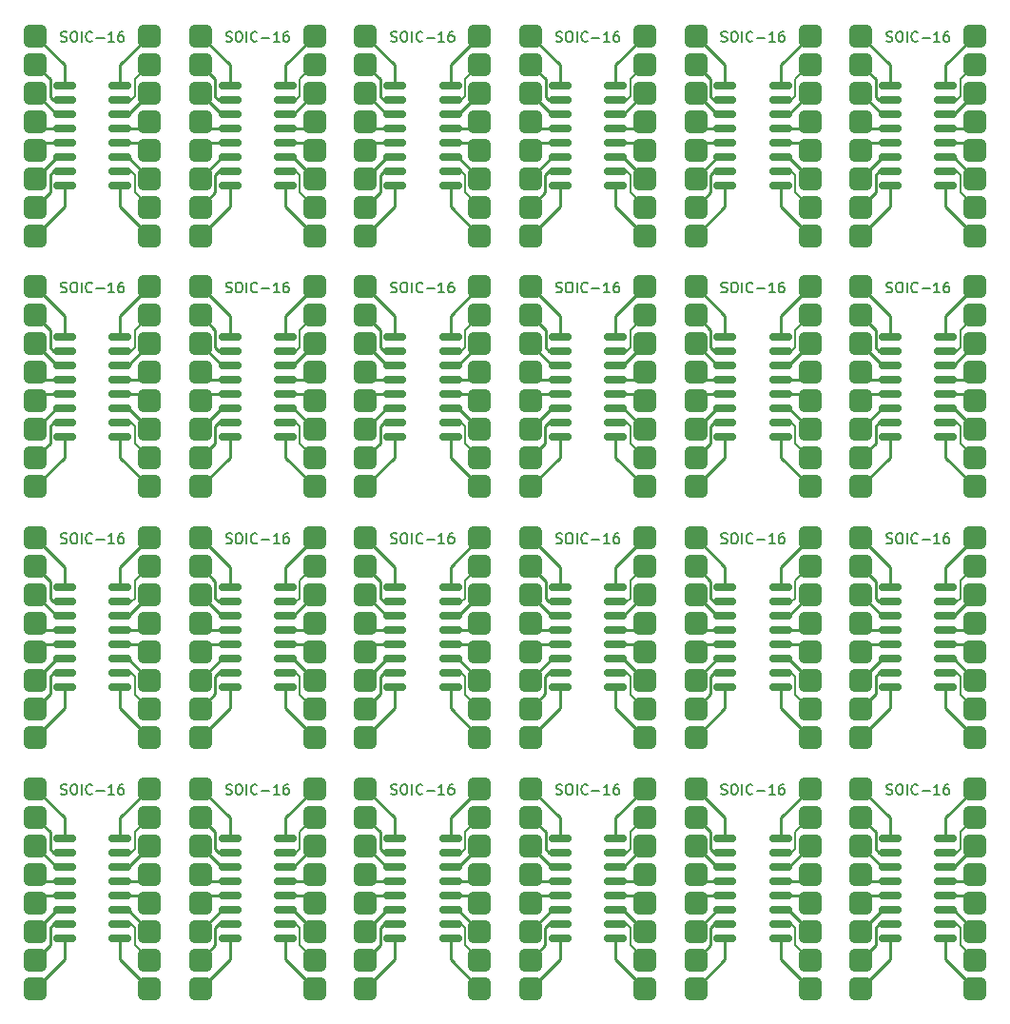
<source format=gbr>
%TF.GenerationSoftware,KiCad,Pcbnew,7.0.10-7.0.10~ubuntu22.04.1*%
%TF.CreationDate,2024-02-06T07:03:25+01:00*%
%TF.ProjectId,ManhattanPanels-SOIC16,4d616e68-6174-4746-916e-50616e656c73,rev?*%
%TF.SameCoordinates,Original*%
%TF.FileFunction,Copper,L1,Top*%
%TF.FilePolarity,Positive*%
%FSLAX46Y46*%
G04 Gerber Fmt 4.6, Leading zero omitted, Abs format (unit mm)*
G04 Created by KiCad (PCBNEW 7.0.10-7.0.10~ubuntu22.04.1) date 2024-02-06 07:03:25*
%MOMM*%
%LPD*%
G01*
G04 APERTURE LIST*
G04 Aperture macros list*
%AMRoundRect*
0 Rectangle with rounded corners*
0 $1 Rounding radius*
0 $2 $3 $4 $5 $6 $7 $8 $9 X,Y pos of 4 corners*
0 Add a 4 corners polygon primitive as box body*
4,1,4,$2,$3,$4,$5,$6,$7,$8,$9,$2,$3,0*
0 Add four circle primitives for the rounded corners*
1,1,$1+$1,$2,$3*
1,1,$1+$1,$4,$5*
1,1,$1+$1,$6,$7*
1,1,$1+$1,$8,$9*
0 Add four rect primitives between the rounded corners*
20,1,$1+$1,$2,$3,$4,$5,0*
20,1,$1+$1,$4,$5,$6,$7,0*
20,1,$1+$1,$6,$7,$8,$9,0*
20,1,$1+$1,$8,$9,$2,$3,0*%
G04 Aperture macros list end*
%ADD10C,0.187500*%
%TA.AperFunction,NonConductor*%
%ADD11C,0.187500*%
%TD*%
%TA.AperFunction,SMDPad,CuDef*%
%ADD12RoundRect,0.400000X-0.600000X-0.600000X0.600000X-0.600000X0.600000X0.600000X-0.600000X0.600000X0*%
%TD*%
%TA.AperFunction,SMDPad,CuDef*%
%ADD13RoundRect,0.150000X-0.825000X-0.150000X0.825000X-0.150000X0.825000X0.150000X-0.825000X0.150000X0*%
%TD*%
%TA.AperFunction,Conductor*%
%ADD14C,0.250000*%
%TD*%
%TA.AperFunction,Conductor*%
%ADD15C,0.200000*%
%TD*%
%TA.AperFunction,Conductor*%
%ADD16C,0.225000*%
%TD*%
G04 APERTURE END LIST*
D10*
D11*
X153042857Y-94702250D02*
X153171429Y-94745107D01*
X153171429Y-94745107D02*
X153385714Y-94745107D01*
X153385714Y-94745107D02*
X153471429Y-94702250D01*
X153471429Y-94702250D02*
X153514286Y-94659392D01*
X153514286Y-94659392D02*
X153557143Y-94573678D01*
X153557143Y-94573678D02*
X153557143Y-94487964D01*
X153557143Y-94487964D02*
X153514286Y-94402250D01*
X153514286Y-94402250D02*
X153471429Y-94359392D01*
X153471429Y-94359392D02*
X153385714Y-94316535D01*
X153385714Y-94316535D02*
X153214286Y-94273678D01*
X153214286Y-94273678D02*
X153128571Y-94230821D01*
X153128571Y-94230821D02*
X153085714Y-94187964D01*
X153085714Y-94187964D02*
X153042857Y-94102250D01*
X153042857Y-94102250D02*
X153042857Y-94016535D01*
X153042857Y-94016535D02*
X153085714Y-93930821D01*
X153085714Y-93930821D02*
X153128571Y-93887964D01*
X153128571Y-93887964D02*
X153214286Y-93845107D01*
X153214286Y-93845107D02*
X153428571Y-93845107D01*
X153428571Y-93845107D02*
X153557143Y-93887964D01*
X154114286Y-93845107D02*
X154285714Y-93845107D01*
X154285714Y-93845107D02*
X154371429Y-93887964D01*
X154371429Y-93887964D02*
X154457143Y-93973678D01*
X154457143Y-93973678D02*
X154500000Y-94145107D01*
X154500000Y-94145107D02*
X154500000Y-94445107D01*
X154500000Y-94445107D02*
X154457143Y-94616535D01*
X154457143Y-94616535D02*
X154371429Y-94702250D01*
X154371429Y-94702250D02*
X154285714Y-94745107D01*
X154285714Y-94745107D02*
X154114286Y-94745107D01*
X154114286Y-94745107D02*
X154028572Y-94702250D01*
X154028572Y-94702250D02*
X153942857Y-94616535D01*
X153942857Y-94616535D02*
X153900000Y-94445107D01*
X153900000Y-94445107D02*
X153900000Y-94145107D01*
X153900000Y-94145107D02*
X153942857Y-93973678D01*
X153942857Y-93973678D02*
X154028572Y-93887964D01*
X154028572Y-93887964D02*
X154114286Y-93845107D01*
X154885714Y-94745107D02*
X154885714Y-93845107D01*
X155828571Y-94659392D02*
X155785714Y-94702250D01*
X155785714Y-94702250D02*
X155657142Y-94745107D01*
X155657142Y-94745107D02*
X155571428Y-94745107D01*
X155571428Y-94745107D02*
X155442857Y-94702250D01*
X155442857Y-94702250D02*
X155357142Y-94616535D01*
X155357142Y-94616535D02*
X155314285Y-94530821D01*
X155314285Y-94530821D02*
X155271428Y-94359392D01*
X155271428Y-94359392D02*
X155271428Y-94230821D01*
X155271428Y-94230821D02*
X155314285Y-94059392D01*
X155314285Y-94059392D02*
X155357142Y-93973678D01*
X155357142Y-93973678D02*
X155442857Y-93887964D01*
X155442857Y-93887964D02*
X155571428Y-93845107D01*
X155571428Y-93845107D02*
X155657142Y-93845107D01*
X155657142Y-93845107D02*
X155785714Y-93887964D01*
X155785714Y-93887964D02*
X155828571Y-93930821D01*
X156214285Y-94402250D02*
X156900000Y-94402250D01*
X157800000Y-94745107D02*
X157285714Y-94745107D01*
X157542857Y-94745107D02*
X157542857Y-93845107D01*
X157542857Y-93845107D02*
X157457143Y-93973678D01*
X157457143Y-93973678D02*
X157371428Y-94059392D01*
X157371428Y-94059392D02*
X157285714Y-94102250D01*
X158571429Y-93845107D02*
X158400000Y-93845107D01*
X158400000Y-93845107D02*
X158314286Y-93887964D01*
X158314286Y-93887964D02*
X158271429Y-93930821D01*
X158271429Y-93930821D02*
X158185714Y-94059392D01*
X158185714Y-94059392D02*
X158142857Y-94230821D01*
X158142857Y-94230821D02*
X158142857Y-94573678D01*
X158142857Y-94573678D02*
X158185714Y-94659392D01*
X158185714Y-94659392D02*
X158228571Y-94702250D01*
X158228571Y-94702250D02*
X158314286Y-94745107D01*
X158314286Y-94745107D02*
X158485714Y-94745107D01*
X158485714Y-94745107D02*
X158571429Y-94702250D01*
X158571429Y-94702250D02*
X158614286Y-94659392D01*
X158614286Y-94659392D02*
X158657143Y-94573678D01*
X158657143Y-94573678D02*
X158657143Y-94359392D01*
X158657143Y-94359392D02*
X158614286Y-94273678D01*
X158614286Y-94273678D02*
X158571429Y-94230821D01*
X158571429Y-94230821D02*
X158485714Y-94187964D01*
X158485714Y-94187964D02*
X158314286Y-94187964D01*
X158314286Y-94187964D02*
X158228571Y-94230821D01*
X158228571Y-94230821D02*
X158185714Y-94273678D01*
X158185714Y-94273678D02*
X158142857Y-94359392D01*
D10*
D11*
X182442857Y-72382250D02*
X182571429Y-72425107D01*
X182571429Y-72425107D02*
X182785714Y-72425107D01*
X182785714Y-72425107D02*
X182871429Y-72382250D01*
X182871429Y-72382250D02*
X182914286Y-72339392D01*
X182914286Y-72339392D02*
X182957143Y-72253678D01*
X182957143Y-72253678D02*
X182957143Y-72167964D01*
X182957143Y-72167964D02*
X182914286Y-72082250D01*
X182914286Y-72082250D02*
X182871429Y-72039392D01*
X182871429Y-72039392D02*
X182785714Y-71996535D01*
X182785714Y-71996535D02*
X182614286Y-71953678D01*
X182614286Y-71953678D02*
X182528571Y-71910821D01*
X182528571Y-71910821D02*
X182485714Y-71867964D01*
X182485714Y-71867964D02*
X182442857Y-71782250D01*
X182442857Y-71782250D02*
X182442857Y-71696535D01*
X182442857Y-71696535D02*
X182485714Y-71610821D01*
X182485714Y-71610821D02*
X182528571Y-71567964D01*
X182528571Y-71567964D02*
X182614286Y-71525107D01*
X182614286Y-71525107D02*
X182828571Y-71525107D01*
X182828571Y-71525107D02*
X182957143Y-71567964D01*
X183514286Y-71525107D02*
X183685714Y-71525107D01*
X183685714Y-71525107D02*
X183771429Y-71567964D01*
X183771429Y-71567964D02*
X183857143Y-71653678D01*
X183857143Y-71653678D02*
X183900000Y-71825107D01*
X183900000Y-71825107D02*
X183900000Y-72125107D01*
X183900000Y-72125107D02*
X183857143Y-72296535D01*
X183857143Y-72296535D02*
X183771429Y-72382250D01*
X183771429Y-72382250D02*
X183685714Y-72425107D01*
X183685714Y-72425107D02*
X183514286Y-72425107D01*
X183514286Y-72425107D02*
X183428572Y-72382250D01*
X183428572Y-72382250D02*
X183342857Y-72296535D01*
X183342857Y-72296535D02*
X183300000Y-72125107D01*
X183300000Y-72125107D02*
X183300000Y-71825107D01*
X183300000Y-71825107D02*
X183342857Y-71653678D01*
X183342857Y-71653678D02*
X183428572Y-71567964D01*
X183428572Y-71567964D02*
X183514286Y-71525107D01*
X184285714Y-72425107D02*
X184285714Y-71525107D01*
X185228571Y-72339392D02*
X185185714Y-72382250D01*
X185185714Y-72382250D02*
X185057142Y-72425107D01*
X185057142Y-72425107D02*
X184971428Y-72425107D01*
X184971428Y-72425107D02*
X184842857Y-72382250D01*
X184842857Y-72382250D02*
X184757142Y-72296535D01*
X184757142Y-72296535D02*
X184714285Y-72210821D01*
X184714285Y-72210821D02*
X184671428Y-72039392D01*
X184671428Y-72039392D02*
X184671428Y-71910821D01*
X184671428Y-71910821D02*
X184714285Y-71739392D01*
X184714285Y-71739392D02*
X184757142Y-71653678D01*
X184757142Y-71653678D02*
X184842857Y-71567964D01*
X184842857Y-71567964D02*
X184971428Y-71525107D01*
X184971428Y-71525107D02*
X185057142Y-71525107D01*
X185057142Y-71525107D02*
X185185714Y-71567964D01*
X185185714Y-71567964D02*
X185228571Y-71610821D01*
X185614285Y-72082250D02*
X186300000Y-72082250D01*
X187200000Y-72425107D02*
X186685714Y-72425107D01*
X186942857Y-72425107D02*
X186942857Y-71525107D01*
X186942857Y-71525107D02*
X186857143Y-71653678D01*
X186857143Y-71653678D02*
X186771428Y-71739392D01*
X186771428Y-71739392D02*
X186685714Y-71782250D01*
X187971429Y-71525107D02*
X187800000Y-71525107D01*
X187800000Y-71525107D02*
X187714286Y-71567964D01*
X187714286Y-71567964D02*
X187671429Y-71610821D01*
X187671429Y-71610821D02*
X187585714Y-71739392D01*
X187585714Y-71739392D02*
X187542857Y-71910821D01*
X187542857Y-71910821D02*
X187542857Y-72253678D01*
X187542857Y-72253678D02*
X187585714Y-72339392D01*
X187585714Y-72339392D02*
X187628571Y-72382250D01*
X187628571Y-72382250D02*
X187714286Y-72425107D01*
X187714286Y-72425107D02*
X187885714Y-72425107D01*
X187885714Y-72425107D02*
X187971429Y-72382250D01*
X187971429Y-72382250D02*
X188014286Y-72339392D01*
X188014286Y-72339392D02*
X188057143Y-72253678D01*
X188057143Y-72253678D02*
X188057143Y-72039392D01*
X188057143Y-72039392D02*
X188014286Y-71953678D01*
X188014286Y-71953678D02*
X187971429Y-71910821D01*
X187971429Y-71910821D02*
X187885714Y-71867964D01*
X187885714Y-71867964D02*
X187714286Y-71867964D01*
X187714286Y-71867964D02*
X187628571Y-71910821D01*
X187628571Y-71910821D02*
X187585714Y-71953678D01*
X187585714Y-71953678D02*
X187542857Y-72039392D01*
D10*
D11*
X167742857Y-94702250D02*
X167871429Y-94745107D01*
X167871429Y-94745107D02*
X168085714Y-94745107D01*
X168085714Y-94745107D02*
X168171429Y-94702250D01*
X168171429Y-94702250D02*
X168214286Y-94659392D01*
X168214286Y-94659392D02*
X168257143Y-94573678D01*
X168257143Y-94573678D02*
X168257143Y-94487964D01*
X168257143Y-94487964D02*
X168214286Y-94402250D01*
X168214286Y-94402250D02*
X168171429Y-94359392D01*
X168171429Y-94359392D02*
X168085714Y-94316535D01*
X168085714Y-94316535D02*
X167914286Y-94273678D01*
X167914286Y-94273678D02*
X167828571Y-94230821D01*
X167828571Y-94230821D02*
X167785714Y-94187964D01*
X167785714Y-94187964D02*
X167742857Y-94102250D01*
X167742857Y-94102250D02*
X167742857Y-94016535D01*
X167742857Y-94016535D02*
X167785714Y-93930821D01*
X167785714Y-93930821D02*
X167828571Y-93887964D01*
X167828571Y-93887964D02*
X167914286Y-93845107D01*
X167914286Y-93845107D02*
X168128571Y-93845107D01*
X168128571Y-93845107D02*
X168257143Y-93887964D01*
X168814286Y-93845107D02*
X168985714Y-93845107D01*
X168985714Y-93845107D02*
X169071429Y-93887964D01*
X169071429Y-93887964D02*
X169157143Y-93973678D01*
X169157143Y-93973678D02*
X169200000Y-94145107D01*
X169200000Y-94145107D02*
X169200000Y-94445107D01*
X169200000Y-94445107D02*
X169157143Y-94616535D01*
X169157143Y-94616535D02*
X169071429Y-94702250D01*
X169071429Y-94702250D02*
X168985714Y-94745107D01*
X168985714Y-94745107D02*
X168814286Y-94745107D01*
X168814286Y-94745107D02*
X168728572Y-94702250D01*
X168728572Y-94702250D02*
X168642857Y-94616535D01*
X168642857Y-94616535D02*
X168600000Y-94445107D01*
X168600000Y-94445107D02*
X168600000Y-94145107D01*
X168600000Y-94145107D02*
X168642857Y-93973678D01*
X168642857Y-93973678D02*
X168728572Y-93887964D01*
X168728572Y-93887964D02*
X168814286Y-93845107D01*
X169585714Y-94745107D02*
X169585714Y-93845107D01*
X170528571Y-94659392D02*
X170485714Y-94702250D01*
X170485714Y-94702250D02*
X170357142Y-94745107D01*
X170357142Y-94745107D02*
X170271428Y-94745107D01*
X170271428Y-94745107D02*
X170142857Y-94702250D01*
X170142857Y-94702250D02*
X170057142Y-94616535D01*
X170057142Y-94616535D02*
X170014285Y-94530821D01*
X170014285Y-94530821D02*
X169971428Y-94359392D01*
X169971428Y-94359392D02*
X169971428Y-94230821D01*
X169971428Y-94230821D02*
X170014285Y-94059392D01*
X170014285Y-94059392D02*
X170057142Y-93973678D01*
X170057142Y-93973678D02*
X170142857Y-93887964D01*
X170142857Y-93887964D02*
X170271428Y-93845107D01*
X170271428Y-93845107D02*
X170357142Y-93845107D01*
X170357142Y-93845107D02*
X170485714Y-93887964D01*
X170485714Y-93887964D02*
X170528571Y-93930821D01*
X170914285Y-94402250D02*
X171600000Y-94402250D01*
X172500000Y-94745107D02*
X171985714Y-94745107D01*
X172242857Y-94745107D02*
X172242857Y-93845107D01*
X172242857Y-93845107D02*
X172157143Y-93973678D01*
X172157143Y-93973678D02*
X172071428Y-94059392D01*
X172071428Y-94059392D02*
X171985714Y-94102250D01*
X173271429Y-93845107D02*
X173100000Y-93845107D01*
X173100000Y-93845107D02*
X173014286Y-93887964D01*
X173014286Y-93887964D02*
X172971429Y-93930821D01*
X172971429Y-93930821D02*
X172885714Y-94059392D01*
X172885714Y-94059392D02*
X172842857Y-94230821D01*
X172842857Y-94230821D02*
X172842857Y-94573678D01*
X172842857Y-94573678D02*
X172885714Y-94659392D01*
X172885714Y-94659392D02*
X172928571Y-94702250D01*
X172928571Y-94702250D02*
X173014286Y-94745107D01*
X173014286Y-94745107D02*
X173185714Y-94745107D01*
X173185714Y-94745107D02*
X173271429Y-94702250D01*
X173271429Y-94702250D02*
X173314286Y-94659392D01*
X173314286Y-94659392D02*
X173357143Y-94573678D01*
X173357143Y-94573678D02*
X173357143Y-94359392D01*
X173357143Y-94359392D02*
X173314286Y-94273678D01*
X173314286Y-94273678D02*
X173271429Y-94230821D01*
X173271429Y-94230821D02*
X173185714Y-94187964D01*
X173185714Y-94187964D02*
X173014286Y-94187964D01*
X173014286Y-94187964D02*
X172928571Y-94230821D01*
X172928571Y-94230821D02*
X172885714Y-94273678D01*
X172885714Y-94273678D02*
X172842857Y-94359392D01*
D10*
D11*
X182442857Y-94702250D02*
X182571429Y-94745107D01*
X182571429Y-94745107D02*
X182785714Y-94745107D01*
X182785714Y-94745107D02*
X182871429Y-94702250D01*
X182871429Y-94702250D02*
X182914286Y-94659392D01*
X182914286Y-94659392D02*
X182957143Y-94573678D01*
X182957143Y-94573678D02*
X182957143Y-94487964D01*
X182957143Y-94487964D02*
X182914286Y-94402250D01*
X182914286Y-94402250D02*
X182871429Y-94359392D01*
X182871429Y-94359392D02*
X182785714Y-94316535D01*
X182785714Y-94316535D02*
X182614286Y-94273678D01*
X182614286Y-94273678D02*
X182528571Y-94230821D01*
X182528571Y-94230821D02*
X182485714Y-94187964D01*
X182485714Y-94187964D02*
X182442857Y-94102250D01*
X182442857Y-94102250D02*
X182442857Y-94016535D01*
X182442857Y-94016535D02*
X182485714Y-93930821D01*
X182485714Y-93930821D02*
X182528571Y-93887964D01*
X182528571Y-93887964D02*
X182614286Y-93845107D01*
X182614286Y-93845107D02*
X182828571Y-93845107D01*
X182828571Y-93845107D02*
X182957143Y-93887964D01*
X183514286Y-93845107D02*
X183685714Y-93845107D01*
X183685714Y-93845107D02*
X183771429Y-93887964D01*
X183771429Y-93887964D02*
X183857143Y-93973678D01*
X183857143Y-93973678D02*
X183900000Y-94145107D01*
X183900000Y-94145107D02*
X183900000Y-94445107D01*
X183900000Y-94445107D02*
X183857143Y-94616535D01*
X183857143Y-94616535D02*
X183771429Y-94702250D01*
X183771429Y-94702250D02*
X183685714Y-94745107D01*
X183685714Y-94745107D02*
X183514286Y-94745107D01*
X183514286Y-94745107D02*
X183428572Y-94702250D01*
X183428572Y-94702250D02*
X183342857Y-94616535D01*
X183342857Y-94616535D02*
X183300000Y-94445107D01*
X183300000Y-94445107D02*
X183300000Y-94145107D01*
X183300000Y-94145107D02*
X183342857Y-93973678D01*
X183342857Y-93973678D02*
X183428572Y-93887964D01*
X183428572Y-93887964D02*
X183514286Y-93845107D01*
X184285714Y-94745107D02*
X184285714Y-93845107D01*
X185228571Y-94659392D02*
X185185714Y-94702250D01*
X185185714Y-94702250D02*
X185057142Y-94745107D01*
X185057142Y-94745107D02*
X184971428Y-94745107D01*
X184971428Y-94745107D02*
X184842857Y-94702250D01*
X184842857Y-94702250D02*
X184757142Y-94616535D01*
X184757142Y-94616535D02*
X184714285Y-94530821D01*
X184714285Y-94530821D02*
X184671428Y-94359392D01*
X184671428Y-94359392D02*
X184671428Y-94230821D01*
X184671428Y-94230821D02*
X184714285Y-94059392D01*
X184714285Y-94059392D02*
X184757142Y-93973678D01*
X184757142Y-93973678D02*
X184842857Y-93887964D01*
X184842857Y-93887964D02*
X184971428Y-93845107D01*
X184971428Y-93845107D02*
X185057142Y-93845107D01*
X185057142Y-93845107D02*
X185185714Y-93887964D01*
X185185714Y-93887964D02*
X185228571Y-93930821D01*
X185614285Y-94402250D02*
X186300000Y-94402250D01*
X187200000Y-94745107D02*
X186685714Y-94745107D01*
X186942857Y-94745107D02*
X186942857Y-93845107D01*
X186942857Y-93845107D02*
X186857143Y-93973678D01*
X186857143Y-93973678D02*
X186771428Y-94059392D01*
X186771428Y-94059392D02*
X186685714Y-94102250D01*
X187971429Y-93845107D02*
X187800000Y-93845107D01*
X187800000Y-93845107D02*
X187714286Y-93887964D01*
X187714286Y-93887964D02*
X187671429Y-93930821D01*
X187671429Y-93930821D02*
X187585714Y-94059392D01*
X187585714Y-94059392D02*
X187542857Y-94230821D01*
X187542857Y-94230821D02*
X187542857Y-94573678D01*
X187542857Y-94573678D02*
X187585714Y-94659392D01*
X187585714Y-94659392D02*
X187628571Y-94702250D01*
X187628571Y-94702250D02*
X187714286Y-94745107D01*
X187714286Y-94745107D02*
X187885714Y-94745107D01*
X187885714Y-94745107D02*
X187971429Y-94702250D01*
X187971429Y-94702250D02*
X188014286Y-94659392D01*
X188014286Y-94659392D02*
X188057143Y-94573678D01*
X188057143Y-94573678D02*
X188057143Y-94359392D01*
X188057143Y-94359392D02*
X188014286Y-94273678D01*
X188014286Y-94273678D02*
X187971429Y-94230821D01*
X187971429Y-94230821D02*
X187885714Y-94187964D01*
X187885714Y-94187964D02*
X187714286Y-94187964D01*
X187714286Y-94187964D02*
X187628571Y-94230821D01*
X187628571Y-94230821D02*
X187585714Y-94273678D01*
X187585714Y-94273678D02*
X187542857Y-94359392D01*
D10*
D11*
X167742857Y-27742250D02*
X167871429Y-27785107D01*
X167871429Y-27785107D02*
X168085714Y-27785107D01*
X168085714Y-27785107D02*
X168171429Y-27742250D01*
X168171429Y-27742250D02*
X168214286Y-27699392D01*
X168214286Y-27699392D02*
X168257143Y-27613678D01*
X168257143Y-27613678D02*
X168257143Y-27527964D01*
X168257143Y-27527964D02*
X168214286Y-27442250D01*
X168214286Y-27442250D02*
X168171429Y-27399392D01*
X168171429Y-27399392D02*
X168085714Y-27356535D01*
X168085714Y-27356535D02*
X167914286Y-27313678D01*
X167914286Y-27313678D02*
X167828571Y-27270821D01*
X167828571Y-27270821D02*
X167785714Y-27227964D01*
X167785714Y-27227964D02*
X167742857Y-27142250D01*
X167742857Y-27142250D02*
X167742857Y-27056535D01*
X167742857Y-27056535D02*
X167785714Y-26970821D01*
X167785714Y-26970821D02*
X167828571Y-26927964D01*
X167828571Y-26927964D02*
X167914286Y-26885107D01*
X167914286Y-26885107D02*
X168128571Y-26885107D01*
X168128571Y-26885107D02*
X168257143Y-26927964D01*
X168814286Y-26885107D02*
X168985714Y-26885107D01*
X168985714Y-26885107D02*
X169071429Y-26927964D01*
X169071429Y-26927964D02*
X169157143Y-27013678D01*
X169157143Y-27013678D02*
X169200000Y-27185107D01*
X169200000Y-27185107D02*
X169200000Y-27485107D01*
X169200000Y-27485107D02*
X169157143Y-27656535D01*
X169157143Y-27656535D02*
X169071429Y-27742250D01*
X169071429Y-27742250D02*
X168985714Y-27785107D01*
X168985714Y-27785107D02*
X168814286Y-27785107D01*
X168814286Y-27785107D02*
X168728572Y-27742250D01*
X168728572Y-27742250D02*
X168642857Y-27656535D01*
X168642857Y-27656535D02*
X168600000Y-27485107D01*
X168600000Y-27485107D02*
X168600000Y-27185107D01*
X168600000Y-27185107D02*
X168642857Y-27013678D01*
X168642857Y-27013678D02*
X168728572Y-26927964D01*
X168728572Y-26927964D02*
X168814286Y-26885107D01*
X169585714Y-27785107D02*
X169585714Y-26885107D01*
X170528571Y-27699392D02*
X170485714Y-27742250D01*
X170485714Y-27742250D02*
X170357142Y-27785107D01*
X170357142Y-27785107D02*
X170271428Y-27785107D01*
X170271428Y-27785107D02*
X170142857Y-27742250D01*
X170142857Y-27742250D02*
X170057142Y-27656535D01*
X170057142Y-27656535D02*
X170014285Y-27570821D01*
X170014285Y-27570821D02*
X169971428Y-27399392D01*
X169971428Y-27399392D02*
X169971428Y-27270821D01*
X169971428Y-27270821D02*
X170014285Y-27099392D01*
X170014285Y-27099392D02*
X170057142Y-27013678D01*
X170057142Y-27013678D02*
X170142857Y-26927964D01*
X170142857Y-26927964D02*
X170271428Y-26885107D01*
X170271428Y-26885107D02*
X170357142Y-26885107D01*
X170357142Y-26885107D02*
X170485714Y-26927964D01*
X170485714Y-26927964D02*
X170528571Y-26970821D01*
X170914285Y-27442250D02*
X171600000Y-27442250D01*
X172500000Y-27785107D02*
X171985714Y-27785107D01*
X172242857Y-27785107D02*
X172242857Y-26885107D01*
X172242857Y-26885107D02*
X172157143Y-27013678D01*
X172157143Y-27013678D02*
X172071428Y-27099392D01*
X172071428Y-27099392D02*
X171985714Y-27142250D01*
X173271429Y-26885107D02*
X173100000Y-26885107D01*
X173100000Y-26885107D02*
X173014286Y-26927964D01*
X173014286Y-26927964D02*
X172971429Y-26970821D01*
X172971429Y-26970821D02*
X172885714Y-27099392D01*
X172885714Y-27099392D02*
X172842857Y-27270821D01*
X172842857Y-27270821D02*
X172842857Y-27613678D01*
X172842857Y-27613678D02*
X172885714Y-27699392D01*
X172885714Y-27699392D02*
X172928571Y-27742250D01*
X172928571Y-27742250D02*
X173014286Y-27785107D01*
X173014286Y-27785107D02*
X173185714Y-27785107D01*
X173185714Y-27785107D02*
X173271429Y-27742250D01*
X173271429Y-27742250D02*
X173314286Y-27699392D01*
X173314286Y-27699392D02*
X173357143Y-27613678D01*
X173357143Y-27613678D02*
X173357143Y-27399392D01*
X173357143Y-27399392D02*
X173314286Y-27313678D01*
X173314286Y-27313678D02*
X173271429Y-27270821D01*
X173271429Y-27270821D02*
X173185714Y-27227964D01*
X173185714Y-27227964D02*
X173014286Y-27227964D01*
X173014286Y-27227964D02*
X172928571Y-27270821D01*
X172928571Y-27270821D02*
X172885714Y-27313678D01*
X172885714Y-27313678D02*
X172842857Y-27399392D01*
D10*
D11*
X138342857Y-50062250D02*
X138471429Y-50105107D01*
X138471429Y-50105107D02*
X138685714Y-50105107D01*
X138685714Y-50105107D02*
X138771429Y-50062250D01*
X138771429Y-50062250D02*
X138814286Y-50019392D01*
X138814286Y-50019392D02*
X138857143Y-49933678D01*
X138857143Y-49933678D02*
X138857143Y-49847964D01*
X138857143Y-49847964D02*
X138814286Y-49762250D01*
X138814286Y-49762250D02*
X138771429Y-49719392D01*
X138771429Y-49719392D02*
X138685714Y-49676535D01*
X138685714Y-49676535D02*
X138514286Y-49633678D01*
X138514286Y-49633678D02*
X138428571Y-49590821D01*
X138428571Y-49590821D02*
X138385714Y-49547964D01*
X138385714Y-49547964D02*
X138342857Y-49462250D01*
X138342857Y-49462250D02*
X138342857Y-49376535D01*
X138342857Y-49376535D02*
X138385714Y-49290821D01*
X138385714Y-49290821D02*
X138428571Y-49247964D01*
X138428571Y-49247964D02*
X138514286Y-49205107D01*
X138514286Y-49205107D02*
X138728571Y-49205107D01*
X138728571Y-49205107D02*
X138857143Y-49247964D01*
X139414286Y-49205107D02*
X139585714Y-49205107D01*
X139585714Y-49205107D02*
X139671429Y-49247964D01*
X139671429Y-49247964D02*
X139757143Y-49333678D01*
X139757143Y-49333678D02*
X139800000Y-49505107D01*
X139800000Y-49505107D02*
X139800000Y-49805107D01*
X139800000Y-49805107D02*
X139757143Y-49976535D01*
X139757143Y-49976535D02*
X139671429Y-50062250D01*
X139671429Y-50062250D02*
X139585714Y-50105107D01*
X139585714Y-50105107D02*
X139414286Y-50105107D01*
X139414286Y-50105107D02*
X139328572Y-50062250D01*
X139328572Y-50062250D02*
X139242857Y-49976535D01*
X139242857Y-49976535D02*
X139200000Y-49805107D01*
X139200000Y-49805107D02*
X139200000Y-49505107D01*
X139200000Y-49505107D02*
X139242857Y-49333678D01*
X139242857Y-49333678D02*
X139328572Y-49247964D01*
X139328572Y-49247964D02*
X139414286Y-49205107D01*
X140185714Y-50105107D02*
X140185714Y-49205107D01*
X141128571Y-50019392D02*
X141085714Y-50062250D01*
X141085714Y-50062250D02*
X140957142Y-50105107D01*
X140957142Y-50105107D02*
X140871428Y-50105107D01*
X140871428Y-50105107D02*
X140742857Y-50062250D01*
X140742857Y-50062250D02*
X140657142Y-49976535D01*
X140657142Y-49976535D02*
X140614285Y-49890821D01*
X140614285Y-49890821D02*
X140571428Y-49719392D01*
X140571428Y-49719392D02*
X140571428Y-49590821D01*
X140571428Y-49590821D02*
X140614285Y-49419392D01*
X140614285Y-49419392D02*
X140657142Y-49333678D01*
X140657142Y-49333678D02*
X140742857Y-49247964D01*
X140742857Y-49247964D02*
X140871428Y-49205107D01*
X140871428Y-49205107D02*
X140957142Y-49205107D01*
X140957142Y-49205107D02*
X141085714Y-49247964D01*
X141085714Y-49247964D02*
X141128571Y-49290821D01*
X141514285Y-49762250D02*
X142200000Y-49762250D01*
X143100000Y-50105107D02*
X142585714Y-50105107D01*
X142842857Y-50105107D02*
X142842857Y-49205107D01*
X142842857Y-49205107D02*
X142757143Y-49333678D01*
X142757143Y-49333678D02*
X142671428Y-49419392D01*
X142671428Y-49419392D02*
X142585714Y-49462250D01*
X143871429Y-49205107D02*
X143700000Y-49205107D01*
X143700000Y-49205107D02*
X143614286Y-49247964D01*
X143614286Y-49247964D02*
X143571429Y-49290821D01*
X143571429Y-49290821D02*
X143485714Y-49419392D01*
X143485714Y-49419392D02*
X143442857Y-49590821D01*
X143442857Y-49590821D02*
X143442857Y-49933678D01*
X143442857Y-49933678D02*
X143485714Y-50019392D01*
X143485714Y-50019392D02*
X143528571Y-50062250D01*
X143528571Y-50062250D02*
X143614286Y-50105107D01*
X143614286Y-50105107D02*
X143785714Y-50105107D01*
X143785714Y-50105107D02*
X143871429Y-50062250D01*
X143871429Y-50062250D02*
X143914286Y-50019392D01*
X143914286Y-50019392D02*
X143957143Y-49933678D01*
X143957143Y-49933678D02*
X143957143Y-49719392D01*
X143957143Y-49719392D02*
X143914286Y-49633678D01*
X143914286Y-49633678D02*
X143871429Y-49590821D01*
X143871429Y-49590821D02*
X143785714Y-49547964D01*
X143785714Y-49547964D02*
X143614286Y-49547964D01*
X143614286Y-49547964D02*
X143528571Y-49590821D01*
X143528571Y-49590821D02*
X143485714Y-49633678D01*
X143485714Y-49633678D02*
X143442857Y-49719392D01*
D10*
D11*
X153042857Y-50062250D02*
X153171429Y-50105107D01*
X153171429Y-50105107D02*
X153385714Y-50105107D01*
X153385714Y-50105107D02*
X153471429Y-50062250D01*
X153471429Y-50062250D02*
X153514286Y-50019392D01*
X153514286Y-50019392D02*
X153557143Y-49933678D01*
X153557143Y-49933678D02*
X153557143Y-49847964D01*
X153557143Y-49847964D02*
X153514286Y-49762250D01*
X153514286Y-49762250D02*
X153471429Y-49719392D01*
X153471429Y-49719392D02*
X153385714Y-49676535D01*
X153385714Y-49676535D02*
X153214286Y-49633678D01*
X153214286Y-49633678D02*
X153128571Y-49590821D01*
X153128571Y-49590821D02*
X153085714Y-49547964D01*
X153085714Y-49547964D02*
X153042857Y-49462250D01*
X153042857Y-49462250D02*
X153042857Y-49376535D01*
X153042857Y-49376535D02*
X153085714Y-49290821D01*
X153085714Y-49290821D02*
X153128571Y-49247964D01*
X153128571Y-49247964D02*
X153214286Y-49205107D01*
X153214286Y-49205107D02*
X153428571Y-49205107D01*
X153428571Y-49205107D02*
X153557143Y-49247964D01*
X154114286Y-49205107D02*
X154285714Y-49205107D01*
X154285714Y-49205107D02*
X154371429Y-49247964D01*
X154371429Y-49247964D02*
X154457143Y-49333678D01*
X154457143Y-49333678D02*
X154500000Y-49505107D01*
X154500000Y-49505107D02*
X154500000Y-49805107D01*
X154500000Y-49805107D02*
X154457143Y-49976535D01*
X154457143Y-49976535D02*
X154371429Y-50062250D01*
X154371429Y-50062250D02*
X154285714Y-50105107D01*
X154285714Y-50105107D02*
X154114286Y-50105107D01*
X154114286Y-50105107D02*
X154028572Y-50062250D01*
X154028572Y-50062250D02*
X153942857Y-49976535D01*
X153942857Y-49976535D02*
X153900000Y-49805107D01*
X153900000Y-49805107D02*
X153900000Y-49505107D01*
X153900000Y-49505107D02*
X153942857Y-49333678D01*
X153942857Y-49333678D02*
X154028572Y-49247964D01*
X154028572Y-49247964D02*
X154114286Y-49205107D01*
X154885714Y-50105107D02*
X154885714Y-49205107D01*
X155828571Y-50019392D02*
X155785714Y-50062250D01*
X155785714Y-50062250D02*
X155657142Y-50105107D01*
X155657142Y-50105107D02*
X155571428Y-50105107D01*
X155571428Y-50105107D02*
X155442857Y-50062250D01*
X155442857Y-50062250D02*
X155357142Y-49976535D01*
X155357142Y-49976535D02*
X155314285Y-49890821D01*
X155314285Y-49890821D02*
X155271428Y-49719392D01*
X155271428Y-49719392D02*
X155271428Y-49590821D01*
X155271428Y-49590821D02*
X155314285Y-49419392D01*
X155314285Y-49419392D02*
X155357142Y-49333678D01*
X155357142Y-49333678D02*
X155442857Y-49247964D01*
X155442857Y-49247964D02*
X155571428Y-49205107D01*
X155571428Y-49205107D02*
X155657142Y-49205107D01*
X155657142Y-49205107D02*
X155785714Y-49247964D01*
X155785714Y-49247964D02*
X155828571Y-49290821D01*
X156214285Y-49762250D02*
X156900000Y-49762250D01*
X157800000Y-50105107D02*
X157285714Y-50105107D01*
X157542857Y-50105107D02*
X157542857Y-49205107D01*
X157542857Y-49205107D02*
X157457143Y-49333678D01*
X157457143Y-49333678D02*
X157371428Y-49419392D01*
X157371428Y-49419392D02*
X157285714Y-49462250D01*
X158571429Y-49205107D02*
X158400000Y-49205107D01*
X158400000Y-49205107D02*
X158314286Y-49247964D01*
X158314286Y-49247964D02*
X158271429Y-49290821D01*
X158271429Y-49290821D02*
X158185714Y-49419392D01*
X158185714Y-49419392D02*
X158142857Y-49590821D01*
X158142857Y-49590821D02*
X158142857Y-49933678D01*
X158142857Y-49933678D02*
X158185714Y-50019392D01*
X158185714Y-50019392D02*
X158228571Y-50062250D01*
X158228571Y-50062250D02*
X158314286Y-50105107D01*
X158314286Y-50105107D02*
X158485714Y-50105107D01*
X158485714Y-50105107D02*
X158571429Y-50062250D01*
X158571429Y-50062250D02*
X158614286Y-50019392D01*
X158614286Y-50019392D02*
X158657143Y-49933678D01*
X158657143Y-49933678D02*
X158657143Y-49719392D01*
X158657143Y-49719392D02*
X158614286Y-49633678D01*
X158614286Y-49633678D02*
X158571429Y-49590821D01*
X158571429Y-49590821D02*
X158485714Y-49547964D01*
X158485714Y-49547964D02*
X158314286Y-49547964D01*
X158314286Y-49547964D02*
X158228571Y-49590821D01*
X158228571Y-49590821D02*
X158185714Y-49633678D01*
X158185714Y-49633678D02*
X158142857Y-49719392D01*
D10*
D11*
X123642857Y-27742250D02*
X123771429Y-27785107D01*
X123771429Y-27785107D02*
X123985714Y-27785107D01*
X123985714Y-27785107D02*
X124071429Y-27742250D01*
X124071429Y-27742250D02*
X124114286Y-27699392D01*
X124114286Y-27699392D02*
X124157143Y-27613678D01*
X124157143Y-27613678D02*
X124157143Y-27527964D01*
X124157143Y-27527964D02*
X124114286Y-27442250D01*
X124114286Y-27442250D02*
X124071429Y-27399392D01*
X124071429Y-27399392D02*
X123985714Y-27356535D01*
X123985714Y-27356535D02*
X123814286Y-27313678D01*
X123814286Y-27313678D02*
X123728571Y-27270821D01*
X123728571Y-27270821D02*
X123685714Y-27227964D01*
X123685714Y-27227964D02*
X123642857Y-27142250D01*
X123642857Y-27142250D02*
X123642857Y-27056535D01*
X123642857Y-27056535D02*
X123685714Y-26970821D01*
X123685714Y-26970821D02*
X123728571Y-26927964D01*
X123728571Y-26927964D02*
X123814286Y-26885107D01*
X123814286Y-26885107D02*
X124028571Y-26885107D01*
X124028571Y-26885107D02*
X124157143Y-26927964D01*
X124714286Y-26885107D02*
X124885714Y-26885107D01*
X124885714Y-26885107D02*
X124971429Y-26927964D01*
X124971429Y-26927964D02*
X125057143Y-27013678D01*
X125057143Y-27013678D02*
X125100000Y-27185107D01*
X125100000Y-27185107D02*
X125100000Y-27485107D01*
X125100000Y-27485107D02*
X125057143Y-27656535D01*
X125057143Y-27656535D02*
X124971429Y-27742250D01*
X124971429Y-27742250D02*
X124885714Y-27785107D01*
X124885714Y-27785107D02*
X124714286Y-27785107D01*
X124714286Y-27785107D02*
X124628572Y-27742250D01*
X124628572Y-27742250D02*
X124542857Y-27656535D01*
X124542857Y-27656535D02*
X124500000Y-27485107D01*
X124500000Y-27485107D02*
X124500000Y-27185107D01*
X124500000Y-27185107D02*
X124542857Y-27013678D01*
X124542857Y-27013678D02*
X124628572Y-26927964D01*
X124628572Y-26927964D02*
X124714286Y-26885107D01*
X125485714Y-27785107D02*
X125485714Y-26885107D01*
X126428571Y-27699392D02*
X126385714Y-27742250D01*
X126385714Y-27742250D02*
X126257142Y-27785107D01*
X126257142Y-27785107D02*
X126171428Y-27785107D01*
X126171428Y-27785107D02*
X126042857Y-27742250D01*
X126042857Y-27742250D02*
X125957142Y-27656535D01*
X125957142Y-27656535D02*
X125914285Y-27570821D01*
X125914285Y-27570821D02*
X125871428Y-27399392D01*
X125871428Y-27399392D02*
X125871428Y-27270821D01*
X125871428Y-27270821D02*
X125914285Y-27099392D01*
X125914285Y-27099392D02*
X125957142Y-27013678D01*
X125957142Y-27013678D02*
X126042857Y-26927964D01*
X126042857Y-26927964D02*
X126171428Y-26885107D01*
X126171428Y-26885107D02*
X126257142Y-26885107D01*
X126257142Y-26885107D02*
X126385714Y-26927964D01*
X126385714Y-26927964D02*
X126428571Y-26970821D01*
X126814285Y-27442250D02*
X127500000Y-27442250D01*
X128400000Y-27785107D02*
X127885714Y-27785107D01*
X128142857Y-27785107D02*
X128142857Y-26885107D01*
X128142857Y-26885107D02*
X128057143Y-27013678D01*
X128057143Y-27013678D02*
X127971428Y-27099392D01*
X127971428Y-27099392D02*
X127885714Y-27142250D01*
X129171429Y-26885107D02*
X129000000Y-26885107D01*
X129000000Y-26885107D02*
X128914286Y-26927964D01*
X128914286Y-26927964D02*
X128871429Y-26970821D01*
X128871429Y-26970821D02*
X128785714Y-27099392D01*
X128785714Y-27099392D02*
X128742857Y-27270821D01*
X128742857Y-27270821D02*
X128742857Y-27613678D01*
X128742857Y-27613678D02*
X128785714Y-27699392D01*
X128785714Y-27699392D02*
X128828571Y-27742250D01*
X128828571Y-27742250D02*
X128914286Y-27785107D01*
X128914286Y-27785107D02*
X129085714Y-27785107D01*
X129085714Y-27785107D02*
X129171429Y-27742250D01*
X129171429Y-27742250D02*
X129214286Y-27699392D01*
X129214286Y-27699392D02*
X129257143Y-27613678D01*
X129257143Y-27613678D02*
X129257143Y-27399392D01*
X129257143Y-27399392D02*
X129214286Y-27313678D01*
X129214286Y-27313678D02*
X129171429Y-27270821D01*
X129171429Y-27270821D02*
X129085714Y-27227964D01*
X129085714Y-27227964D02*
X128914286Y-27227964D01*
X128914286Y-27227964D02*
X128828571Y-27270821D01*
X128828571Y-27270821D02*
X128785714Y-27313678D01*
X128785714Y-27313678D02*
X128742857Y-27399392D01*
D10*
D11*
X138342857Y-27742250D02*
X138471429Y-27785107D01*
X138471429Y-27785107D02*
X138685714Y-27785107D01*
X138685714Y-27785107D02*
X138771429Y-27742250D01*
X138771429Y-27742250D02*
X138814286Y-27699392D01*
X138814286Y-27699392D02*
X138857143Y-27613678D01*
X138857143Y-27613678D02*
X138857143Y-27527964D01*
X138857143Y-27527964D02*
X138814286Y-27442250D01*
X138814286Y-27442250D02*
X138771429Y-27399392D01*
X138771429Y-27399392D02*
X138685714Y-27356535D01*
X138685714Y-27356535D02*
X138514286Y-27313678D01*
X138514286Y-27313678D02*
X138428571Y-27270821D01*
X138428571Y-27270821D02*
X138385714Y-27227964D01*
X138385714Y-27227964D02*
X138342857Y-27142250D01*
X138342857Y-27142250D02*
X138342857Y-27056535D01*
X138342857Y-27056535D02*
X138385714Y-26970821D01*
X138385714Y-26970821D02*
X138428571Y-26927964D01*
X138428571Y-26927964D02*
X138514286Y-26885107D01*
X138514286Y-26885107D02*
X138728571Y-26885107D01*
X138728571Y-26885107D02*
X138857143Y-26927964D01*
X139414286Y-26885107D02*
X139585714Y-26885107D01*
X139585714Y-26885107D02*
X139671429Y-26927964D01*
X139671429Y-26927964D02*
X139757143Y-27013678D01*
X139757143Y-27013678D02*
X139800000Y-27185107D01*
X139800000Y-27185107D02*
X139800000Y-27485107D01*
X139800000Y-27485107D02*
X139757143Y-27656535D01*
X139757143Y-27656535D02*
X139671429Y-27742250D01*
X139671429Y-27742250D02*
X139585714Y-27785107D01*
X139585714Y-27785107D02*
X139414286Y-27785107D01*
X139414286Y-27785107D02*
X139328572Y-27742250D01*
X139328572Y-27742250D02*
X139242857Y-27656535D01*
X139242857Y-27656535D02*
X139200000Y-27485107D01*
X139200000Y-27485107D02*
X139200000Y-27185107D01*
X139200000Y-27185107D02*
X139242857Y-27013678D01*
X139242857Y-27013678D02*
X139328572Y-26927964D01*
X139328572Y-26927964D02*
X139414286Y-26885107D01*
X140185714Y-27785107D02*
X140185714Y-26885107D01*
X141128571Y-27699392D02*
X141085714Y-27742250D01*
X141085714Y-27742250D02*
X140957142Y-27785107D01*
X140957142Y-27785107D02*
X140871428Y-27785107D01*
X140871428Y-27785107D02*
X140742857Y-27742250D01*
X140742857Y-27742250D02*
X140657142Y-27656535D01*
X140657142Y-27656535D02*
X140614285Y-27570821D01*
X140614285Y-27570821D02*
X140571428Y-27399392D01*
X140571428Y-27399392D02*
X140571428Y-27270821D01*
X140571428Y-27270821D02*
X140614285Y-27099392D01*
X140614285Y-27099392D02*
X140657142Y-27013678D01*
X140657142Y-27013678D02*
X140742857Y-26927964D01*
X140742857Y-26927964D02*
X140871428Y-26885107D01*
X140871428Y-26885107D02*
X140957142Y-26885107D01*
X140957142Y-26885107D02*
X141085714Y-26927964D01*
X141085714Y-26927964D02*
X141128571Y-26970821D01*
X141514285Y-27442250D02*
X142200000Y-27442250D01*
X143100000Y-27785107D02*
X142585714Y-27785107D01*
X142842857Y-27785107D02*
X142842857Y-26885107D01*
X142842857Y-26885107D02*
X142757143Y-27013678D01*
X142757143Y-27013678D02*
X142671428Y-27099392D01*
X142671428Y-27099392D02*
X142585714Y-27142250D01*
X143871429Y-26885107D02*
X143700000Y-26885107D01*
X143700000Y-26885107D02*
X143614286Y-26927964D01*
X143614286Y-26927964D02*
X143571429Y-26970821D01*
X143571429Y-26970821D02*
X143485714Y-27099392D01*
X143485714Y-27099392D02*
X143442857Y-27270821D01*
X143442857Y-27270821D02*
X143442857Y-27613678D01*
X143442857Y-27613678D02*
X143485714Y-27699392D01*
X143485714Y-27699392D02*
X143528571Y-27742250D01*
X143528571Y-27742250D02*
X143614286Y-27785107D01*
X143614286Y-27785107D02*
X143785714Y-27785107D01*
X143785714Y-27785107D02*
X143871429Y-27742250D01*
X143871429Y-27742250D02*
X143914286Y-27699392D01*
X143914286Y-27699392D02*
X143957143Y-27613678D01*
X143957143Y-27613678D02*
X143957143Y-27399392D01*
X143957143Y-27399392D02*
X143914286Y-27313678D01*
X143914286Y-27313678D02*
X143871429Y-27270821D01*
X143871429Y-27270821D02*
X143785714Y-27227964D01*
X143785714Y-27227964D02*
X143614286Y-27227964D01*
X143614286Y-27227964D02*
X143528571Y-27270821D01*
X143528571Y-27270821D02*
X143485714Y-27313678D01*
X143485714Y-27313678D02*
X143442857Y-27399392D01*
D10*
D11*
X108942857Y-94702250D02*
X109071429Y-94745107D01*
X109071429Y-94745107D02*
X109285714Y-94745107D01*
X109285714Y-94745107D02*
X109371429Y-94702250D01*
X109371429Y-94702250D02*
X109414286Y-94659392D01*
X109414286Y-94659392D02*
X109457143Y-94573678D01*
X109457143Y-94573678D02*
X109457143Y-94487964D01*
X109457143Y-94487964D02*
X109414286Y-94402250D01*
X109414286Y-94402250D02*
X109371429Y-94359392D01*
X109371429Y-94359392D02*
X109285714Y-94316535D01*
X109285714Y-94316535D02*
X109114286Y-94273678D01*
X109114286Y-94273678D02*
X109028571Y-94230821D01*
X109028571Y-94230821D02*
X108985714Y-94187964D01*
X108985714Y-94187964D02*
X108942857Y-94102250D01*
X108942857Y-94102250D02*
X108942857Y-94016535D01*
X108942857Y-94016535D02*
X108985714Y-93930821D01*
X108985714Y-93930821D02*
X109028571Y-93887964D01*
X109028571Y-93887964D02*
X109114286Y-93845107D01*
X109114286Y-93845107D02*
X109328571Y-93845107D01*
X109328571Y-93845107D02*
X109457143Y-93887964D01*
X110014286Y-93845107D02*
X110185714Y-93845107D01*
X110185714Y-93845107D02*
X110271429Y-93887964D01*
X110271429Y-93887964D02*
X110357143Y-93973678D01*
X110357143Y-93973678D02*
X110400000Y-94145107D01*
X110400000Y-94145107D02*
X110400000Y-94445107D01*
X110400000Y-94445107D02*
X110357143Y-94616535D01*
X110357143Y-94616535D02*
X110271429Y-94702250D01*
X110271429Y-94702250D02*
X110185714Y-94745107D01*
X110185714Y-94745107D02*
X110014286Y-94745107D01*
X110014286Y-94745107D02*
X109928572Y-94702250D01*
X109928572Y-94702250D02*
X109842857Y-94616535D01*
X109842857Y-94616535D02*
X109800000Y-94445107D01*
X109800000Y-94445107D02*
X109800000Y-94145107D01*
X109800000Y-94145107D02*
X109842857Y-93973678D01*
X109842857Y-93973678D02*
X109928572Y-93887964D01*
X109928572Y-93887964D02*
X110014286Y-93845107D01*
X110785714Y-94745107D02*
X110785714Y-93845107D01*
X111728571Y-94659392D02*
X111685714Y-94702250D01*
X111685714Y-94702250D02*
X111557142Y-94745107D01*
X111557142Y-94745107D02*
X111471428Y-94745107D01*
X111471428Y-94745107D02*
X111342857Y-94702250D01*
X111342857Y-94702250D02*
X111257142Y-94616535D01*
X111257142Y-94616535D02*
X111214285Y-94530821D01*
X111214285Y-94530821D02*
X111171428Y-94359392D01*
X111171428Y-94359392D02*
X111171428Y-94230821D01*
X111171428Y-94230821D02*
X111214285Y-94059392D01*
X111214285Y-94059392D02*
X111257142Y-93973678D01*
X111257142Y-93973678D02*
X111342857Y-93887964D01*
X111342857Y-93887964D02*
X111471428Y-93845107D01*
X111471428Y-93845107D02*
X111557142Y-93845107D01*
X111557142Y-93845107D02*
X111685714Y-93887964D01*
X111685714Y-93887964D02*
X111728571Y-93930821D01*
X112114285Y-94402250D02*
X112800000Y-94402250D01*
X113700000Y-94745107D02*
X113185714Y-94745107D01*
X113442857Y-94745107D02*
X113442857Y-93845107D01*
X113442857Y-93845107D02*
X113357143Y-93973678D01*
X113357143Y-93973678D02*
X113271428Y-94059392D01*
X113271428Y-94059392D02*
X113185714Y-94102250D01*
X114471429Y-93845107D02*
X114300000Y-93845107D01*
X114300000Y-93845107D02*
X114214286Y-93887964D01*
X114214286Y-93887964D02*
X114171429Y-93930821D01*
X114171429Y-93930821D02*
X114085714Y-94059392D01*
X114085714Y-94059392D02*
X114042857Y-94230821D01*
X114042857Y-94230821D02*
X114042857Y-94573678D01*
X114042857Y-94573678D02*
X114085714Y-94659392D01*
X114085714Y-94659392D02*
X114128571Y-94702250D01*
X114128571Y-94702250D02*
X114214286Y-94745107D01*
X114214286Y-94745107D02*
X114385714Y-94745107D01*
X114385714Y-94745107D02*
X114471429Y-94702250D01*
X114471429Y-94702250D02*
X114514286Y-94659392D01*
X114514286Y-94659392D02*
X114557143Y-94573678D01*
X114557143Y-94573678D02*
X114557143Y-94359392D01*
X114557143Y-94359392D02*
X114514286Y-94273678D01*
X114514286Y-94273678D02*
X114471429Y-94230821D01*
X114471429Y-94230821D02*
X114385714Y-94187964D01*
X114385714Y-94187964D02*
X114214286Y-94187964D01*
X114214286Y-94187964D02*
X114128571Y-94230821D01*
X114128571Y-94230821D02*
X114085714Y-94273678D01*
X114085714Y-94273678D02*
X114042857Y-94359392D01*
D10*
D11*
X167742857Y-50062250D02*
X167871429Y-50105107D01*
X167871429Y-50105107D02*
X168085714Y-50105107D01*
X168085714Y-50105107D02*
X168171429Y-50062250D01*
X168171429Y-50062250D02*
X168214286Y-50019392D01*
X168214286Y-50019392D02*
X168257143Y-49933678D01*
X168257143Y-49933678D02*
X168257143Y-49847964D01*
X168257143Y-49847964D02*
X168214286Y-49762250D01*
X168214286Y-49762250D02*
X168171429Y-49719392D01*
X168171429Y-49719392D02*
X168085714Y-49676535D01*
X168085714Y-49676535D02*
X167914286Y-49633678D01*
X167914286Y-49633678D02*
X167828571Y-49590821D01*
X167828571Y-49590821D02*
X167785714Y-49547964D01*
X167785714Y-49547964D02*
X167742857Y-49462250D01*
X167742857Y-49462250D02*
X167742857Y-49376535D01*
X167742857Y-49376535D02*
X167785714Y-49290821D01*
X167785714Y-49290821D02*
X167828571Y-49247964D01*
X167828571Y-49247964D02*
X167914286Y-49205107D01*
X167914286Y-49205107D02*
X168128571Y-49205107D01*
X168128571Y-49205107D02*
X168257143Y-49247964D01*
X168814286Y-49205107D02*
X168985714Y-49205107D01*
X168985714Y-49205107D02*
X169071429Y-49247964D01*
X169071429Y-49247964D02*
X169157143Y-49333678D01*
X169157143Y-49333678D02*
X169200000Y-49505107D01*
X169200000Y-49505107D02*
X169200000Y-49805107D01*
X169200000Y-49805107D02*
X169157143Y-49976535D01*
X169157143Y-49976535D02*
X169071429Y-50062250D01*
X169071429Y-50062250D02*
X168985714Y-50105107D01*
X168985714Y-50105107D02*
X168814286Y-50105107D01*
X168814286Y-50105107D02*
X168728572Y-50062250D01*
X168728572Y-50062250D02*
X168642857Y-49976535D01*
X168642857Y-49976535D02*
X168600000Y-49805107D01*
X168600000Y-49805107D02*
X168600000Y-49505107D01*
X168600000Y-49505107D02*
X168642857Y-49333678D01*
X168642857Y-49333678D02*
X168728572Y-49247964D01*
X168728572Y-49247964D02*
X168814286Y-49205107D01*
X169585714Y-50105107D02*
X169585714Y-49205107D01*
X170528571Y-50019392D02*
X170485714Y-50062250D01*
X170485714Y-50062250D02*
X170357142Y-50105107D01*
X170357142Y-50105107D02*
X170271428Y-50105107D01*
X170271428Y-50105107D02*
X170142857Y-50062250D01*
X170142857Y-50062250D02*
X170057142Y-49976535D01*
X170057142Y-49976535D02*
X170014285Y-49890821D01*
X170014285Y-49890821D02*
X169971428Y-49719392D01*
X169971428Y-49719392D02*
X169971428Y-49590821D01*
X169971428Y-49590821D02*
X170014285Y-49419392D01*
X170014285Y-49419392D02*
X170057142Y-49333678D01*
X170057142Y-49333678D02*
X170142857Y-49247964D01*
X170142857Y-49247964D02*
X170271428Y-49205107D01*
X170271428Y-49205107D02*
X170357142Y-49205107D01*
X170357142Y-49205107D02*
X170485714Y-49247964D01*
X170485714Y-49247964D02*
X170528571Y-49290821D01*
X170914285Y-49762250D02*
X171600000Y-49762250D01*
X172500000Y-50105107D02*
X171985714Y-50105107D01*
X172242857Y-50105107D02*
X172242857Y-49205107D01*
X172242857Y-49205107D02*
X172157143Y-49333678D01*
X172157143Y-49333678D02*
X172071428Y-49419392D01*
X172071428Y-49419392D02*
X171985714Y-49462250D01*
X173271429Y-49205107D02*
X173100000Y-49205107D01*
X173100000Y-49205107D02*
X173014286Y-49247964D01*
X173014286Y-49247964D02*
X172971429Y-49290821D01*
X172971429Y-49290821D02*
X172885714Y-49419392D01*
X172885714Y-49419392D02*
X172842857Y-49590821D01*
X172842857Y-49590821D02*
X172842857Y-49933678D01*
X172842857Y-49933678D02*
X172885714Y-50019392D01*
X172885714Y-50019392D02*
X172928571Y-50062250D01*
X172928571Y-50062250D02*
X173014286Y-50105107D01*
X173014286Y-50105107D02*
X173185714Y-50105107D01*
X173185714Y-50105107D02*
X173271429Y-50062250D01*
X173271429Y-50062250D02*
X173314286Y-50019392D01*
X173314286Y-50019392D02*
X173357143Y-49933678D01*
X173357143Y-49933678D02*
X173357143Y-49719392D01*
X173357143Y-49719392D02*
X173314286Y-49633678D01*
X173314286Y-49633678D02*
X173271429Y-49590821D01*
X173271429Y-49590821D02*
X173185714Y-49547964D01*
X173185714Y-49547964D02*
X173014286Y-49547964D01*
X173014286Y-49547964D02*
X172928571Y-49590821D01*
X172928571Y-49590821D02*
X172885714Y-49633678D01*
X172885714Y-49633678D02*
X172842857Y-49719392D01*
D10*
D11*
X167742857Y-72382250D02*
X167871429Y-72425107D01*
X167871429Y-72425107D02*
X168085714Y-72425107D01*
X168085714Y-72425107D02*
X168171429Y-72382250D01*
X168171429Y-72382250D02*
X168214286Y-72339392D01*
X168214286Y-72339392D02*
X168257143Y-72253678D01*
X168257143Y-72253678D02*
X168257143Y-72167964D01*
X168257143Y-72167964D02*
X168214286Y-72082250D01*
X168214286Y-72082250D02*
X168171429Y-72039392D01*
X168171429Y-72039392D02*
X168085714Y-71996535D01*
X168085714Y-71996535D02*
X167914286Y-71953678D01*
X167914286Y-71953678D02*
X167828571Y-71910821D01*
X167828571Y-71910821D02*
X167785714Y-71867964D01*
X167785714Y-71867964D02*
X167742857Y-71782250D01*
X167742857Y-71782250D02*
X167742857Y-71696535D01*
X167742857Y-71696535D02*
X167785714Y-71610821D01*
X167785714Y-71610821D02*
X167828571Y-71567964D01*
X167828571Y-71567964D02*
X167914286Y-71525107D01*
X167914286Y-71525107D02*
X168128571Y-71525107D01*
X168128571Y-71525107D02*
X168257143Y-71567964D01*
X168814286Y-71525107D02*
X168985714Y-71525107D01*
X168985714Y-71525107D02*
X169071429Y-71567964D01*
X169071429Y-71567964D02*
X169157143Y-71653678D01*
X169157143Y-71653678D02*
X169200000Y-71825107D01*
X169200000Y-71825107D02*
X169200000Y-72125107D01*
X169200000Y-72125107D02*
X169157143Y-72296535D01*
X169157143Y-72296535D02*
X169071429Y-72382250D01*
X169071429Y-72382250D02*
X168985714Y-72425107D01*
X168985714Y-72425107D02*
X168814286Y-72425107D01*
X168814286Y-72425107D02*
X168728572Y-72382250D01*
X168728572Y-72382250D02*
X168642857Y-72296535D01*
X168642857Y-72296535D02*
X168600000Y-72125107D01*
X168600000Y-72125107D02*
X168600000Y-71825107D01*
X168600000Y-71825107D02*
X168642857Y-71653678D01*
X168642857Y-71653678D02*
X168728572Y-71567964D01*
X168728572Y-71567964D02*
X168814286Y-71525107D01*
X169585714Y-72425107D02*
X169585714Y-71525107D01*
X170528571Y-72339392D02*
X170485714Y-72382250D01*
X170485714Y-72382250D02*
X170357142Y-72425107D01*
X170357142Y-72425107D02*
X170271428Y-72425107D01*
X170271428Y-72425107D02*
X170142857Y-72382250D01*
X170142857Y-72382250D02*
X170057142Y-72296535D01*
X170057142Y-72296535D02*
X170014285Y-72210821D01*
X170014285Y-72210821D02*
X169971428Y-72039392D01*
X169971428Y-72039392D02*
X169971428Y-71910821D01*
X169971428Y-71910821D02*
X170014285Y-71739392D01*
X170014285Y-71739392D02*
X170057142Y-71653678D01*
X170057142Y-71653678D02*
X170142857Y-71567964D01*
X170142857Y-71567964D02*
X170271428Y-71525107D01*
X170271428Y-71525107D02*
X170357142Y-71525107D01*
X170357142Y-71525107D02*
X170485714Y-71567964D01*
X170485714Y-71567964D02*
X170528571Y-71610821D01*
X170914285Y-72082250D02*
X171600000Y-72082250D01*
X172500000Y-72425107D02*
X171985714Y-72425107D01*
X172242857Y-72425107D02*
X172242857Y-71525107D01*
X172242857Y-71525107D02*
X172157143Y-71653678D01*
X172157143Y-71653678D02*
X172071428Y-71739392D01*
X172071428Y-71739392D02*
X171985714Y-71782250D01*
X173271429Y-71525107D02*
X173100000Y-71525107D01*
X173100000Y-71525107D02*
X173014286Y-71567964D01*
X173014286Y-71567964D02*
X172971429Y-71610821D01*
X172971429Y-71610821D02*
X172885714Y-71739392D01*
X172885714Y-71739392D02*
X172842857Y-71910821D01*
X172842857Y-71910821D02*
X172842857Y-72253678D01*
X172842857Y-72253678D02*
X172885714Y-72339392D01*
X172885714Y-72339392D02*
X172928571Y-72382250D01*
X172928571Y-72382250D02*
X173014286Y-72425107D01*
X173014286Y-72425107D02*
X173185714Y-72425107D01*
X173185714Y-72425107D02*
X173271429Y-72382250D01*
X173271429Y-72382250D02*
X173314286Y-72339392D01*
X173314286Y-72339392D02*
X173357143Y-72253678D01*
X173357143Y-72253678D02*
X173357143Y-72039392D01*
X173357143Y-72039392D02*
X173314286Y-71953678D01*
X173314286Y-71953678D02*
X173271429Y-71910821D01*
X173271429Y-71910821D02*
X173185714Y-71867964D01*
X173185714Y-71867964D02*
X173014286Y-71867964D01*
X173014286Y-71867964D02*
X172928571Y-71910821D01*
X172928571Y-71910821D02*
X172885714Y-71953678D01*
X172885714Y-71953678D02*
X172842857Y-72039392D01*
D10*
D11*
X138342857Y-94702250D02*
X138471429Y-94745107D01*
X138471429Y-94745107D02*
X138685714Y-94745107D01*
X138685714Y-94745107D02*
X138771429Y-94702250D01*
X138771429Y-94702250D02*
X138814286Y-94659392D01*
X138814286Y-94659392D02*
X138857143Y-94573678D01*
X138857143Y-94573678D02*
X138857143Y-94487964D01*
X138857143Y-94487964D02*
X138814286Y-94402250D01*
X138814286Y-94402250D02*
X138771429Y-94359392D01*
X138771429Y-94359392D02*
X138685714Y-94316535D01*
X138685714Y-94316535D02*
X138514286Y-94273678D01*
X138514286Y-94273678D02*
X138428571Y-94230821D01*
X138428571Y-94230821D02*
X138385714Y-94187964D01*
X138385714Y-94187964D02*
X138342857Y-94102250D01*
X138342857Y-94102250D02*
X138342857Y-94016535D01*
X138342857Y-94016535D02*
X138385714Y-93930821D01*
X138385714Y-93930821D02*
X138428571Y-93887964D01*
X138428571Y-93887964D02*
X138514286Y-93845107D01*
X138514286Y-93845107D02*
X138728571Y-93845107D01*
X138728571Y-93845107D02*
X138857143Y-93887964D01*
X139414286Y-93845107D02*
X139585714Y-93845107D01*
X139585714Y-93845107D02*
X139671429Y-93887964D01*
X139671429Y-93887964D02*
X139757143Y-93973678D01*
X139757143Y-93973678D02*
X139800000Y-94145107D01*
X139800000Y-94145107D02*
X139800000Y-94445107D01*
X139800000Y-94445107D02*
X139757143Y-94616535D01*
X139757143Y-94616535D02*
X139671429Y-94702250D01*
X139671429Y-94702250D02*
X139585714Y-94745107D01*
X139585714Y-94745107D02*
X139414286Y-94745107D01*
X139414286Y-94745107D02*
X139328572Y-94702250D01*
X139328572Y-94702250D02*
X139242857Y-94616535D01*
X139242857Y-94616535D02*
X139200000Y-94445107D01*
X139200000Y-94445107D02*
X139200000Y-94145107D01*
X139200000Y-94145107D02*
X139242857Y-93973678D01*
X139242857Y-93973678D02*
X139328572Y-93887964D01*
X139328572Y-93887964D02*
X139414286Y-93845107D01*
X140185714Y-94745107D02*
X140185714Y-93845107D01*
X141128571Y-94659392D02*
X141085714Y-94702250D01*
X141085714Y-94702250D02*
X140957142Y-94745107D01*
X140957142Y-94745107D02*
X140871428Y-94745107D01*
X140871428Y-94745107D02*
X140742857Y-94702250D01*
X140742857Y-94702250D02*
X140657142Y-94616535D01*
X140657142Y-94616535D02*
X140614285Y-94530821D01*
X140614285Y-94530821D02*
X140571428Y-94359392D01*
X140571428Y-94359392D02*
X140571428Y-94230821D01*
X140571428Y-94230821D02*
X140614285Y-94059392D01*
X140614285Y-94059392D02*
X140657142Y-93973678D01*
X140657142Y-93973678D02*
X140742857Y-93887964D01*
X140742857Y-93887964D02*
X140871428Y-93845107D01*
X140871428Y-93845107D02*
X140957142Y-93845107D01*
X140957142Y-93845107D02*
X141085714Y-93887964D01*
X141085714Y-93887964D02*
X141128571Y-93930821D01*
X141514285Y-94402250D02*
X142200000Y-94402250D01*
X143100000Y-94745107D02*
X142585714Y-94745107D01*
X142842857Y-94745107D02*
X142842857Y-93845107D01*
X142842857Y-93845107D02*
X142757143Y-93973678D01*
X142757143Y-93973678D02*
X142671428Y-94059392D01*
X142671428Y-94059392D02*
X142585714Y-94102250D01*
X143871429Y-93845107D02*
X143700000Y-93845107D01*
X143700000Y-93845107D02*
X143614286Y-93887964D01*
X143614286Y-93887964D02*
X143571429Y-93930821D01*
X143571429Y-93930821D02*
X143485714Y-94059392D01*
X143485714Y-94059392D02*
X143442857Y-94230821D01*
X143442857Y-94230821D02*
X143442857Y-94573678D01*
X143442857Y-94573678D02*
X143485714Y-94659392D01*
X143485714Y-94659392D02*
X143528571Y-94702250D01*
X143528571Y-94702250D02*
X143614286Y-94745107D01*
X143614286Y-94745107D02*
X143785714Y-94745107D01*
X143785714Y-94745107D02*
X143871429Y-94702250D01*
X143871429Y-94702250D02*
X143914286Y-94659392D01*
X143914286Y-94659392D02*
X143957143Y-94573678D01*
X143957143Y-94573678D02*
X143957143Y-94359392D01*
X143957143Y-94359392D02*
X143914286Y-94273678D01*
X143914286Y-94273678D02*
X143871429Y-94230821D01*
X143871429Y-94230821D02*
X143785714Y-94187964D01*
X143785714Y-94187964D02*
X143614286Y-94187964D01*
X143614286Y-94187964D02*
X143528571Y-94230821D01*
X143528571Y-94230821D02*
X143485714Y-94273678D01*
X143485714Y-94273678D02*
X143442857Y-94359392D01*
D10*
D11*
X108942857Y-27742250D02*
X109071429Y-27785107D01*
X109071429Y-27785107D02*
X109285714Y-27785107D01*
X109285714Y-27785107D02*
X109371429Y-27742250D01*
X109371429Y-27742250D02*
X109414286Y-27699392D01*
X109414286Y-27699392D02*
X109457143Y-27613678D01*
X109457143Y-27613678D02*
X109457143Y-27527964D01*
X109457143Y-27527964D02*
X109414286Y-27442250D01*
X109414286Y-27442250D02*
X109371429Y-27399392D01*
X109371429Y-27399392D02*
X109285714Y-27356535D01*
X109285714Y-27356535D02*
X109114286Y-27313678D01*
X109114286Y-27313678D02*
X109028571Y-27270821D01*
X109028571Y-27270821D02*
X108985714Y-27227964D01*
X108985714Y-27227964D02*
X108942857Y-27142250D01*
X108942857Y-27142250D02*
X108942857Y-27056535D01*
X108942857Y-27056535D02*
X108985714Y-26970821D01*
X108985714Y-26970821D02*
X109028571Y-26927964D01*
X109028571Y-26927964D02*
X109114286Y-26885107D01*
X109114286Y-26885107D02*
X109328571Y-26885107D01*
X109328571Y-26885107D02*
X109457143Y-26927964D01*
X110014286Y-26885107D02*
X110185714Y-26885107D01*
X110185714Y-26885107D02*
X110271429Y-26927964D01*
X110271429Y-26927964D02*
X110357143Y-27013678D01*
X110357143Y-27013678D02*
X110400000Y-27185107D01*
X110400000Y-27185107D02*
X110400000Y-27485107D01*
X110400000Y-27485107D02*
X110357143Y-27656535D01*
X110357143Y-27656535D02*
X110271429Y-27742250D01*
X110271429Y-27742250D02*
X110185714Y-27785107D01*
X110185714Y-27785107D02*
X110014286Y-27785107D01*
X110014286Y-27785107D02*
X109928572Y-27742250D01*
X109928572Y-27742250D02*
X109842857Y-27656535D01*
X109842857Y-27656535D02*
X109800000Y-27485107D01*
X109800000Y-27485107D02*
X109800000Y-27185107D01*
X109800000Y-27185107D02*
X109842857Y-27013678D01*
X109842857Y-27013678D02*
X109928572Y-26927964D01*
X109928572Y-26927964D02*
X110014286Y-26885107D01*
X110785714Y-27785107D02*
X110785714Y-26885107D01*
X111728571Y-27699392D02*
X111685714Y-27742250D01*
X111685714Y-27742250D02*
X111557142Y-27785107D01*
X111557142Y-27785107D02*
X111471428Y-27785107D01*
X111471428Y-27785107D02*
X111342857Y-27742250D01*
X111342857Y-27742250D02*
X111257142Y-27656535D01*
X111257142Y-27656535D02*
X111214285Y-27570821D01*
X111214285Y-27570821D02*
X111171428Y-27399392D01*
X111171428Y-27399392D02*
X111171428Y-27270821D01*
X111171428Y-27270821D02*
X111214285Y-27099392D01*
X111214285Y-27099392D02*
X111257142Y-27013678D01*
X111257142Y-27013678D02*
X111342857Y-26927964D01*
X111342857Y-26927964D02*
X111471428Y-26885107D01*
X111471428Y-26885107D02*
X111557142Y-26885107D01*
X111557142Y-26885107D02*
X111685714Y-26927964D01*
X111685714Y-26927964D02*
X111728571Y-26970821D01*
X112114285Y-27442250D02*
X112800000Y-27442250D01*
X113700000Y-27785107D02*
X113185714Y-27785107D01*
X113442857Y-27785107D02*
X113442857Y-26885107D01*
X113442857Y-26885107D02*
X113357143Y-27013678D01*
X113357143Y-27013678D02*
X113271428Y-27099392D01*
X113271428Y-27099392D02*
X113185714Y-27142250D01*
X114471429Y-26885107D02*
X114300000Y-26885107D01*
X114300000Y-26885107D02*
X114214286Y-26927964D01*
X114214286Y-26927964D02*
X114171429Y-26970821D01*
X114171429Y-26970821D02*
X114085714Y-27099392D01*
X114085714Y-27099392D02*
X114042857Y-27270821D01*
X114042857Y-27270821D02*
X114042857Y-27613678D01*
X114042857Y-27613678D02*
X114085714Y-27699392D01*
X114085714Y-27699392D02*
X114128571Y-27742250D01*
X114128571Y-27742250D02*
X114214286Y-27785107D01*
X114214286Y-27785107D02*
X114385714Y-27785107D01*
X114385714Y-27785107D02*
X114471429Y-27742250D01*
X114471429Y-27742250D02*
X114514286Y-27699392D01*
X114514286Y-27699392D02*
X114557143Y-27613678D01*
X114557143Y-27613678D02*
X114557143Y-27399392D01*
X114557143Y-27399392D02*
X114514286Y-27313678D01*
X114514286Y-27313678D02*
X114471429Y-27270821D01*
X114471429Y-27270821D02*
X114385714Y-27227964D01*
X114385714Y-27227964D02*
X114214286Y-27227964D01*
X114214286Y-27227964D02*
X114128571Y-27270821D01*
X114128571Y-27270821D02*
X114085714Y-27313678D01*
X114085714Y-27313678D02*
X114042857Y-27399392D01*
D10*
D11*
X123642857Y-72382250D02*
X123771429Y-72425107D01*
X123771429Y-72425107D02*
X123985714Y-72425107D01*
X123985714Y-72425107D02*
X124071429Y-72382250D01*
X124071429Y-72382250D02*
X124114286Y-72339392D01*
X124114286Y-72339392D02*
X124157143Y-72253678D01*
X124157143Y-72253678D02*
X124157143Y-72167964D01*
X124157143Y-72167964D02*
X124114286Y-72082250D01*
X124114286Y-72082250D02*
X124071429Y-72039392D01*
X124071429Y-72039392D02*
X123985714Y-71996535D01*
X123985714Y-71996535D02*
X123814286Y-71953678D01*
X123814286Y-71953678D02*
X123728571Y-71910821D01*
X123728571Y-71910821D02*
X123685714Y-71867964D01*
X123685714Y-71867964D02*
X123642857Y-71782250D01*
X123642857Y-71782250D02*
X123642857Y-71696535D01*
X123642857Y-71696535D02*
X123685714Y-71610821D01*
X123685714Y-71610821D02*
X123728571Y-71567964D01*
X123728571Y-71567964D02*
X123814286Y-71525107D01*
X123814286Y-71525107D02*
X124028571Y-71525107D01*
X124028571Y-71525107D02*
X124157143Y-71567964D01*
X124714286Y-71525107D02*
X124885714Y-71525107D01*
X124885714Y-71525107D02*
X124971429Y-71567964D01*
X124971429Y-71567964D02*
X125057143Y-71653678D01*
X125057143Y-71653678D02*
X125100000Y-71825107D01*
X125100000Y-71825107D02*
X125100000Y-72125107D01*
X125100000Y-72125107D02*
X125057143Y-72296535D01*
X125057143Y-72296535D02*
X124971429Y-72382250D01*
X124971429Y-72382250D02*
X124885714Y-72425107D01*
X124885714Y-72425107D02*
X124714286Y-72425107D01*
X124714286Y-72425107D02*
X124628572Y-72382250D01*
X124628572Y-72382250D02*
X124542857Y-72296535D01*
X124542857Y-72296535D02*
X124500000Y-72125107D01*
X124500000Y-72125107D02*
X124500000Y-71825107D01*
X124500000Y-71825107D02*
X124542857Y-71653678D01*
X124542857Y-71653678D02*
X124628572Y-71567964D01*
X124628572Y-71567964D02*
X124714286Y-71525107D01*
X125485714Y-72425107D02*
X125485714Y-71525107D01*
X126428571Y-72339392D02*
X126385714Y-72382250D01*
X126385714Y-72382250D02*
X126257142Y-72425107D01*
X126257142Y-72425107D02*
X126171428Y-72425107D01*
X126171428Y-72425107D02*
X126042857Y-72382250D01*
X126042857Y-72382250D02*
X125957142Y-72296535D01*
X125957142Y-72296535D02*
X125914285Y-72210821D01*
X125914285Y-72210821D02*
X125871428Y-72039392D01*
X125871428Y-72039392D02*
X125871428Y-71910821D01*
X125871428Y-71910821D02*
X125914285Y-71739392D01*
X125914285Y-71739392D02*
X125957142Y-71653678D01*
X125957142Y-71653678D02*
X126042857Y-71567964D01*
X126042857Y-71567964D02*
X126171428Y-71525107D01*
X126171428Y-71525107D02*
X126257142Y-71525107D01*
X126257142Y-71525107D02*
X126385714Y-71567964D01*
X126385714Y-71567964D02*
X126428571Y-71610821D01*
X126814285Y-72082250D02*
X127500000Y-72082250D01*
X128400000Y-72425107D02*
X127885714Y-72425107D01*
X128142857Y-72425107D02*
X128142857Y-71525107D01*
X128142857Y-71525107D02*
X128057143Y-71653678D01*
X128057143Y-71653678D02*
X127971428Y-71739392D01*
X127971428Y-71739392D02*
X127885714Y-71782250D01*
X129171429Y-71525107D02*
X129000000Y-71525107D01*
X129000000Y-71525107D02*
X128914286Y-71567964D01*
X128914286Y-71567964D02*
X128871429Y-71610821D01*
X128871429Y-71610821D02*
X128785714Y-71739392D01*
X128785714Y-71739392D02*
X128742857Y-71910821D01*
X128742857Y-71910821D02*
X128742857Y-72253678D01*
X128742857Y-72253678D02*
X128785714Y-72339392D01*
X128785714Y-72339392D02*
X128828571Y-72382250D01*
X128828571Y-72382250D02*
X128914286Y-72425107D01*
X128914286Y-72425107D02*
X129085714Y-72425107D01*
X129085714Y-72425107D02*
X129171429Y-72382250D01*
X129171429Y-72382250D02*
X129214286Y-72339392D01*
X129214286Y-72339392D02*
X129257143Y-72253678D01*
X129257143Y-72253678D02*
X129257143Y-72039392D01*
X129257143Y-72039392D02*
X129214286Y-71953678D01*
X129214286Y-71953678D02*
X129171429Y-71910821D01*
X129171429Y-71910821D02*
X129085714Y-71867964D01*
X129085714Y-71867964D02*
X128914286Y-71867964D01*
X128914286Y-71867964D02*
X128828571Y-71910821D01*
X128828571Y-71910821D02*
X128785714Y-71953678D01*
X128785714Y-71953678D02*
X128742857Y-72039392D01*
D10*
D11*
X182442857Y-27742250D02*
X182571429Y-27785107D01*
X182571429Y-27785107D02*
X182785714Y-27785107D01*
X182785714Y-27785107D02*
X182871429Y-27742250D01*
X182871429Y-27742250D02*
X182914286Y-27699392D01*
X182914286Y-27699392D02*
X182957143Y-27613678D01*
X182957143Y-27613678D02*
X182957143Y-27527964D01*
X182957143Y-27527964D02*
X182914286Y-27442250D01*
X182914286Y-27442250D02*
X182871429Y-27399392D01*
X182871429Y-27399392D02*
X182785714Y-27356535D01*
X182785714Y-27356535D02*
X182614286Y-27313678D01*
X182614286Y-27313678D02*
X182528571Y-27270821D01*
X182528571Y-27270821D02*
X182485714Y-27227964D01*
X182485714Y-27227964D02*
X182442857Y-27142250D01*
X182442857Y-27142250D02*
X182442857Y-27056535D01*
X182442857Y-27056535D02*
X182485714Y-26970821D01*
X182485714Y-26970821D02*
X182528571Y-26927964D01*
X182528571Y-26927964D02*
X182614286Y-26885107D01*
X182614286Y-26885107D02*
X182828571Y-26885107D01*
X182828571Y-26885107D02*
X182957143Y-26927964D01*
X183514286Y-26885107D02*
X183685714Y-26885107D01*
X183685714Y-26885107D02*
X183771429Y-26927964D01*
X183771429Y-26927964D02*
X183857143Y-27013678D01*
X183857143Y-27013678D02*
X183900000Y-27185107D01*
X183900000Y-27185107D02*
X183900000Y-27485107D01*
X183900000Y-27485107D02*
X183857143Y-27656535D01*
X183857143Y-27656535D02*
X183771429Y-27742250D01*
X183771429Y-27742250D02*
X183685714Y-27785107D01*
X183685714Y-27785107D02*
X183514286Y-27785107D01*
X183514286Y-27785107D02*
X183428572Y-27742250D01*
X183428572Y-27742250D02*
X183342857Y-27656535D01*
X183342857Y-27656535D02*
X183300000Y-27485107D01*
X183300000Y-27485107D02*
X183300000Y-27185107D01*
X183300000Y-27185107D02*
X183342857Y-27013678D01*
X183342857Y-27013678D02*
X183428572Y-26927964D01*
X183428572Y-26927964D02*
X183514286Y-26885107D01*
X184285714Y-27785107D02*
X184285714Y-26885107D01*
X185228571Y-27699392D02*
X185185714Y-27742250D01*
X185185714Y-27742250D02*
X185057142Y-27785107D01*
X185057142Y-27785107D02*
X184971428Y-27785107D01*
X184971428Y-27785107D02*
X184842857Y-27742250D01*
X184842857Y-27742250D02*
X184757142Y-27656535D01*
X184757142Y-27656535D02*
X184714285Y-27570821D01*
X184714285Y-27570821D02*
X184671428Y-27399392D01*
X184671428Y-27399392D02*
X184671428Y-27270821D01*
X184671428Y-27270821D02*
X184714285Y-27099392D01*
X184714285Y-27099392D02*
X184757142Y-27013678D01*
X184757142Y-27013678D02*
X184842857Y-26927964D01*
X184842857Y-26927964D02*
X184971428Y-26885107D01*
X184971428Y-26885107D02*
X185057142Y-26885107D01*
X185057142Y-26885107D02*
X185185714Y-26927964D01*
X185185714Y-26927964D02*
X185228571Y-26970821D01*
X185614285Y-27442250D02*
X186300000Y-27442250D01*
X187200000Y-27785107D02*
X186685714Y-27785107D01*
X186942857Y-27785107D02*
X186942857Y-26885107D01*
X186942857Y-26885107D02*
X186857143Y-27013678D01*
X186857143Y-27013678D02*
X186771428Y-27099392D01*
X186771428Y-27099392D02*
X186685714Y-27142250D01*
X187971429Y-26885107D02*
X187800000Y-26885107D01*
X187800000Y-26885107D02*
X187714286Y-26927964D01*
X187714286Y-26927964D02*
X187671429Y-26970821D01*
X187671429Y-26970821D02*
X187585714Y-27099392D01*
X187585714Y-27099392D02*
X187542857Y-27270821D01*
X187542857Y-27270821D02*
X187542857Y-27613678D01*
X187542857Y-27613678D02*
X187585714Y-27699392D01*
X187585714Y-27699392D02*
X187628571Y-27742250D01*
X187628571Y-27742250D02*
X187714286Y-27785107D01*
X187714286Y-27785107D02*
X187885714Y-27785107D01*
X187885714Y-27785107D02*
X187971429Y-27742250D01*
X187971429Y-27742250D02*
X188014286Y-27699392D01*
X188014286Y-27699392D02*
X188057143Y-27613678D01*
X188057143Y-27613678D02*
X188057143Y-27399392D01*
X188057143Y-27399392D02*
X188014286Y-27313678D01*
X188014286Y-27313678D02*
X187971429Y-27270821D01*
X187971429Y-27270821D02*
X187885714Y-27227964D01*
X187885714Y-27227964D02*
X187714286Y-27227964D01*
X187714286Y-27227964D02*
X187628571Y-27270821D01*
X187628571Y-27270821D02*
X187585714Y-27313678D01*
X187585714Y-27313678D02*
X187542857Y-27399392D01*
D10*
D11*
X123642857Y-94702250D02*
X123771429Y-94745107D01*
X123771429Y-94745107D02*
X123985714Y-94745107D01*
X123985714Y-94745107D02*
X124071429Y-94702250D01*
X124071429Y-94702250D02*
X124114286Y-94659392D01*
X124114286Y-94659392D02*
X124157143Y-94573678D01*
X124157143Y-94573678D02*
X124157143Y-94487964D01*
X124157143Y-94487964D02*
X124114286Y-94402250D01*
X124114286Y-94402250D02*
X124071429Y-94359392D01*
X124071429Y-94359392D02*
X123985714Y-94316535D01*
X123985714Y-94316535D02*
X123814286Y-94273678D01*
X123814286Y-94273678D02*
X123728571Y-94230821D01*
X123728571Y-94230821D02*
X123685714Y-94187964D01*
X123685714Y-94187964D02*
X123642857Y-94102250D01*
X123642857Y-94102250D02*
X123642857Y-94016535D01*
X123642857Y-94016535D02*
X123685714Y-93930821D01*
X123685714Y-93930821D02*
X123728571Y-93887964D01*
X123728571Y-93887964D02*
X123814286Y-93845107D01*
X123814286Y-93845107D02*
X124028571Y-93845107D01*
X124028571Y-93845107D02*
X124157143Y-93887964D01*
X124714286Y-93845107D02*
X124885714Y-93845107D01*
X124885714Y-93845107D02*
X124971429Y-93887964D01*
X124971429Y-93887964D02*
X125057143Y-93973678D01*
X125057143Y-93973678D02*
X125100000Y-94145107D01*
X125100000Y-94145107D02*
X125100000Y-94445107D01*
X125100000Y-94445107D02*
X125057143Y-94616535D01*
X125057143Y-94616535D02*
X124971429Y-94702250D01*
X124971429Y-94702250D02*
X124885714Y-94745107D01*
X124885714Y-94745107D02*
X124714286Y-94745107D01*
X124714286Y-94745107D02*
X124628572Y-94702250D01*
X124628572Y-94702250D02*
X124542857Y-94616535D01*
X124542857Y-94616535D02*
X124500000Y-94445107D01*
X124500000Y-94445107D02*
X124500000Y-94145107D01*
X124500000Y-94145107D02*
X124542857Y-93973678D01*
X124542857Y-93973678D02*
X124628572Y-93887964D01*
X124628572Y-93887964D02*
X124714286Y-93845107D01*
X125485714Y-94745107D02*
X125485714Y-93845107D01*
X126428571Y-94659392D02*
X126385714Y-94702250D01*
X126385714Y-94702250D02*
X126257142Y-94745107D01*
X126257142Y-94745107D02*
X126171428Y-94745107D01*
X126171428Y-94745107D02*
X126042857Y-94702250D01*
X126042857Y-94702250D02*
X125957142Y-94616535D01*
X125957142Y-94616535D02*
X125914285Y-94530821D01*
X125914285Y-94530821D02*
X125871428Y-94359392D01*
X125871428Y-94359392D02*
X125871428Y-94230821D01*
X125871428Y-94230821D02*
X125914285Y-94059392D01*
X125914285Y-94059392D02*
X125957142Y-93973678D01*
X125957142Y-93973678D02*
X126042857Y-93887964D01*
X126042857Y-93887964D02*
X126171428Y-93845107D01*
X126171428Y-93845107D02*
X126257142Y-93845107D01*
X126257142Y-93845107D02*
X126385714Y-93887964D01*
X126385714Y-93887964D02*
X126428571Y-93930821D01*
X126814285Y-94402250D02*
X127500000Y-94402250D01*
X128400000Y-94745107D02*
X127885714Y-94745107D01*
X128142857Y-94745107D02*
X128142857Y-93845107D01*
X128142857Y-93845107D02*
X128057143Y-93973678D01*
X128057143Y-93973678D02*
X127971428Y-94059392D01*
X127971428Y-94059392D02*
X127885714Y-94102250D01*
X129171429Y-93845107D02*
X129000000Y-93845107D01*
X129000000Y-93845107D02*
X128914286Y-93887964D01*
X128914286Y-93887964D02*
X128871429Y-93930821D01*
X128871429Y-93930821D02*
X128785714Y-94059392D01*
X128785714Y-94059392D02*
X128742857Y-94230821D01*
X128742857Y-94230821D02*
X128742857Y-94573678D01*
X128742857Y-94573678D02*
X128785714Y-94659392D01*
X128785714Y-94659392D02*
X128828571Y-94702250D01*
X128828571Y-94702250D02*
X128914286Y-94745107D01*
X128914286Y-94745107D02*
X129085714Y-94745107D01*
X129085714Y-94745107D02*
X129171429Y-94702250D01*
X129171429Y-94702250D02*
X129214286Y-94659392D01*
X129214286Y-94659392D02*
X129257143Y-94573678D01*
X129257143Y-94573678D02*
X129257143Y-94359392D01*
X129257143Y-94359392D02*
X129214286Y-94273678D01*
X129214286Y-94273678D02*
X129171429Y-94230821D01*
X129171429Y-94230821D02*
X129085714Y-94187964D01*
X129085714Y-94187964D02*
X128914286Y-94187964D01*
X128914286Y-94187964D02*
X128828571Y-94230821D01*
X128828571Y-94230821D02*
X128785714Y-94273678D01*
X128785714Y-94273678D02*
X128742857Y-94359392D01*
D10*
D11*
X138342857Y-72382250D02*
X138471429Y-72425107D01*
X138471429Y-72425107D02*
X138685714Y-72425107D01*
X138685714Y-72425107D02*
X138771429Y-72382250D01*
X138771429Y-72382250D02*
X138814286Y-72339392D01*
X138814286Y-72339392D02*
X138857143Y-72253678D01*
X138857143Y-72253678D02*
X138857143Y-72167964D01*
X138857143Y-72167964D02*
X138814286Y-72082250D01*
X138814286Y-72082250D02*
X138771429Y-72039392D01*
X138771429Y-72039392D02*
X138685714Y-71996535D01*
X138685714Y-71996535D02*
X138514286Y-71953678D01*
X138514286Y-71953678D02*
X138428571Y-71910821D01*
X138428571Y-71910821D02*
X138385714Y-71867964D01*
X138385714Y-71867964D02*
X138342857Y-71782250D01*
X138342857Y-71782250D02*
X138342857Y-71696535D01*
X138342857Y-71696535D02*
X138385714Y-71610821D01*
X138385714Y-71610821D02*
X138428571Y-71567964D01*
X138428571Y-71567964D02*
X138514286Y-71525107D01*
X138514286Y-71525107D02*
X138728571Y-71525107D01*
X138728571Y-71525107D02*
X138857143Y-71567964D01*
X139414286Y-71525107D02*
X139585714Y-71525107D01*
X139585714Y-71525107D02*
X139671429Y-71567964D01*
X139671429Y-71567964D02*
X139757143Y-71653678D01*
X139757143Y-71653678D02*
X139800000Y-71825107D01*
X139800000Y-71825107D02*
X139800000Y-72125107D01*
X139800000Y-72125107D02*
X139757143Y-72296535D01*
X139757143Y-72296535D02*
X139671429Y-72382250D01*
X139671429Y-72382250D02*
X139585714Y-72425107D01*
X139585714Y-72425107D02*
X139414286Y-72425107D01*
X139414286Y-72425107D02*
X139328572Y-72382250D01*
X139328572Y-72382250D02*
X139242857Y-72296535D01*
X139242857Y-72296535D02*
X139200000Y-72125107D01*
X139200000Y-72125107D02*
X139200000Y-71825107D01*
X139200000Y-71825107D02*
X139242857Y-71653678D01*
X139242857Y-71653678D02*
X139328572Y-71567964D01*
X139328572Y-71567964D02*
X139414286Y-71525107D01*
X140185714Y-72425107D02*
X140185714Y-71525107D01*
X141128571Y-72339392D02*
X141085714Y-72382250D01*
X141085714Y-72382250D02*
X140957142Y-72425107D01*
X140957142Y-72425107D02*
X140871428Y-72425107D01*
X140871428Y-72425107D02*
X140742857Y-72382250D01*
X140742857Y-72382250D02*
X140657142Y-72296535D01*
X140657142Y-72296535D02*
X140614285Y-72210821D01*
X140614285Y-72210821D02*
X140571428Y-72039392D01*
X140571428Y-72039392D02*
X140571428Y-71910821D01*
X140571428Y-71910821D02*
X140614285Y-71739392D01*
X140614285Y-71739392D02*
X140657142Y-71653678D01*
X140657142Y-71653678D02*
X140742857Y-71567964D01*
X140742857Y-71567964D02*
X140871428Y-71525107D01*
X140871428Y-71525107D02*
X140957142Y-71525107D01*
X140957142Y-71525107D02*
X141085714Y-71567964D01*
X141085714Y-71567964D02*
X141128571Y-71610821D01*
X141514285Y-72082250D02*
X142200000Y-72082250D01*
X143100000Y-72425107D02*
X142585714Y-72425107D01*
X142842857Y-72425107D02*
X142842857Y-71525107D01*
X142842857Y-71525107D02*
X142757143Y-71653678D01*
X142757143Y-71653678D02*
X142671428Y-71739392D01*
X142671428Y-71739392D02*
X142585714Y-71782250D01*
X143871429Y-71525107D02*
X143700000Y-71525107D01*
X143700000Y-71525107D02*
X143614286Y-71567964D01*
X143614286Y-71567964D02*
X143571429Y-71610821D01*
X143571429Y-71610821D02*
X143485714Y-71739392D01*
X143485714Y-71739392D02*
X143442857Y-71910821D01*
X143442857Y-71910821D02*
X143442857Y-72253678D01*
X143442857Y-72253678D02*
X143485714Y-72339392D01*
X143485714Y-72339392D02*
X143528571Y-72382250D01*
X143528571Y-72382250D02*
X143614286Y-72425107D01*
X143614286Y-72425107D02*
X143785714Y-72425107D01*
X143785714Y-72425107D02*
X143871429Y-72382250D01*
X143871429Y-72382250D02*
X143914286Y-72339392D01*
X143914286Y-72339392D02*
X143957143Y-72253678D01*
X143957143Y-72253678D02*
X143957143Y-72039392D01*
X143957143Y-72039392D02*
X143914286Y-71953678D01*
X143914286Y-71953678D02*
X143871429Y-71910821D01*
X143871429Y-71910821D02*
X143785714Y-71867964D01*
X143785714Y-71867964D02*
X143614286Y-71867964D01*
X143614286Y-71867964D02*
X143528571Y-71910821D01*
X143528571Y-71910821D02*
X143485714Y-71953678D01*
X143485714Y-71953678D02*
X143442857Y-72039392D01*
D10*
D11*
X108942857Y-50062250D02*
X109071429Y-50105107D01*
X109071429Y-50105107D02*
X109285714Y-50105107D01*
X109285714Y-50105107D02*
X109371429Y-50062250D01*
X109371429Y-50062250D02*
X109414286Y-50019392D01*
X109414286Y-50019392D02*
X109457143Y-49933678D01*
X109457143Y-49933678D02*
X109457143Y-49847964D01*
X109457143Y-49847964D02*
X109414286Y-49762250D01*
X109414286Y-49762250D02*
X109371429Y-49719392D01*
X109371429Y-49719392D02*
X109285714Y-49676535D01*
X109285714Y-49676535D02*
X109114286Y-49633678D01*
X109114286Y-49633678D02*
X109028571Y-49590821D01*
X109028571Y-49590821D02*
X108985714Y-49547964D01*
X108985714Y-49547964D02*
X108942857Y-49462250D01*
X108942857Y-49462250D02*
X108942857Y-49376535D01*
X108942857Y-49376535D02*
X108985714Y-49290821D01*
X108985714Y-49290821D02*
X109028571Y-49247964D01*
X109028571Y-49247964D02*
X109114286Y-49205107D01*
X109114286Y-49205107D02*
X109328571Y-49205107D01*
X109328571Y-49205107D02*
X109457143Y-49247964D01*
X110014286Y-49205107D02*
X110185714Y-49205107D01*
X110185714Y-49205107D02*
X110271429Y-49247964D01*
X110271429Y-49247964D02*
X110357143Y-49333678D01*
X110357143Y-49333678D02*
X110400000Y-49505107D01*
X110400000Y-49505107D02*
X110400000Y-49805107D01*
X110400000Y-49805107D02*
X110357143Y-49976535D01*
X110357143Y-49976535D02*
X110271429Y-50062250D01*
X110271429Y-50062250D02*
X110185714Y-50105107D01*
X110185714Y-50105107D02*
X110014286Y-50105107D01*
X110014286Y-50105107D02*
X109928572Y-50062250D01*
X109928572Y-50062250D02*
X109842857Y-49976535D01*
X109842857Y-49976535D02*
X109800000Y-49805107D01*
X109800000Y-49805107D02*
X109800000Y-49505107D01*
X109800000Y-49505107D02*
X109842857Y-49333678D01*
X109842857Y-49333678D02*
X109928572Y-49247964D01*
X109928572Y-49247964D02*
X110014286Y-49205107D01*
X110785714Y-50105107D02*
X110785714Y-49205107D01*
X111728571Y-50019392D02*
X111685714Y-50062250D01*
X111685714Y-50062250D02*
X111557142Y-50105107D01*
X111557142Y-50105107D02*
X111471428Y-50105107D01*
X111471428Y-50105107D02*
X111342857Y-50062250D01*
X111342857Y-50062250D02*
X111257142Y-49976535D01*
X111257142Y-49976535D02*
X111214285Y-49890821D01*
X111214285Y-49890821D02*
X111171428Y-49719392D01*
X111171428Y-49719392D02*
X111171428Y-49590821D01*
X111171428Y-49590821D02*
X111214285Y-49419392D01*
X111214285Y-49419392D02*
X111257142Y-49333678D01*
X111257142Y-49333678D02*
X111342857Y-49247964D01*
X111342857Y-49247964D02*
X111471428Y-49205107D01*
X111471428Y-49205107D02*
X111557142Y-49205107D01*
X111557142Y-49205107D02*
X111685714Y-49247964D01*
X111685714Y-49247964D02*
X111728571Y-49290821D01*
X112114285Y-49762250D02*
X112800000Y-49762250D01*
X113700000Y-50105107D02*
X113185714Y-50105107D01*
X113442857Y-50105107D02*
X113442857Y-49205107D01*
X113442857Y-49205107D02*
X113357143Y-49333678D01*
X113357143Y-49333678D02*
X113271428Y-49419392D01*
X113271428Y-49419392D02*
X113185714Y-49462250D01*
X114471429Y-49205107D02*
X114300000Y-49205107D01*
X114300000Y-49205107D02*
X114214286Y-49247964D01*
X114214286Y-49247964D02*
X114171429Y-49290821D01*
X114171429Y-49290821D02*
X114085714Y-49419392D01*
X114085714Y-49419392D02*
X114042857Y-49590821D01*
X114042857Y-49590821D02*
X114042857Y-49933678D01*
X114042857Y-49933678D02*
X114085714Y-50019392D01*
X114085714Y-50019392D02*
X114128571Y-50062250D01*
X114128571Y-50062250D02*
X114214286Y-50105107D01*
X114214286Y-50105107D02*
X114385714Y-50105107D01*
X114385714Y-50105107D02*
X114471429Y-50062250D01*
X114471429Y-50062250D02*
X114514286Y-50019392D01*
X114514286Y-50019392D02*
X114557143Y-49933678D01*
X114557143Y-49933678D02*
X114557143Y-49719392D01*
X114557143Y-49719392D02*
X114514286Y-49633678D01*
X114514286Y-49633678D02*
X114471429Y-49590821D01*
X114471429Y-49590821D02*
X114385714Y-49547964D01*
X114385714Y-49547964D02*
X114214286Y-49547964D01*
X114214286Y-49547964D02*
X114128571Y-49590821D01*
X114128571Y-49590821D02*
X114085714Y-49633678D01*
X114085714Y-49633678D02*
X114042857Y-49719392D01*
D10*
D11*
X123642857Y-50062250D02*
X123771429Y-50105107D01*
X123771429Y-50105107D02*
X123985714Y-50105107D01*
X123985714Y-50105107D02*
X124071429Y-50062250D01*
X124071429Y-50062250D02*
X124114286Y-50019392D01*
X124114286Y-50019392D02*
X124157143Y-49933678D01*
X124157143Y-49933678D02*
X124157143Y-49847964D01*
X124157143Y-49847964D02*
X124114286Y-49762250D01*
X124114286Y-49762250D02*
X124071429Y-49719392D01*
X124071429Y-49719392D02*
X123985714Y-49676535D01*
X123985714Y-49676535D02*
X123814286Y-49633678D01*
X123814286Y-49633678D02*
X123728571Y-49590821D01*
X123728571Y-49590821D02*
X123685714Y-49547964D01*
X123685714Y-49547964D02*
X123642857Y-49462250D01*
X123642857Y-49462250D02*
X123642857Y-49376535D01*
X123642857Y-49376535D02*
X123685714Y-49290821D01*
X123685714Y-49290821D02*
X123728571Y-49247964D01*
X123728571Y-49247964D02*
X123814286Y-49205107D01*
X123814286Y-49205107D02*
X124028571Y-49205107D01*
X124028571Y-49205107D02*
X124157143Y-49247964D01*
X124714286Y-49205107D02*
X124885714Y-49205107D01*
X124885714Y-49205107D02*
X124971429Y-49247964D01*
X124971429Y-49247964D02*
X125057143Y-49333678D01*
X125057143Y-49333678D02*
X125100000Y-49505107D01*
X125100000Y-49505107D02*
X125100000Y-49805107D01*
X125100000Y-49805107D02*
X125057143Y-49976535D01*
X125057143Y-49976535D02*
X124971429Y-50062250D01*
X124971429Y-50062250D02*
X124885714Y-50105107D01*
X124885714Y-50105107D02*
X124714286Y-50105107D01*
X124714286Y-50105107D02*
X124628572Y-50062250D01*
X124628572Y-50062250D02*
X124542857Y-49976535D01*
X124542857Y-49976535D02*
X124500000Y-49805107D01*
X124500000Y-49805107D02*
X124500000Y-49505107D01*
X124500000Y-49505107D02*
X124542857Y-49333678D01*
X124542857Y-49333678D02*
X124628572Y-49247964D01*
X124628572Y-49247964D02*
X124714286Y-49205107D01*
X125485714Y-50105107D02*
X125485714Y-49205107D01*
X126428571Y-50019392D02*
X126385714Y-50062250D01*
X126385714Y-50062250D02*
X126257142Y-50105107D01*
X126257142Y-50105107D02*
X126171428Y-50105107D01*
X126171428Y-50105107D02*
X126042857Y-50062250D01*
X126042857Y-50062250D02*
X125957142Y-49976535D01*
X125957142Y-49976535D02*
X125914285Y-49890821D01*
X125914285Y-49890821D02*
X125871428Y-49719392D01*
X125871428Y-49719392D02*
X125871428Y-49590821D01*
X125871428Y-49590821D02*
X125914285Y-49419392D01*
X125914285Y-49419392D02*
X125957142Y-49333678D01*
X125957142Y-49333678D02*
X126042857Y-49247964D01*
X126042857Y-49247964D02*
X126171428Y-49205107D01*
X126171428Y-49205107D02*
X126257142Y-49205107D01*
X126257142Y-49205107D02*
X126385714Y-49247964D01*
X126385714Y-49247964D02*
X126428571Y-49290821D01*
X126814285Y-49762250D02*
X127500000Y-49762250D01*
X128400000Y-50105107D02*
X127885714Y-50105107D01*
X128142857Y-50105107D02*
X128142857Y-49205107D01*
X128142857Y-49205107D02*
X128057143Y-49333678D01*
X128057143Y-49333678D02*
X127971428Y-49419392D01*
X127971428Y-49419392D02*
X127885714Y-49462250D01*
X129171429Y-49205107D02*
X129000000Y-49205107D01*
X129000000Y-49205107D02*
X128914286Y-49247964D01*
X128914286Y-49247964D02*
X128871429Y-49290821D01*
X128871429Y-49290821D02*
X128785714Y-49419392D01*
X128785714Y-49419392D02*
X128742857Y-49590821D01*
X128742857Y-49590821D02*
X128742857Y-49933678D01*
X128742857Y-49933678D02*
X128785714Y-50019392D01*
X128785714Y-50019392D02*
X128828571Y-50062250D01*
X128828571Y-50062250D02*
X128914286Y-50105107D01*
X128914286Y-50105107D02*
X129085714Y-50105107D01*
X129085714Y-50105107D02*
X129171429Y-50062250D01*
X129171429Y-50062250D02*
X129214286Y-50019392D01*
X129214286Y-50019392D02*
X129257143Y-49933678D01*
X129257143Y-49933678D02*
X129257143Y-49719392D01*
X129257143Y-49719392D02*
X129214286Y-49633678D01*
X129214286Y-49633678D02*
X129171429Y-49590821D01*
X129171429Y-49590821D02*
X129085714Y-49547964D01*
X129085714Y-49547964D02*
X128914286Y-49547964D01*
X128914286Y-49547964D02*
X128828571Y-49590821D01*
X128828571Y-49590821D02*
X128785714Y-49633678D01*
X128785714Y-49633678D02*
X128742857Y-49719392D01*
D10*
D11*
X182442857Y-50062250D02*
X182571429Y-50105107D01*
X182571429Y-50105107D02*
X182785714Y-50105107D01*
X182785714Y-50105107D02*
X182871429Y-50062250D01*
X182871429Y-50062250D02*
X182914286Y-50019392D01*
X182914286Y-50019392D02*
X182957143Y-49933678D01*
X182957143Y-49933678D02*
X182957143Y-49847964D01*
X182957143Y-49847964D02*
X182914286Y-49762250D01*
X182914286Y-49762250D02*
X182871429Y-49719392D01*
X182871429Y-49719392D02*
X182785714Y-49676535D01*
X182785714Y-49676535D02*
X182614286Y-49633678D01*
X182614286Y-49633678D02*
X182528571Y-49590821D01*
X182528571Y-49590821D02*
X182485714Y-49547964D01*
X182485714Y-49547964D02*
X182442857Y-49462250D01*
X182442857Y-49462250D02*
X182442857Y-49376535D01*
X182442857Y-49376535D02*
X182485714Y-49290821D01*
X182485714Y-49290821D02*
X182528571Y-49247964D01*
X182528571Y-49247964D02*
X182614286Y-49205107D01*
X182614286Y-49205107D02*
X182828571Y-49205107D01*
X182828571Y-49205107D02*
X182957143Y-49247964D01*
X183514286Y-49205107D02*
X183685714Y-49205107D01*
X183685714Y-49205107D02*
X183771429Y-49247964D01*
X183771429Y-49247964D02*
X183857143Y-49333678D01*
X183857143Y-49333678D02*
X183900000Y-49505107D01*
X183900000Y-49505107D02*
X183900000Y-49805107D01*
X183900000Y-49805107D02*
X183857143Y-49976535D01*
X183857143Y-49976535D02*
X183771429Y-50062250D01*
X183771429Y-50062250D02*
X183685714Y-50105107D01*
X183685714Y-50105107D02*
X183514286Y-50105107D01*
X183514286Y-50105107D02*
X183428572Y-50062250D01*
X183428572Y-50062250D02*
X183342857Y-49976535D01*
X183342857Y-49976535D02*
X183300000Y-49805107D01*
X183300000Y-49805107D02*
X183300000Y-49505107D01*
X183300000Y-49505107D02*
X183342857Y-49333678D01*
X183342857Y-49333678D02*
X183428572Y-49247964D01*
X183428572Y-49247964D02*
X183514286Y-49205107D01*
X184285714Y-50105107D02*
X184285714Y-49205107D01*
X185228571Y-50019392D02*
X185185714Y-50062250D01*
X185185714Y-50062250D02*
X185057142Y-50105107D01*
X185057142Y-50105107D02*
X184971428Y-50105107D01*
X184971428Y-50105107D02*
X184842857Y-50062250D01*
X184842857Y-50062250D02*
X184757142Y-49976535D01*
X184757142Y-49976535D02*
X184714285Y-49890821D01*
X184714285Y-49890821D02*
X184671428Y-49719392D01*
X184671428Y-49719392D02*
X184671428Y-49590821D01*
X184671428Y-49590821D02*
X184714285Y-49419392D01*
X184714285Y-49419392D02*
X184757142Y-49333678D01*
X184757142Y-49333678D02*
X184842857Y-49247964D01*
X184842857Y-49247964D02*
X184971428Y-49205107D01*
X184971428Y-49205107D02*
X185057142Y-49205107D01*
X185057142Y-49205107D02*
X185185714Y-49247964D01*
X185185714Y-49247964D02*
X185228571Y-49290821D01*
X185614285Y-49762250D02*
X186300000Y-49762250D01*
X187200000Y-50105107D02*
X186685714Y-50105107D01*
X186942857Y-50105107D02*
X186942857Y-49205107D01*
X186942857Y-49205107D02*
X186857143Y-49333678D01*
X186857143Y-49333678D02*
X186771428Y-49419392D01*
X186771428Y-49419392D02*
X186685714Y-49462250D01*
X187971429Y-49205107D02*
X187800000Y-49205107D01*
X187800000Y-49205107D02*
X187714286Y-49247964D01*
X187714286Y-49247964D02*
X187671429Y-49290821D01*
X187671429Y-49290821D02*
X187585714Y-49419392D01*
X187585714Y-49419392D02*
X187542857Y-49590821D01*
X187542857Y-49590821D02*
X187542857Y-49933678D01*
X187542857Y-49933678D02*
X187585714Y-50019392D01*
X187585714Y-50019392D02*
X187628571Y-50062250D01*
X187628571Y-50062250D02*
X187714286Y-50105107D01*
X187714286Y-50105107D02*
X187885714Y-50105107D01*
X187885714Y-50105107D02*
X187971429Y-50062250D01*
X187971429Y-50062250D02*
X188014286Y-50019392D01*
X188014286Y-50019392D02*
X188057143Y-49933678D01*
X188057143Y-49933678D02*
X188057143Y-49719392D01*
X188057143Y-49719392D02*
X188014286Y-49633678D01*
X188014286Y-49633678D02*
X187971429Y-49590821D01*
X187971429Y-49590821D02*
X187885714Y-49547964D01*
X187885714Y-49547964D02*
X187714286Y-49547964D01*
X187714286Y-49547964D02*
X187628571Y-49590821D01*
X187628571Y-49590821D02*
X187585714Y-49633678D01*
X187585714Y-49633678D02*
X187542857Y-49719392D01*
D10*
D11*
X153042857Y-72382250D02*
X153171429Y-72425107D01*
X153171429Y-72425107D02*
X153385714Y-72425107D01*
X153385714Y-72425107D02*
X153471429Y-72382250D01*
X153471429Y-72382250D02*
X153514286Y-72339392D01*
X153514286Y-72339392D02*
X153557143Y-72253678D01*
X153557143Y-72253678D02*
X153557143Y-72167964D01*
X153557143Y-72167964D02*
X153514286Y-72082250D01*
X153514286Y-72082250D02*
X153471429Y-72039392D01*
X153471429Y-72039392D02*
X153385714Y-71996535D01*
X153385714Y-71996535D02*
X153214286Y-71953678D01*
X153214286Y-71953678D02*
X153128571Y-71910821D01*
X153128571Y-71910821D02*
X153085714Y-71867964D01*
X153085714Y-71867964D02*
X153042857Y-71782250D01*
X153042857Y-71782250D02*
X153042857Y-71696535D01*
X153042857Y-71696535D02*
X153085714Y-71610821D01*
X153085714Y-71610821D02*
X153128571Y-71567964D01*
X153128571Y-71567964D02*
X153214286Y-71525107D01*
X153214286Y-71525107D02*
X153428571Y-71525107D01*
X153428571Y-71525107D02*
X153557143Y-71567964D01*
X154114286Y-71525107D02*
X154285714Y-71525107D01*
X154285714Y-71525107D02*
X154371429Y-71567964D01*
X154371429Y-71567964D02*
X154457143Y-71653678D01*
X154457143Y-71653678D02*
X154500000Y-71825107D01*
X154500000Y-71825107D02*
X154500000Y-72125107D01*
X154500000Y-72125107D02*
X154457143Y-72296535D01*
X154457143Y-72296535D02*
X154371429Y-72382250D01*
X154371429Y-72382250D02*
X154285714Y-72425107D01*
X154285714Y-72425107D02*
X154114286Y-72425107D01*
X154114286Y-72425107D02*
X154028572Y-72382250D01*
X154028572Y-72382250D02*
X153942857Y-72296535D01*
X153942857Y-72296535D02*
X153900000Y-72125107D01*
X153900000Y-72125107D02*
X153900000Y-71825107D01*
X153900000Y-71825107D02*
X153942857Y-71653678D01*
X153942857Y-71653678D02*
X154028572Y-71567964D01*
X154028572Y-71567964D02*
X154114286Y-71525107D01*
X154885714Y-72425107D02*
X154885714Y-71525107D01*
X155828571Y-72339392D02*
X155785714Y-72382250D01*
X155785714Y-72382250D02*
X155657142Y-72425107D01*
X155657142Y-72425107D02*
X155571428Y-72425107D01*
X155571428Y-72425107D02*
X155442857Y-72382250D01*
X155442857Y-72382250D02*
X155357142Y-72296535D01*
X155357142Y-72296535D02*
X155314285Y-72210821D01*
X155314285Y-72210821D02*
X155271428Y-72039392D01*
X155271428Y-72039392D02*
X155271428Y-71910821D01*
X155271428Y-71910821D02*
X155314285Y-71739392D01*
X155314285Y-71739392D02*
X155357142Y-71653678D01*
X155357142Y-71653678D02*
X155442857Y-71567964D01*
X155442857Y-71567964D02*
X155571428Y-71525107D01*
X155571428Y-71525107D02*
X155657142Y-71525107D01*
X155657142Y-71525107D02*
X155785714Y-71567964D01*
X155785714Y-71567964D02*
X155828571Y-71610821D01*
X156214285Y-72082250D02*
X156900000Y-72082250D01*
X157800000Y-72425107D02*
X157285714Y-72425107D01*
X157542857Y-72425107D02*
X157542857Y-71525107D01*
X157542857Y-71525107D02*
X157457143Y-71653678D01*
X157457143Y-71653678D02*
X157371428Y-71739392D01*
X157371428Y-71739392D02*
X157285714Y-71782250D01*
X158571429Y-71525107D02*
X158400000Y-71525107D01*
X158400000Y-71525107D02*
X158314286Y-71567964D01*
X158314286Y-71567964D02*
X158271429Y-71610821D01*
X158271429Y-71610821D02*
X158185714Y-71739392D01*
X158185714Y-71739392D02*
X158142857Y-71910821D01*
X158142857Y-71910821D02*
X158142857Y-72253678D01*
X158142857Y-72253678D02*
X158185714Y-72339392D01*
X158185714Y-72339392D02*
X158228571Y-72382250D01*
X158228571Y-72382250D02*
X158314286Y-72425107D01*
X158314286Y-72425107D02*
X158485714Y-72425107D01*
X158485714Y-72425107D02*
X158571429Y-72382250D01*
X158571429Y-72382250D02*
X158614286Y-72339392D01*
X158614286Y-72339392D02*
X158657143Y-72253678D01*
X158657143Y-72253678D02*
X158657143Y-72039392D01*
X158657143Y-72039392D02*
X158614286Y-71953678D01*
X158614286Y-71953678D02*
X158571429Y-71910821D01*
X158571429Y-71910821D02*
X158485714Y-71867964D01*
X158485714Y-71867964D02*
X158314286Y-71867964D01*
X158314286Y-71867964D02*
X158228571Y-71910821D01*
X158228571Y-71910821D02*
X158185714Y-71953678D01*
X158185714Y-71953678D02*
X158142857Y-72039392D01*
D10*
D11*
X153042857Y-27742250D02*
X153171429Y-27785107D01*
X153171429Y-27785107D02*
X153385714Y-27785107D01*
X153385714Y-27785107D02*
X153471429Y-27742250D01*
X153471429Y-27742250D02*
X153514286Y-27699392D01*
X153514286Y-27699392D02*
X153557143Y-27613678D01*
X153557143Y-27613678D02*
X153557143Y-27527964D01*
X153557143Y-27527964D02*
X153514286Y-27442250D01*
X153514286Y-27442250D02*
X153471429Y-27399392D01*
X153471429Y-27399392D02*
X153385714Y-27356535D01*
X153385714Y-27356535D02*
X153214286Y-27313678D01*
X153214286Y-27313678D02*
X153128571Y-27270821D01*
X153128571Y-27270821D02*
X153085714Y-27227964D01*
X153085714Y-27227964D02*
X153042857Y-27142250D01*
X153042857Y-27142250D02*
X153042857Y-27056535D01*
X153042857Y-27056535D02*
X153085714Y-26970821D01*
X153085714Y-26970821D02*
X153128571Y-26927964D01*
X153128571Y-26927964D02*
X153214286Y-26885107D01*
X153214286Y-26885107D02*
X153428571Y-26885107D01*
X153428571Y-26885107D02*
X153557143Y-26927964D01*
X154114286Y-26885107D02*
X154285714Y-26885107D01*
X154285714Y-26885107D02*
X154371429Y-26927964D01*
X154371429Y-26927964D02*
X154457143Y-27013678D01*
X154457143Y-27013678D02*
X154500000Y-27185107D01*
X154500000Y-27185107D02*
X154500000Y-27485107D01*
X154500000Y-27485107D02*
X154457143Y-27656535D01*
X154457143Y-27656535D02*
X154371429Y-27742250D01*
X154371429Y-27742250D02*
X154285714Y-27785107D01*
X154285714Y-27785107D02*
X154114286Y-27785107D01*
X154114286Y-27785107D02*
X154028572Y-27742250D01*
X154028572Y-27742250D02*
X153942857Y-27656535D01*
X153942857Y-27656535D02*
X153900000Y-27485107D01*
X153900000Y-27485107D02*
X153900000Y-27185107D01*
X153900000Y-27185107D02*
X153942857Y-27013678D01*
X153942857Y-27013678D02*
X154028572Y-26927964D01*
X154028572Y-26927964D02*
X154114286Y-26885107D01*
X154885714Y-27785107D02*
X154885714Y-26885107D01*
X155828571Y-27699392D02*
X155785714Y-27742250D01*
X155785714Y-27742250D02*
X155657142Y-27785107D01*
X155657142Y-27785107D02*
X155571428Y-27785107D01*
X155571428Y-27785107D02*
X155442857Y-27742250D01*
X155442857Y-27742250D02*
X155357142Y-27656535D01*
X155357142Y-27656535D02*
X155314285Y-27570821D01*
X155314285Y-27570821D02*
X155271428Y-27399392D01*
X155271428Y-27399392D02*
X155271428Y-27270821D01*
X155271428Y-27270821D02*
X155314285Y-27099392D01*
X155314285Y-27099392D02*
X155357142Y-27013678D01*
X155357142Y-27013678D02*
X155442857Y-26927964D01*
X155442857Y-26927964D02*
X155571428Y-26885107D01*
X155571428Y-26885107D02*
X155657142Y-26885107D01*
X155657142Y-26885107D02*
X155785714Y-26927964D01*
X155785714Y-26927964D02*
X155828571Y-26970821D01*
X156214285Y-27442250D02*
X156900000Y-27442250D01*
X157800000Y-27785107D02*
X157285714Y-27785107D01*
X157542857Y-27785107D02*
X157542857Y-26885107D01*
X157542857Y-26885107D02*
X157457143Y-27013678D01*
X157457143Y-27013678D02*
X157371428Y-27099392D01*
X157371428Y-27099392D02*
X157285714Y-27142250D01*
X158571429Y-26885107D02*
X158400000Y-26885107D01*
X158400000Y-26885107D02*
X158314286Y-26927964D01*
X158314286Y-26927964D02*
X158271429Y-26970821D01*
X158271429Y-26970821D02*
X158185714Y-27099392D01*
X158185714Y-27099392D02*
X158142857Y-27270821D01*
X158142857Y-27270821D02*
X158142857Y-27613678D01*
X158142857Y-27613678D02*
X158185714Y-27699392D01*
X158185714Y-27699392D02*
X158228571Y-27742250D01*
X158228571Y-27742250D02*
X158314286Y-27785107D01*
X158314286Y-27785107D02*
X158485714Y-27785107D01*
X158485714Y-27785107D02*
X158571429Y-27742250D01*
X158571429Y-27742250D02*
X158614286Y-27699392D01*
X158614286Y-27699392D02*
X158657143Y-27613678D01*
X158657143Y-27613678D02*
X158657143Y-27399392D01*
X158657143Y-27399392D02*
X158614286Y-27313678D01*
X158614286Y-27313678D02*
X158571429Y-27270821D01*
X158571429Y-27270821D02*
X158485714Y-27227964D01*
X158485714Y-27227964D02*
X158314286Y-27227964D01*
X158314286Y-27227964D02*
X158228571Y-27270821D01*
X158228571Y-27270821D02*
X158185714Y-27313678D01*
X158185714Y-27313678D02*
X158142857Y-27399392D01*
D10*
D11*
X108942857Y-72382250D02*
X109071429Y-72425107D01*
X109071429Y-72425107D02*
X109285714Y-72425107D01*
X109285714Y-72425107D02*
X109371429Y-72382250D01*
X109371429Y-72382250D02*
X109414286Y-72339392D01*
X109414286Y-72339392D02*
X109457143Y-72253678D01*
X109457143Y-72253678D02*
X109457143Y-72167964D01*
X109457143Y-72167964D02*
X109414286Y-72082250D01*
X109414286Y-72082250D02*
X109371429Y-72039392D01*
X109371429Y-72039392D02*
X109285714Y-71996535D01*
X109285714Y-71996535D02*
X109114286Y-71953678D01*
X109114286Y-71953678D02*
X109028571Y-71910821D01*
X109028571Y-71910821D02*
X108985714Y-71867964D01*
X108985714Y-71867964D02*
X108942857Y-71782250D01*
X108942857Y-71782250D02*
X108942857Y-71696535D01*
X108942857Y-71696535D02*
X108985714Y-71610821D01*
X108985714Y-71610821D02*
X109028571Y-71567964D01*
X109028571Y-71567964D02*
X109114286Y-71525107D01*
X109114286Y-71525107D02*
X109328571Y-71525107D01*
X109328571Y-71525107D02*
X109457143Y-71567964D01*
X110014286Y-71525107D02*
X110185714Y-71525107D01*
X110185714Y-71525107D02*
X110271429Y-71567964D01*
X110271429Y-71567964D02*
X110357143Y-71653678D01*
X110357143Y-71653678D02*
X110400000Y-71825107D01*
X110400000Y-71825107D02*
X110400000Y-72125107D01*
X110400000Y-72125107D02*
X110357143Y-72296535D01*
X110357143Y-72296535D02*
X110271429Y-72382250D01*
X110271429Y-72382250D02*
X110185714Y-72425107D01*
X110185714Y-72425107D02*
X110014286Y-72425107D01*
X110014286Y-72425107D02*
X109928572Y-72382250D01*
X109928572Y-72382250D02*
X109842857Y-72296535D01*
X109842857Y-72296535D02*
X109800000Y-72125107D01*
X109800000Y-72125107D02*
X109800000Y-71825107D01*
X109800000Y-71825107D02*
X109842857Y-71653678D01*
X109842857Y-71653678D02*
X109928572Y-71567964D01*
X109928572Y-71567964D02*
X110014286Y-71525107D01*
X110785714Y-72425107D02*
X110785714Y-71525107D01*
X111728571Y-72339392D02*
X111685714Y-72382250D01*
X111685714Y-72382250D02*
X111557142Y-72425107D01*
X111557142Y-72425107D02*
X111471428Y-72425107D01*
X111471428Y-72425107D02*
X111342857Y-72382250D01*
X111342857Y-72382250D02*
X111257142Y-72296535D01*
X111257142Y-72296535D02*
X111214285Y-72210821D01*
X111214285Y-72210821D02*
X111171428Y-72039392D01*
X111171428Y-72039392D02*
X111171428Y-71910821D01*
X111171428Y-71910821D02*
X111214285Y-71739392D01*
X111214285Y-71739392D02*
X111257142Y-71653678D01*
X111257142Y-71653678D02*
X111342857Y-71567964D01*
X111342857Y-71567964D02*
X111471428Y-71525107D01*
X111471428Y-71525107D02*
X111557142Y-71525107D01*
X111557142Y-71525107D02*
X111685714Y-71567964D01*
X111685714Y-71567964D02*
X111728571Y-71610821D01*
X112114285Y-72082250D02*
X112800000Y-72082250D01*
X113700000Y-72425107D02*
X113185714Y-72425107D01*
X113442857Y-72425107D02*
X113442857Y-71525107D01*
X113442857Y-71525107D02*
X113357143Y-71653678D01*
X113357143Y-71653678D02*
X113271428Y-71739392D01*
X113271428Y-71739392D02*
X113185714Y-71782250D01*
X114471429Y-71525107D02*
X114300000Y-71525107D01*
X114300000Y-71525107D02*
X114214286Y-71567964D01*
X114214286Y-71567964D02*
X114171429Y-71610821D01*
X114171429Y-71610821D02*
X114085714Y-71739392D01*
X114085714Y-71739392D02*
X114042857Y-71910821D01*
X114042857Y-71910821D02*
X114042857Y-72253678D01*
X114042857Y-72253678D02*
X114085714Y-72339392D01*
X114085714Y-72339392D02*
X114128571Y-72382250D01*
X114128571Y-72382250D02*
X114214286Y-72425107D01*
X114214286Y-72425107D02*
X114385714Y-72425107D01*
X114385714Y-72425107D02*
X114471429Y-72382250D01*
X114471429Y-72382250D02*
X114514286Y-72339392D01*
X114514286Y-72339392D02*
X114557143Y-72253678D01*
X114557143Y-72253678D02*
X114557143Y-72039392D01*
X114557143Y-72039392D02*
X114514286Y-71953678D01*
X114514286Y-71953678D02*
X114471429Y-71910821D01*
X114471429Y-71910821D02*
X114385714Y-71867964D01*
X114385714Y-71867964D02*
X114214286Y-71867964D01*
X114214286Y-71867964D02*
X114128571Y-71910821D01*
X114128571Y-71910821D02*
X114085714Y-71953678D01*
X114085714Y-71953678D02*
X114042857Y-72039392D01*
D12*
%TO.P,J1,1,Pin_1*%
%TO.N,Board_1-Net-(J1-Pin_1)*%
X121370000Y-27270000D03*
%TD*%
%TO.P,J5,1,Pin_1*%
%TO.N,Board_2-Net-(J5-Pin_1)*%
X136070000Y-37430000D03*
%TD*%
%TO.P,J9,1,Pin_1*%
%TO.N,Board_0-Net-(J9-Pin_1)*%
X116830000Y-45050000D03*
%TD*%
%TO.P,J6,1,Pin_1*%
%TO.N,Board_22-Net-(J6-Pin_1)*%
X165470000Y-106930000D03*
%TD*%
%TO.P,J11,1,Pin_1*%
%TO.N,Board_10-Net-(J11-Pin_1)*%
X175630000Y-57210000D03*
%TD*%
%TO.P,J11,1,Pin_1*%
%TO.N,Board_5-Net-(J11-Pin_1)*%
X190330000Y-34890000D03*
%TD*%
%TO.P,J5,1,Pin_1*%
%TO.N,Board_3-Net-(J5-Pin_1)*%
X150770000Y-37430000D03*
%TD*%
%TO.P,J1,1,Pin_1*%
%TO.N,Board_0-Net-(J1-Pin_1)*%
X106670000Y-27270000D03*
%TD*%
D13*
%TO.P,U1,1,A0*%
%TO.N,Board_12-Net-(J1-Pin_1)*%
X109275000Y-76355000D03*
%TO.P,U1,2,A1*%
%TO.N,Board_12-Net-(J2-Pin_1)*%
X109275000Y-77625000D03*
%TO.P,U1,3,A2*%
%TO.N,Board_12-Net-(J3-Pin_1)*%
X109275000Y-78895000D03*
%TO.P,U1,4,~{LE}*%
%TO.N,Board_12-Net-(J4-Pin_1)*%
X109275000Y-80165000D03*
%TO.P,U1,5,~{E1}*%
%TO.N,Board_12-Net-(J5-Pin_1)*%
X109275000Y-81435000D03*
%TO.P,U1,6,E2*%
%TO.N,Board_12-Net-(J6-Pin_1)*%
X109275000Y-82705000D03*
%TO.P,U1,7,~{Y7}*%
%TO.N,Board_12-Net-(J8-Pin_1)*%
X109275000Y-83975000D03*
%TO.P,U1,8,GND*%
%TO.N,Board_12-Net-(J7-Pin_1)*%
X109275000Y-85245000D03*
%TO.P,U1,9,~{Y6}*%
%TO.N,Board_12-Net-(J9-Pin_1)*%
X114225000Y-85245000D03*
%TO.P,U1,10,~{Y5}*%
%TO.N,Board_12-Net-(J10-Pin_1)*%
X114225000Y-83975000D03*
%TO.P,U1,11,~{Y4}*%
%TO.N,Board_12-Net-(J13-Pin_1)*%
X114225000Y-82705000D03*
%TO.P,U1,12,~{Y3}*%
%TO.N,Board_12-Net-(J12-Pin_1)*%
X114225000Y-81435000D03*
%TO.P,U1,13,~{Y2}*%
%TO.N,Board_12-Net-(J11-Pin_1)*%
X114225000Y-80165000D03*
%TO.P,U1,14,~{Y1}*%
%TO.N,Board_12-Net-(J16-Pin_1)*%
X114225000Y-78895000D03*
%TO.P,U1,15,~{Y0}*%
%TO.N,Board_12-Net-(J15-Pin_1)*%
X114225000Y-77625000D03*
%TO.P,U1,16,VCC*%
%TO.N,Board_12-Net-(J14-Pin_1)*%
X114225000Y-76355000D03*
%TD*%
D12*
%TO.P,J8,1,Pin_1*%
%TO.N,Board_1-Net-(J8-Pin_1)*%
X121370000Y-42510000D03*
%TD*%
%TO.P,J15,1,Pin_1*%
%TO.N,Board_6-Net-(J15-Pin_1)*%
X116830000Y-52130000D03*
%TD*%
%TO.P,J1,1,Pin_1*%
%TO.N,Board_3-Net-(J1-Pin_1)*%
X150770000Y-27270000D03*
%TD*%
%TO.P,J3,1,Pin_1*%
%TO.N,Board_5-Net-(J3-Pin_1)*%
X180170000Y-32350000D03*
%TD*%
%TO.P,J14,1,Pin_1*%
%TO.N,Board_5-Net-(J14-Pin_1)*%
X190330000Y-27270000D03*
%TD*%
%TO.P,J11,1,Pin_1*%
%TO.N,Board_12-Net-(J11-Pin_1)*%
X116830000Y-79530000D03*
%TD*%
%TO.P,J7,1,Pin_1*%
%TO.N,Board_3-Net-(J7-Pin_1)*%
X150770000Y-45050000D03*
%TD*%
%TO.P,J10,1,Pin_1*%
%TO.N,Board_16-Net-(J10-Pin_1)*%
X175630000Y-87150000D03*
%TD*%
%TO.P,J4,1,Pin_1*%
%TO.N,Board_23-Net-(J4-Pin_1)*%
X180170000Y-101850000D03*
%TD*%
%TO.P,J8,1,Pin_1*%
%TO.N,Board_17-Net-(J8-Pin_1)*%
X180170000Y-87150000D03*
%TD*%
%TO.P,J2,1,Pin_1*%
%TO.N,Board_22-Net-(J2-Pin_1)*%
X165470000Y-96770000D03*
%TD*%
%TO.P,J11,1,Pin_1*%
%TO.N,Board_20-Net-(J11-Pin_1)*%
X146230000Y-101850000D03*
%TD*%
%TO.P,J14,1,Pin_1*%
%TO.N,Board_13-Net-(J14-Pin_1)*%
X131530000Y-71910000D03*
%TD*%
%TO.P,J12,1,Pin_1*%
%TO.N,Board_2-Net-(J12-Pin_1)*%
X146230000Y-37430000D03*
%TD*%
%TO.P,J13,1,Pin_1*%
%TO.N,Board_22-Net-(J13-Pin_1)*%
X175630000Y-106930000D03*
%TD*%
%TO.P,J7,1,Pin_1*%
%TO.N,Board_13-Net-(J7-Pin_1)*%
X121370000Y-89690000D03*
%TD*%
%TO.P,J8,1,Pin_1*%
%TO.N,Board_2-Net-(J8-Pin_1)*%
X136070000Y-42510000D03*
%TD*%
%TO.P,J2,1,Pin_1*%
%TO.N,Board_14-Net-(J2-Pin_1)*%
X136070000Y-74450000D03*
%TD*%
%TO.P,J13,1,Pin_1*%
%TO.N,Board_7-Net-(J13-Pin_1)*%
X131530000Y-62290000D03*
%TD*%
%TO.P,J14,1,Pin_1*%
%TO.N,Board_11-Net-(J14-Pin_1)*%
X190330000Y-49590000D03*
%TD*%
%TO.P,J15,1,Pin_1*%
%TO.N,Board_9-Net-(J15-Pin_1)*%
X160930000Y-52130000D03*
%TD*%
%TO.P,J13,1,Pin_1*%
%TO.N,Board_18-Net-(J13-Pin_1)*%
X116830000Y-106930000D03*
%TD*%
%TO.P,J10,1,Pin_1*%
%TO.N,Board_20-Net-(J10-Pin_1)*%
X146230000Y-109470000D03*
%TD*%
%TO.P,J15,1,Pin_1*%
%TO.N,Board_5-Net-(J15-Pin_1)*%
X190330000Y-29810000D03*
%TD*%
%TO.P,J7,1,Pin_1*%
%TO.N,Board_21-Net-(J7-Pin_1)*%
X150770000Y-112010000D03*
%TD*%
%TO.P,J15,1,Pin_1*%
%TO.N,Board_18-Net-(J15-Pin_1)*%
X116830000Y-96770000D03*
%TD*%
%TO.P,J9,1,Pin_1*%
%TO.N,Board_22-Net-(J9-Pin_1)*%
X175630000Y-112010000D03*
%TD*%
%TO.P,J6,1,Pin_1*%
%TO.N,Board_23-Net-(J6-Pin_1)*%
X180170000Y-106930000D03*
%TD*%
%TO.P,J5,1,Pin_1*%
%TO.N,Board_21-Net-(J5-Pin_1)*%
X150770000Y-104390000D03*
%TD*%
%TO.P,J3,1,Pin_1*%
%TO.N,Board_2-Net-(J3-Pin_1)*%
X136070000Y-32350000D03*
%TD*%
%TO.P,J8,1,Pin_1*%
%TO.N,Board_9-Net-(J8-Pin_1)*%
X150770000Y-64830000D03*
%TD*%
%TO.P,J5,1,Pin_1*%
%TO.N,Board_1-Net-(J5-Pin_1)*%
X121370000Y-37430000D03*
%TD*%
%TO.P,J8,1,Pin_1*%
%TO.N,Board_20-Net-(J8-Pin_1)*%
X136070000Y-109470000D03*
%TD*%
%TO.P,J12,1,Pin_1*%
%TO.N,Board_3-Net-(J12-Pin_1)*%
X160930000Y-37430000D03*
%TD*%
%TO.P,J2,1,Pin_1*%
%TO.N,Board_1-Net-(J2-Pin_1)*%
X121370000Y-29810000D03*
%TD*%
%TO.P,J1,1,Pin_1*%
%TO.N,Board_19-Net-(J1-Pin_1)*%
X121370000Y-94230000D03*
%TD*%
%TO.P,J14,1,Pin_1*%
%TO.N,Board_2-Net-(J14-Pin_1)*%
X146230000Y-27270000D03*
%TD*%
%TO.P,J13,1,Pin_1*%
%TO.N,Board_12-Net-(J13-Pin_1)*%
X116830000Y-84610000D03*
%TD*%
%TO.P,J11,1,Pin_1*%
%TO.N,Board_17-Net-(J11-Pin_1)*%
X190330000Y-79530000D03*
%TD*%
%TO.P,J9,1,Pin_1*%
%TO.N,Board_6-Net-(J9-Pin_1)*%
X116830000Y-67370000D03*
%TD*%
%TO.P,J6,1,Pin_1*%
%TO.N,Board_12-Net-(J6-Pin_1)*%
X106670000Y-84610000D03*
%TD*%
%TO.P,J3,1,Pin_1*%
%TO.N,Board_4-Net-(J3-Pin_1)*%
X165470000Y-32350000D03*
%TD*%
%TO.P,J11,1,Pin_1*%
%TO.N,Board_13-Net-(J11-Pin_1)*%
X131530000Y-79530000D03*
%TD*%
D13*
%TO.P,U1,1,A0*%
%TO.N,Board_13-Net-(J1-Pin_1)*%
X123975000Y-76355000D03*
%TO.P,U1,2,A1*%
%TO.N,Board_13-Net-(J2-Pin_1)*%
X123975000Y-77625000D03*
%TO.P,U1,3,A2*%
%TO.N,Board_13-Net-(J3-Pin_1)*%
X123975000Y-78895000D03*
%TO.P,U1,4,~{LE}*%
%TO.N,Board_13-Net-(J4-Pin_1)*%
X123975000Y-80165000D03*
%TO.P,U1,5,~{E1}*%
%TO.N,Board_13-Net-(J5-Pin_1)*%
X123975000Y-81435000D03*
%TO.P,U1,6,E2*%
%TO.N,Board_13-Net-(J6-Pin_1)*%
X123975000Y-82705000D03*
%TO.P,U1,7,~{Y7}*%
%TO.N,Board_13-Net-(J8-Pin_1)*%
X123975000Y-83975000D03*
%TO.P,U1,8,GND*%
%TO.N,Board_13-Net-(J7-Pin_1)*%
X123975000Y-85245000D03*
%TO.P,U1,9,~{Y6}*%
%TO.N,Board_13-Net-(J9-Pin_1)*%
X128925000Y-85245000D03*
%TO.P,U1,10,~{Y5}*%
%TO.N,Board_13-Net-(J10-Pin_1)*%
X128925000Y-83975000D03*
%TO.P,U1,11,~{Y4}*%
%TO.N,Board_13-Net-(J13-Pin_1)*%
X128925000Y-82705000D03*
%TO.P,U1,12,~{Y3}*%
%TO.N,Board_13-Net-(J12-Pin_1)*%
X128925000Y-81435000D03*
%TO.P,U1,13,~{Y2}*%
%TO.N,Board_13-Net-(J11-Pin_1)*%
X128925000Y-80165000D03*
%TO.P,U1,14,~{Y1}*%
%TO.N,Board_13-Net-(J16-Pin_1)*%
X128925000Y-78895000D03*
%TO.P,U1,15,~{Y0}*%
%TO.N,Board_13-Net-(J15-Pin_1)*%
X128925000Y-77625000D03*
%TO.P,U1,16,VCC*%
%TO.N,Board_13-Net-(J14-Pin_1)*%
X128925000Y-76355000D03*
%TD*%
D12*
%TO.P,J8,1,Pin_1*%
%TO.N,Board_4-Net-(J8-Pin_1)*%
X165470000Y-42510000D03*
%TD*%
%TO.P,J1,1,Pin_1*%
%TO.N,Board_16-Net-(J1-Pin_1)*%
X165470000Y-71910000D03*
%TD*%
%TO.P,J1,1,Pin_1*%
%TO.N,Board_15-Net-(J1-Pin_1)*%
X150770000Y-71910000D03*
%TD*%
%TO.P,J10,1,Pin_1*%
%TO.N,Board_17-Net-(J10-Pin_1)*%
X190330000Y-87150000D03*
%TD*%
%TO.P,J6,1,Pin_1*%
%TO.N,Board_15-Net-(J6-Pin_1)*%
X150770000Y-84610000D03*
%TD*%
%TO.P,J2,1,Pin_1*%
%TO.N,Board_8-Net-(J2-Pin_1)*%
X136070000Y-52130000D03*
%TD*%
%TO.P,J9,1,Pin_1*%
%TO.N,Board_11-Net-(J9-Pin_1)*%
X190330000Y-67370000D03*
%TD*%
%TO.P,J4,1,Pin_1*%
%TO.N,Board_4-Net-(J4-Pin_1)*%
X165470000Y-34890000D03*
%TD*%
%TO.P,J4,1,Pin_1*%
%TO.N,Board_8-Net-(J4-Pin_1)*%
X136070000Y-57210000D03*
%TD*%
%TO.P,J13,1,Pin_1*%
%TO.N,Board_0-Net-(J13-Pin_1)*%
X116830000Y-39970000D03*
%TD*%
%TO.P,J5,1,Pin_1*%
%TO.N,Board_0-Net-(J5-Pin_1)*%
X106670000Y-37430000D03*
%TD*%
%TO.P,J3,1,Pin_1*%
%TO.N,Board_6-Net-(J3-Pin_1)*%
X106670000Y-54670000D03*
%TD*%
%TO.P,J3,1,Pin_1*%
%TO.N,Board_16-Net-(J3-Pin_1)*%
X165470000Y-76990000D03*
%TD*%
%TO.P,J1,1,Pin_1*%
%TO.N,Board_17-Net-(J1-Pin_1)*%
X180170000Y-71910000D03*
%TD*%
%TO.P,J6,1,Pin_1*%
%TO.N,Board_9-Net-(J6-Pin_1)*%
X150770000Y-62290000D03*
%TD*%
%TO.P,J13,1,Pin_1*%
%TO.N,Board_17-Net-(J13-Pin_1)*%
X190330000Y-84610000D03*
%TD*%
%TO.P,J9,1,Pin_1*%
%TO.N,Board_5-Net-(J9-Pin_1)*%
X190330000Y-45050000D03*
%TD*%
%TO.P,J16,1,Pin_1*%
%TO.N,Board_18-Net-(J16-Pin_1)*%
X116830000Y-99310000D03*
%TD*%
%TO.P,J3,1,Pin_1*%
%TO.N,Board_9-Net-(J3-Pin_1)*%
X150770000Y-54670000D03*
%TD*%
%TO.P,J11,1,Pin_1*%
%TO.N,Board_18-Net-(J11-Pin_1)*%
X116830000Y-101850000D03*
%TD*%
D13*
%TO.P,U1,1,A0*%
%TO.N,Board_1-Net-(J1-Pin_1)*%
X123975000Y-31715000D03*
%TO.P,U1,2,A1*%
%TO.N,Board_1-Net-(J2-Pin_1)*%
X123975000Y-32985000D03*
%TO.P,U1,3,A2*%
%TO.N,Board_1-Net-(J3-Pin_1)*%
X123975000Y-34255000D03*
%TO.P,U1,4,~{LE}*%
%TO.N,Board_1-Net-(J4-Pin_1)*%
X123975000Y-35525000D03*
%TO.P,U1,5,~{E1}*%
%TO.N,Board_1-Net-(J5-Pin_1)*%
X123975000Y-36795000D03*
%TO.P,U1,6,E2*%
%TO.N,Board_1-Net-(J6-Pin_1)*%
X123975000Y-38065000D03*
%TO.P,U1,7,~{Y7}*%
%TO.N,Board_1-Net-(J8-Pin_1)*%
X123975000Y-39335000D03*
%TO.P,U1,8,GND*%
%TO.N,Board_1-Net-(J7-Pin_1)*%
X123975000Y-40605000D03*
%TO.P,U1,9,~{Y6}*%
%TO.N,Board_1-Net-(J9-Pin_1)*%
X128925000Y-40605000D03*
%TO.P,U1,10,~{Y5}*%
%TO.N,Board_1-Net-(J10-Pin_1)*%
X128925000Y-39335000D03*
%TO.P,U1,11,~{Y4}*%
%TO.N,Board_1-Net-(J13-Pin_1)*%
X128925000Y-38065000D03*
%TO.P,U1,12,~{Y3}*%
%TO.N,Board_1-Net-(J12-Pin_1)*%
X128925000Y-36795000D03*
%TO.P,U1,13,~{Y2}*%
%TO.N,Board_1-Net-(J11-Pin_1)*%
X128925000Y-35525000D03*
%TO.P,U1,14,~{Y1}*%
%TO.N,Board_1-Net-(J16-Pin_1)*%
X128925000Y-34255000D03*
%TO.P,U1,15,~{Y0}*%
%TO.N,Board_1-Net-(J15-Pin_1)*%
X128925000Y-32985000D03*
%TO.P,U1,16,VCC*%
%TO.N,Board_1-Net-(J14-Pin_1)*%
X128925000Y-31715000D03*
%TD*%
D12*
%TO.P,J4,1,Pin_1*%
%TO.N,Board_18-Net-(J4-Pin_1)*%
X106670000Y-101850000D03*
%TD*%
%TO.P,J2,1,Pin_1*%
%TO.N,Board_15-Net-(J2-Pin_1)*%
X150770000Y-74450000D03*
%TD*%
%TO.P,J16,1,Pin_1*%
%TO.N,Board_15-Net-(J16-Pin_1)*%
X160930000Y-76990000D03*
%TD*%
%TO.P,J1,1,Pin_1*%
%TO.N,Board_21-Net-(J1-Pin_1)*%
X150770000Y-94230000D03*
%TD*%
D13*
%TO.P,U1,1,A0*%
%TO.N,Board_17-Net-(J1-Pin_1)*%
X182775000Y-76355000D03*
%TO.P,U1,2,A1*%
%TO.N,Board_17-Net-(J2-Pin_1)*%
X182775000Y-77625000D03*
%TO.P,U1,3,A2*%
%TO.N,Board_17-Net-(J3-Pin_1)*%
X182775000Y-78895000D03*
%TO.P,U1,4,~{LE}*%
%TO.N,Board_17-Net-(J4-Pin_1)*%
X182775000Y-80165000D03*
%TO.P,U1,5,~{E1}*%
%TO.N,Board_17-Net-(J5-Pin_1)*%
X182775000Y-81435000D03*
%TO.P,U1,6,E2*%
%TO.N,Board_17-Net-(J6-Pin_1)*%
X182775000Y-82705000D03*
%TO.P,U1,7,~{Y7}*%
%TO.N,Board_17-Net-(J8-Pin_1)*%
X182775000Y-83975000D03*
%TO.P,U1,8,GND*%
%TO.N,Board_17-Net-(J7-Pin_1)*%
X182775000Y-85245000D03*
%TO.P,U1,9,~{Y6}*%
%TO.N,Board_17-Net-(J9-Pin_1)*%
X187725000Y-85245000D03*
%TO.P,U1,10,~{Y5}*%
%TO.N,Board_17-Net-(J10-Pin_1)*%
X187725000Y-83975000D03*
%TO.P,U1,11,~{Y4}*%
%TO.N,Board_17-Net-(J13-Pin_1)*%
X187725000Y-82705000D03*
%TO.P,U1,12,~{Y3}*%
%TO.N,Board_17-Net-(J12-Pin_1)*%
X187725000Y-81435000D03*
%TO.P,U1,13,~{Y2}*%
%TO.N,Board_17-Net-(J11-Pin_1)*%
X187725000Y-80165000D03*
%TO.P,U1,14,~{Y1}*%
%TO.N,Board_17-Net-(J16-Pin_1)*%
X187725000Y-78895000D03*
%TO.P,U1,15,~{Y0}*%
%TO.N,Board_17-Net-(J15-Pin_1)*%
X187725000Y-77625000D03*
%TO.P,U1,16,VCC*%
%TO.N,Board_17-Net-(J14-Pin_1)*%
X187725000Y-76355000D03*
%TD*%
D12*
%TO.P,J16,1,Pin_1*%
%TO.N,Board_2-Net-(J16-Pin_1)*%
X146230000Y-32350000D03*
%TD*%
%TO.P,J3,1,Pin_1*%
%TO.N,Board_17-Net-(J3-Pin_1)*%
X180170000Y-76990000D03*
%TD*%
%TO.P,J2,1,Pin_1*%
%TO.N,Board_13-Net-(J2-Pin_1)*%
X121370000Y-74450000D03*
%TD*%
%TO.P,J15,1,Pin_1*%
%TO.N,Board_22-Net-(J15-Pin_1)*%
X175630000Y-96770000D03*
%TD*%
%TO.P,J9,1,Pin_1*%
%TO.N,Board_17-Net-(J9-Pin_1)*%
X190330000Y-89690000D03*
%TD*%
%TO.P,J2,1,Pin_1*%
%TO.N,Board_3-Net-(J2-Pin_1)*%
X150770000Y-29810000D03*
%TD*%
%TO.P,J16,1,Pin_1*%
%TO.N,Board_13-Net-(J16-Pin_1)*%
X131530000Y-76990000D03*
%TD*%
%TO.P,J15,1,Pin_1*%
%TO.N,Board_12-Net-(J15-Pin_1)*%
X116830000Y-74450000D03*
%TD*%
%TO.P,J14,1,Pin_1*%
%TO.N,Board_0-Net-(J14-Pin_1)*%
X116830000Y-27270000D03*
%TD*%
%TO.P,J10,1,Pin_1*%
%TO.N,Board_1-Net-(J10-Pin_1)*%
X131530000Y-42510000D03*
%TD*%
%TO.P,J2,1,Pin_1*%
%TO.N,Board_5-Net-(J2-Pin_1)*%
X180170000Y-29810000D03*
%TD*%
%TO.P,J2,1,Pin_1*%
%TO.N,Board_12-Net-(J2-Pin_1)*%
X106670000Y-74450000D03*
%TD*%
%TO.P,J7,1,Pin_1*%
%TO.N,Board_4-Net-(J7-Pin_1)*%
X165470000Y-45050000D03*
%TD*%
%TO.P,J7,1,Pin_1*%
%TO.N,Board_7-Net-(J7-Pin_1)*%
X121370000Y-67370000D03*
%TD*%
%TO.P,J12,1,Pin_1*%
%TO.N,Board_8-Net-(J12-Pin_1)*%
X146230000Y-59750000D03*
%TD*%
%TO.P,J7,1,Pin_1*%
%TO.N,Board_11-Net-(J7-Pin_1)*%
X180170000Y-67370000D03*
%TD*%
%TO.P,J5,1,Pin_1*%
%TO.N,Board_20-Net-(J5-Pin_1)*%
X136070000Y-104390000D03*
%TD*%
%TO.P,J15,1,Pin_1*%
%TO.N,Board_0-Net-(J15-Pin_1)*%
X116830000Y-29810000D03*
%TD*%
%TO.P,J5,1,Pin_1*%
%TO.N,Board_13-Net-(J5-Pin_1)*%
X121370000Y-82070000D03*
%TD*%
D13*
%TO.P,U1,1,A0*%
%TO.N,Board_20-Net-(J1-Pin_1)*%
X138675000Y-98675000D03*
%TO.P,U1,2,A1*%
%TO.N,Board_20-Net-(J2-Pin_1)*%
X138675000Y-99945000D03*
%TO.P,U1,3,A2*%
%TO.N,Board_20-Net-(J3-Pin_1)*%
X138675000Y-101215000D03*
%TO.P,U1,4,~{LE}*%
%TO.N,Board_20-Net-(J4-Pin_1)*%
X138675000Y-102485000D03*
%TO.P,U1,5,~{E1}*%
%TO.N,Board_20-Net-(J5-Pin_1)*%
X138675000Y-103755000D03*
%TO.P,U1,6,E2*%
%TO.N,Board_20-Net-(J6-Pin_1)*%
X138675000Y-105025000D03*
%TO.P,U1,7,~{Y7}*%
%TO.N,Board_20-Net-(J8-Pin_1)*%
X138675000Y-106295000D03*
%TO.P,U1,8,GND*%
%TO.N,Board_20-Net-(J7-Pin_1)*%
X138675000Y-107565000D03*
%TO.P,U1,9,~{Y6}*%
%TO.N,Board_20-Net-(J9-Pin_1)*%
X143625000Y-107565000D03*
%TO.P,U1,10,~{Y5}*%
%TO.N,Board_20-Net-(J10-Pin_1)*%
X143625000Y-106295000D03*
%TO.P,U1,11,~{Y4}*%
%TO.N,Board_20-Net-(J13-Pin_1)*%
X143625000Y-105025000D03*
%TO.P,U1,12,~{Y3}*%
%TO.N,Board_20-Net-(J12-Pin_1)*%
X143625000Y-103755000D03*
%TO.P,U1,13,~{Y2}*%
%TO.N,Board_20-Net-(J11-Pin_1)*%
X143625000Y-102485000D03*
%TO.P,U1,14,~{Y1}*%
%TO.N,Board_20-Net-(J16-Pin_1)*%
X143625000Y-101215000D03*
%TO.P,U1,15,~{Y0}*%
%TO.N,Board_20-Net-(J15-Pin_1)*%
X143625000Y-99945000D03*
%TO.P,U1,16,VCC*%
%TO.N,Board_20-Net-(J14-Pin_1)*%
X143625000Y-98675000D03*
%TD*%
D12*
%TO.P,J16,1,Pin_1*%
%TO.N,Board_23-Net-(J16-Pin_1)*%
X190330000Y-99310000D03*
%TD*%
%TO.P,J11,1,Pin_1*%
%TO.N,Board_21-Net-(J11-Pin_1)*%
X160930000Y-101850000D03*
%TD*%
%TO.P,J2,1,Pin_1*%
%TO.N,Board_17-Net-(J2-Pin_1)*%
X180170000Y-74450000D03*
%TD*%
%TO.P,J14,1,Pin_1*%
%TO.N,Board_1-Net-(J14-Pin_1)*%
X131530000Y-27270000D03*
%TD*%
%TO.P,J7,1,Pin_1*%
%TO.N,Board_8-Net-(J7-Pin_1)*%
X136070000Y-67370000D03*
%TD*%
%TO.P,J10,1,Pin_1*%
%TO.N,Board_19-Net-(J10-Pin_1)*%
X131530000Y-109470000D03*
%TD*%
%TO.P,J16,1,Pin_1*%
%TO.N,Board_16-Net-(J16-Pin_1)*%
X175630000Y-76990000D03*
%TD*%
%TO.P,J16,1,Pin_1*%
%TO.N,Board_12-Net-(J16-Pin_1)*%
X116830000Y-76990000D03*
%TD*%
%TO.P,J13,1,Pin_1*%
%TO.N,Board_16-Net-(J13-Pin_1)*%
X175630000Y-84610000D03*
%TD*%
%TO.P,J15,1,Pin_1*%
%TO.N,Board_3-Net-(J15-Pin_1)*%
X160930000Y-29810000D03*
%TD*%
%TO.P,J8,1,Pin_1*%
%TO.N,Board_11-Net-(J8-Pin_1)*%
X180170000Y-64830000D03*
%TD*%
%TO.P,J4,1,Pin_1*%
%TO.N,Board_20-Net-(J4-Pin_1)*%
X136070000Y-101850000D03*
%TD*%
%TO.P,J6,1,Pin_1*%
%TO.N,Board_16-Net-(J6-Pin_1)*%
X165470000Y-84610000D03*
%TD*%
D13*
%TO.P,U1,1,A0*%
%TO.N,Board_18-Net-(J1-Pin_1)*%
X109275000Y-98675000D03*
%TO.P,U1,2,A1*%
%TO.N,Board_18-Net-(J2-Pin_1)*%
X109275000Y-99945000D03*
%TO.P,U1,3,A2*%
%TO.N,Board_18-Net-(J3-Pin_1)*%
X109275000Y-101215000D03*
%TO.P,U1,4,~{LE}*%
%TO.N,Board_18-Net-(J4-Pin_1)*%
X109275000Y-102485000D03*
%TO.P,U1,5,~{E1}*%
%TO.N,Board_18-Net-(J5-Pin_1)*%
X109275000Y-103755000D03*
%TO.P,U1,6,E2*%
%TO.N,Board_18-Net-(J6-Pin_1)*%
X109275000Y-105025000D03*
%TO.P,U1,7,~{Y7}*%
%TO.N,Board_18-Net-(J8-Pin_1)*%
X109275000Y-106295000D03*
%TO.P,U1,8,GND*%
%TO.N,Board_18-Net-(J7-Pin_1)*%
X109275000Y-107565000D03*
%TO.P,U1,9,~{Y6}*%
%TO.N,Board_18-Net-(J9-Pin_1)*%
X114225000Y-107565000D03*
%TO.P,U1,10,~{Y5}*%
%TO.N,Board_18-Net-(J10-Pin_1)*%
X114225000Y-106295000D03*
%TO.P,U1,11,~{Y4}*%
%TO.N,Board_18-Net-(J13-Pin_1)*%
X114225000Y-105025000D03*
%TO.P,U1,12,~{Y3}*%
%TO.N,Board_18-Net-(J12-Pin_1)*%
X114225000Y-103755000D03*
%TO.P,U1,13,~{Y2}*%
%TO.N,Board_18-Net-(J11-Pin_1)*%
X114225000Y-102485000D03*
%TO.P,U1,14,~{Y1}*%
%TO.N,Board_18-Net-(J16-Pin_1)*%
X114225000Y-101215000D03*
%TO.P,U1,15,~{Y0}*%
%TO.N,Board_18-Net-(J15-Pin_1)*%
X114225000Y-99945000D03*
%TO.P,U1,16,VCC*%
%TO.N,Board_18-Net-(J14-Pin_1)*%
X114225000Y-98675000D03*
%TD*%
D12*
%TO.P,J1,1,Pin_1*%
%TO.N,Board_6-Net-(J1-Pin_1)*%
X106670000Y-49590000D03*
%TD*%
%TO.P,J14,1,Pin_1*%
%TO.N,Board_16-Net-(J14-Pin_1)*%
X175630000Y-71910000D03*
%TD*%
%TO.P,J15,1,Pin_1*%
%TO.N,Board_4-Net-(J15-Pin_1)*%
X175630000Y-29810000D03*
%TD*%
%TO.P,J5,1,Pin_1*%
%TO.N,Board_15-Net-(J5-Pin_1)*%
X150770000Y-82070000D03*
%TD*%
%TO.P,J12,1,Pin_1*%
%TO.N,Board_15-Net-(J12-Pin_1)*%
X160930000Y-82070000D03*
%TD*%
%TO.P,J7,1,Pin_1*%
%TO.N,Board_18-Net-(J7-Pin_1)*%
X106670000Y-112010000D03*
%TD*%
%TO.P,J16,1,Pin_1*%
%TO.N,Board_22-Net-(J16-Pin_1)*%
X175630000Y-99310000D03*
%TD*%
%TO.P,J16,1,Pin_1*%
%TO.N,Board_14-Net-(J16-Pin_1)*%
X146230000Y-76990000D03*
%TD*%
%TO.P,J3,1,Pin_1*%
%TO.N,Board_12-Net-(J3-Pin_1)*%
X106670000Y-76990000D03*
%TD*%
%TO.P,J9,1,Pin_1*%
%TO.N,Board_15-Net-(J9-Pin_1)*%
X160930000Y-89690000D03*
%TD*%
%TO.P,J16,1,Pin_1*%
%TO.N,Board_20-Net-(J16-Pin_1)*%
X146230000Y-99310000D03*
%TD*%
%TO.P,J4,1,Pin_1*%
%TO.N,Board_12-Net-(J4-Pin_1)*%
X106670000Y-79530000D03*
%TD*%
%TO.P,J6,1,Pin_1*%
%TO.N,Board_18-Net-(J6-Pin_1)*%
X106670000Y-106930000D03*
%TD*%
%TO.P,J4,1,Pin_1*%
%TO.N,Board_19-Net-(J4-Pin_1)*%
X121370000Y-101850000D03*
%TD*%
%TO.P,J3,1,Pin_1*%
%TO.N,Board_13-Net-(J3-Pin_1)*%
X121370000Y-76990000D03*
%TD*%
%TO.P,J4,1,Pin_1*%
%TO.N,Board_22-Net-(J4-Pin_1)*%
X165470000Y-101850000D03*
%TD*%
%TO.P,J16,1,Pin_1*%
%TO.N,Board_7-Net-(J16-Pin_1)*%
X131530000Y-54670000D03*
%TD*%
%TO.P,J11,1,Pin_1*%
%TO.N,Board_9-Net-(J11-Pin_1)*%
X160930000Y-57210000D03*
%TD*%
%TO.P,J1,1,Pin_1*%
%TO.N,Board_11-Net-(J1-Pin_1)*%
X180170000Y-49590000D03*
%TD*%
%TO.P,J10,1,Pin_1*%
%TO.N,Board_23-Net-(J10-Pin_1)*%
X190330000Y-109470000D03*
%TD*%
%TO.P,J3,1,Pin_1*%
%TO.N,Board_8-Net-(J3-Pin_1)*%
X136070000Y-54670000D03*
%TD*%
%TO.P,J6,1,Pin_1*%
%TO.N,Board_14-Net-(J6-Pin_1)*%
X136070000Y-84610000D03*
%TD*%
%TO.P,J15,1,Pin_1*%
%TO.N,Board_23-Net-(J15-Pin_1)*%
X190330000Y-96770000D03*
%TD*%
%TO.P,J1,1,Pin_1*%
%TO.N,Board_7-Net-(J1-Pin_1)*%
X121370000Y-49590000D03*
%TD*%
%TO.P,J14,1,Pin_1*%
%TO.N,Board_6-Net-(J14-Pin_1)*%
X116830000Y-49590000D03*
%TD*%
%TO.P,J10,1,Pin_1*%
%TO.N,Board_3-Net-(J10-Pin_1)*%
X160930000Y-42510000D03*
%TD*%
%TO.P,J11,1,Pin_1*%
%TO.N,Board_19-Net-(J11-Pin_1)*%
X131530000Y-101850000D03*
%TD*%
%TO.P,J12,1,Pin_1*%
%TO.N,Board_19-Net-(J12-Pin_1)*%
X131530000Y-104390000D03*
%TD*%
%TO.P,J14,1,Pin_1*%
%TO.N,Board_4-Net-(J14-Pin_1)*%
X175630000Y-27270000D03*
%TD*%
%TO.P,J11,1,Pin_1*%
%TO.N,Board_6-Net-(J11-Pin_1)*%
X116830000Y-57210000D03*
%TD*%
%TO.P,J7,1,Pin_1*%
%TO.N,Board_2-Net-(J7-Pin_1)*%
X136070000Y-45050000D03*
%TD*%
%TO.P,J14,1,Pin_1*%
%TO.N,Board_15-Net-(J14-Pin_1)*%
X160930000Y-71910000D03*
%TD*%
%TO.P,J1,1,Pin_1*%
%TO.N,Board_23-Net-(J1-Pin_1)*%
X180170000Y-94230000D03*
%TD*%
%TO.P,J10,1,Pin_1*%
%TO.N,Board_22-Net-(J10-Pin_1)*%
X175630000Y-109470000D03*
%TD*%
%TO.P,J12,1,Pin_1*%
%TO.N,Board_4-Net-(J12-Pin_1)*%
X175630000Y-37430000D03*
%TD*%
%TO.P,J3,1,Pin_1*%
%TO.N,Board_21-Net-(J3-Pin_1)*%
X150770000Y-99310000D03*
%TD*%
%TO.P,J8,1,Pin_1*%
%TO.N,Board_0-Net-(J8-Pin_1)*%
X106670000Y-42510000D03*
%TD*%
%TO.P,J3,1,Pin_1*%
%TO.N,Board_3-Net-(J3-Pin_1)*%
X150770000Y-32350000D03*
%TD*%
%TO.P,J6,1,Pin_1*%
%TO.N,Board_21-Net-(J6-Pin_1)*%
X150770000Y-106930000D03*
%TD*%
%TO.P,J9,1,Pin_1*%
%TO.N,Board_14-Net-(J9-Pin_1)*%
X146230000Y-89690000D03*
%TD*%
%TO.P,J10,1,Pin_1*%
%TO.N,Board_21-Net-(J10-Pin_1)*%
X160930000Y-109470000D03*
%TD*%
%TO.P,J11,1,Pin_1*%
%TO.N,Board_23-Net-(J11-Pin_1)*%
X190330000Y-101850000D03*
%TD*%
%TO.P,J9,1,Pin_1*%
%TO.N,Board_16-Net-(J9-Pin_1)*%
X175630000Y-89690000D03*
%TD*%
%TO.P,J13,1,Pin_1*%
%TO.N,Board_4-Net-(J13-Pin_1)*%
X175630000Y-39970000D03*
%TD*%
%TO.P,J10,1,Pin_1*%
%TO.N,Board_14-Net-(J10-Pin_1)*%
X146230000Y-87150000D03*
%TD*%
%TO.P,J11,1,Pin_1*%
%TO.N,Board_22-Net-(J11-Pin_1)*%
X175630000Y-101850000D03*
%TD*%
%TO.P,J4,1,Pin_1*%
%TO.N,Board_9-Net-(J4-Pin_1)*%
X150770000Y-57210000D03*
%TD*%
%TO.P,J9,1,Pin_1*%
%TO.N,Board_20-Net-(J9-Pin_1)*%
X146230000Y-112010000D03*
%TD*%
%TO.P,J10,1,Pin_1*%
%TO.N,Board_0-Net-(J10-Pin_1)*%
X116830000Y-42510000D03*
%TD*%
%TO.P,J5,1,Pin_1*%
%TO.N,Board_9-Net-(J5-Pin_1)*%
X150770000Y-59750000D03*
%TD*%
%TO.P,J11,1,Pin_1*%
%TO.N,Board_16-Net-(J11-Pin_1)*%
X175630000Y-79530000D03*
%TD*%
%TO.P,J6,1,Pin_1*%
%TO.N,Board_13-Net-(J6-Pin_1)*%
X121370000Y-84610000D03*
%TD*%
%TO.P,J7,1,Pin_1*%
%TO.N,Board_5-Net-(J7-Pin_1)*%
X180170000Y-45050000D03*
%TD*%
%TO.P,J5,1,Pin_1*%
%TO.N,Board_19-Net-(J5-Pin_1)*%
X121370000Y-104390000D03*
%TD*%
%TO.P,J7,1,Pin_1*%
%TO.N,Board_0-Net-(J7-Pin_1)*%
X106670000Y-45050000D03*
%TD*%
%TO.P,J4,1,Pin_1*%
%TO.N,Board_6-Net-(J4-Pin_1)*%
X106670000Y-57210000D03*
%TD*%
%TO.P,J10,1,Pin_1*%
%TO.N,Board_13-Net-(J10-Pin_1)*%
X131530000Y-87150000D03*
%TD*%
%TO.P,J10,1,Pin_1*%
%TO.N,Board_11-Net-(J10-Pin_1)*%
X190330000Y-64830000D03*
%TD*%
%TO.P,J1,1,Pin_1*%
%TO.N,Board_9-Net-(J1-Pin_1)*%
X150770000Y-49590000D03*
%TD*%
%TO.P,J7,1,Pin_1*%
%TO.N,Board_20-Net-(J7-Pin_1)*%
X136070000Y-112010000D03*
%TD*%
%TO.P,J4,1,Pin_1*%
%TO.N,Board_16-Net-(J4-Pin_1)*%
X165470000Y-79530000D03*
%TD*%
%TO.P,J2,1,Pin_1*%
%TO.N,Board_23-Net-(J2-Pin_1)*%
X180170000Y-96770000D03*
%TD*%
%TO.P,J15,1,Pin_1*%
%TO.N,Board_21-Net-(J15-Pin_1)*%
X160930000Y-96770000D03*
%TD*%
%TO.P,J13,1,Pin_1*%
%TO.N,Board_20-Net-(J13-Pin_1)*%
X146230000Y-106930000D03*
%TD*%
%TO.P,J12,1,Pin_1*%
%TO.N,Board_12-Net-(J12-Pin_1)*%
X116830000Y-82070000D03*
%TD*%
%TO.P,J13,1,Pin_1*%
%TO.N,Board_11-Net-(J13-Pin_1)*%
X190330000Y-62290000D03*
%TD*%
%TO.P,J8,1,Pin_1*%
%TO.N,Board_3-Net-(J8-Pin_1)*%
X150770000Y-42510000D03*
%TD*%
%TO.P,J5,1,Pin_1*%
%TO.N,Board_12-Net-(J5-Pin_1)*%
X106670000Y-82070000D03*
%TD*%
%TO.P,J1,1,Pin_1*%
%TO.N,Board_14-Net-(J1-Pin_1)*%
X136070000Y-71910000D03*
%TD*%
%TO.P,J10,1,Pin_1*%
%TO.N,Board_10-Net-(J10-Pin_1)*%
X175630000Y-64830000D03*
%TD*%
%TO.P,J12,1,Pin_1*%
%TO.N,Board_9-Net-(J12-Pin_1)*%
X160930000Y-59750000D03*
%TD*%
%TO.P,J16,1,Pin_1*%
%TO.N,Board_17-Net-(J16-Pin_1)*%
X190330000Y-76990000D03*
%TD*%
%TO.P,J2,1,Pin_1*%
%TO.N,Board_18-Net-(J2-Pin_1)*%
X106670000Y-96770000D03*
%TD*%
D13*
%TO.P,U1,1,A0*%
%TO.N,Board_15-Net-(J1-Pin_1)*%
X153375000Y-76355000D03*
%TO.P,U1,2,A1*%
%TO.N,Board_15-Net-(J2-Pin_1)*%
X153375000Y-77625000D03*
%TO.P,U1,3,A2*%
%TO.N,Board_15-Net-(J3-Pin_1)*%
X153375000Y-78895000D03*
%TO.P,U1,4,~{LE}*%
%TO.N,Board_15-Net-(J4-Pin_1)*%
X153375000Y-80165000D03*
%TO.P,U1,5,~{E1}*%
%TO.N,Board_15-Net-(J5-Pin_1)*%
X153375000Y-81435000D03*
%TO.P,U1,6,E2*%
%TO.N,Board_15-Net-(J6-Pin_1)*%
X153375000Y-82705000D03*
%TO.P,U1,7,~{Y7}*%
%TO.N,Board_15-Net-(J8-Pin_1)*%
X153375000Y-83975000D03*
%TO.P,U1,8,GND*%
%TO.N,Board_15-Net-(J7-Pin_1)*%
X153375000Y-85245000D03*
%TO.P,U1,9,~{Y6}*%
%TO.N,Board_15-Net-(J9-Pin_1)*%
X158325000Y-85245000D03*
%TO.P,U1,10,~{Y5}*%
%TO.N,Board_15-Net-(J10-Pin_1)*%
X158325000Y-83975000D03*
%TO.P,U1,11,~{Y4}*%
%TO.N,Board_15-Net-(J13-Pin_1)*%
X158325000Y-82705000D03*
%TO.P,U1,12,~{Y3}*%
%TO.N,Board_15-Net-(J12-Pin_1)*%
X158325000Y-81435000D03*
%TO.P,U1,13,~{Y2}*%
%TO.N,Board_15-Net-(J11-Pin_1)*%
X158325000Y-80165000D03*
%TO.P,U1,14,~{Y1}*%
%TO.N,Board_15-Net-(J16-Pin_1)*%
X158325000Y-78895000D03*
%TO.P,U1,15,~{Y0}*%
%TO.N,Board_15-Net-(J15-Pin_1)*%
X158325000Y-77625000D03*
%TO.P,U1,16,VCC*%
%TO.N,Board_15-Net-(J14-Pin_1)*%
X158325000Y-76355000D03*
%TD*%
%TO.P,U1,1,A0*%
%TO.N,Board_14-Net-(J1-Pin_1)*%
X138675000Y-76355000D03*
%TO.P,U1,2,A1*%
%TO.N,Board_14-Net-(J2-Pin_1)*%
X138675000Y-77625000D03*
%TO.P,U1,3,A2*%
%TO.N,Board_14-Net-(J3-Pin_1)*%
X138675000Y-78895000D03*
%TO.P,U1,4,~{LE}*%
%TO.N,Board_14-Net-(J4-Pin_1)*%
X138675000Y-80165000D03*
%TO.P,U1,5,~{E1}*%
%TO.N,Board_14-Net-(J5-Pin_1)*%
X138675000Y-81435000D03*
%TO.P,U1,6,E2*%
%TO.N,Board_14-Net-(J6-Pin_1)*%
X138675000Y-82705000D03*
%TO.P,U1,7,~{Y7}*%
%TO.N,Board_14-Net-(J8-Pin_1)*%
X138675000Y-83975000D03*
%TO.P,U1,8,GND*%
%TO.N,Board_14-Net-(J7-Pin_1)*%
X138675000Y-85245000D03*
%TO.P,U1,9,~{Y6}*%
%TO.N,Board_14-Net-(J9-Pin_1)*%
X143625000Y-85245000D03*
%TO.P,U1,10,~{Y5}*%
%TO.N,Board_14-Net-(J10-Pin_1)*%
X143625000Y-83975000D03*
%TO.P,U1,11,~{Y4}*%
%TO.N,Board_14-Net-(J13-Pin_1)*%
X143625000Y-82705000D03*
%TO.P,U1,12,~{Y3}*%
%TO.N,Board_14-Net-(J12-Pin_1)*%
X143625000Y-81435000D03*
%TO.P,U1,13,~{Y2}*%
%TO.N,Board_14-Net-(J11-Pin_1)*%
X143625000Y-80165000D03*
%TO.P,U1,14,~{Y1}*%
%TO.N,Board_14-Net-(J16-Pin_1)*%
X143625000Y-78895000D03*
%TO.P,U1,15,~{Y0}*%
%TO.N,Board_14-Net-(J15-Pin_1)*%
X143625000Y-77625000D03*
%TO.P,U1,16,VCC*%
%TO.N,Board_14-Net-(J14-Pin_1)*%
X143625000Y-76355000D03*
%TD*%
D12*
%TO.P,J2,1,Pin_1*%
%TO.N,Board_10-Net-(J2-Pin_1)*%
X165470000Y-52130000D03*
%TD*%
%TO.P,J3,1,Pin_1*%
%TO.N,Board_15-Net-(J3-Pin_1)*%
X150770000Y-76990000D03*
%TD*%
%TO.P,J12,1,Pin_1*%
%TO.N,Board_18-Net-(J12-Pin_1)*%
X116830000Y-104390000D03*
%TD*%
%TO.P,J2,1,Pin_1*%
%TO.N,Board_6-Net-(J2-Pin_1)*%
X106670000Y-52130000D03*
%TD*%
%TO.P,J4,1,Pin_1*%
%TO.N,Board_7-Net-(J4-Pin_1)*%
X121370000Y-57210000D03*
%TD*%
%TO.P,J6,1,Pin_1*%
%TO.N,Board_5-Net-(J6-Pin_1)*%
X180170000Y-39970000D03*
%TD*%
D13*
%TO.P,U1,1,A0*%
%TO.N,Board_9-Net-(J1-Pin_1)*%
X153375000Y-54035000D03*
%TO.P,U1,2,A1*%
%TO.N,Board_9-Net-(J2-Pin_1)*%
X153375000Y-55305000D03*
%TO.P,U1,3,A2*%
%TO.N,Board_9-Net-(J3-Pin_1)*%
X153375000Y-56575000D03*
%TO.P,U1,4,~{LE}*%
%TO.N,Board_9-Net-(J4-Pin_1)*%
X153375000Y-57845000D03*
%TO.P,U1,5,~{E1}*%
%TO.N,Board_9-Net-(J5-Pin_1)*%
X153375000Y-59115000D03*
%TO.P,U1,6,E2*%
%TO.N,Board_9-Net-(J6-Pin_1)*%
X153375000Y-60385000D03*
%TO.P,U1,7,~{Y7}*%
%TO.N,Board_9-Net-(J8-Pin_1)*%
X153375000Y-61655000D03*
%TO.P,U1,8,GND*%
%TO.N,Board_9-Net-(J7-Pin_1)*%
X153375000Y-62925000D03*
%TO.P,U1,9,~{Y6}*%
%TO.N,Board_9-Net-(J9-Pin_1)*%
X158325000Y-62925000D03*
%TO.P,U1,10,~{Y5}*%
%TO.N,Board_9-Net-(J10-Pin_1)*%
X158325000Y-61655000D03*
%TO.P,U1,11,~{Y4}*%
%TO.N,Board_9-Net-(J13-Pin_1)*%
X158325000Y-60385000D03*
%TO.P,U1,12,~{Y3}*%
%TO.N,Board_9-Net-(J12-Pin_1)*%
X158325000Y-59115000D03*
%TO.P,U1,13,~{Y2}*%
%TO.N,Board_9-Net-(J11-Pin_1)*%
X158325000Y-57845000D03*
%TO.P,U1,14,~{Y1}*%
%TO.N,Board_9-Net-(J16-Pin_1)*%
X158325000Y-56575000D03*
%TO.P,U1,15,~{Y0}*%
%TO.N,Board_9-Net-(J15-Pin_1)*%
X158325000Y-55305000D03*
%TO.P,U1,16,VCC*%
%TO.N,Board_9-Net-(J14-Pin_1)*%
X158325000Y-54035000D03*
%TD*%
D12*
%TO.P,J5,1,Pin_1*%
%TO.N,Board_4-Net-(J5-Pin_1)*%
X165470000Y-37430000D03*
%TD*%
D13*
%TO.P,U1,1,A0*%
%TO.N,Board_10-Net-(J1-Pin_1)*%
X168075000Y-54035000D03*
%TO.P,U1,2,A1*%
%TO.N,Board_10-Net-(J2-Pin_1)*%
X168075000Y-55305000D03*
%TO.P,U1,3,A2*%
%TO.N,Board_10-Net-(J3-Pin_1)*%
X168075000Y-56575000D03*
%TO.P,U1,4,~{LE}*%
%TO.N,Board_10-Net-(J4-Pin_1)*%
X168075000Y-57845000D03*
%TO.P,U1,5,~{E1}*%
%TO.N,Board_10-Net-(J5-Pin_1)*%
X168075000Y-59115000D03*
%TO.P,U1,6,E2*%
%TO.N,Board_10-Net-(J6-Pin_1)*%
X168075000Y-60385000D03*
%TO.P,U1,7,~{Y7}*%
%TO.N,Board_10-Net-(J8-Pin_1)*%
X168075000Y-61655000D03*
%TO.P,U1,8,GND*%
%TO.N,Board_10-Net-(J7-Pin_1)*%
X168075000Y-62925000D03*
%TO.P,U1,9,~{Y6}*%
%TO.N,Board_10-Net-(J9-Pin_1)*%
X173025000Y-62925000D03*
%TO.P,U1,10,~{Y5}*%
%TO.N,Board_10-Net-(J10-Pin_1)*%
X173025000Y-61655000D03*
%TO.P,U1,11,~{Y4}*%
%TO.N,Board_10-Net-(J13-Pin_1)*%
X173025000Y-60385000D03*
%TO.P,U1,12,~{Y3}*%
%TO.N,Board_10-Net-(J12-Pin_1)*%
X173025000Y-59115000D03*
%TO.P,U1,13,~{Y2}*%
%TO.N,Board_10-Net-(J11-Pin_1)*%
X173025000Y-57845000D03*
%TO.P,U1,14,~{Y1}*%
%TO.N,Board_10-Net-(J16-Pin_1)*%
X173025000Y-56575000D03*
%TO.P,U1,15,~{Y0}*%
%TO.N,Board_10-Net-(J15-Pin_1)*%
X173025000Y-55305000D03*
%TO.P,U1,16,VCC*%
%TO.N,Board_10-Net-(J14-Pin_1)*%
X173025000Y-54035000D03*
%TD*%
D12*
%TO.P,J6,1,Pin_1*%
%TO.N,Board_20-Net-(J6-Pin_1)*%
X136070000Y-106930000D03*
%TD*%
%TO.P,J4,1,Pin_1*%
%TO.N,Board_13-Net-(J4-Pin_1)*%
X121370000Y-79530000D03*
%TD*%
%TO.P,J6,1,Pin_1*%
%TO.N,Board_8-Net-(J6-Pin_1)*%
X136070000Y-62290000D03*
%TD*%
%TO.P,J16,1,Pin_1*%
%TO.N,Board_1-Net-(J16-Pin_1)*%
X131530000Y-32350000D03*
%TD*%
%TO.P,J5,1,Pin_1*%
%TO.N,Board_10-Net-(J5-Pin_1)*%
X165470000Y-59750000D03*
%TD*%
%TO.P,J8,1,Pin_1*%
%TO.N,Board_8-Net-(J8-Pin_1)*%
X136070000Y-64830000D03*
%TD*%
%TO.P,J14,1,Pin_1*%
%TO.N,Board_9-Net-(J14-Pin_1)*%
X160930000Y-49590000D03*
%TD*%
%TO.P,J1,1,Pin_1*%
%TO.N,Board_12-Net-(J1-Pin_1)*%
X106670000Y-71910000D03*
%TD*%
%TO.P,J8,1,Pin_1*%
%TO.N,Board_10-Net-(J8-Pin_1)*%
X165470000Y-64830000D03*
%TD*%
%TO.P,J12,1,Pin_1*%
%TO.N,Board_16-Net-(J12-Pin_1)*%
X175630000Y-82070000D03*
%TD*%
%TO.P,J4,1,Pin_1*%
%TO.N,Board_0-Net-(J4-Pin_1)*%
X106670000Y-34890000D03*
%TD*%
%TO.P,J2,1,Pin_1*%
%TO.N,Board_4-Net-(J2-Pin_1)*%
X165470000Y-29810000D03*
%TD*%
%TO.P,J1,1,Pin_1*%
%TO.N,Board_18-Net-(J1-Pin_1)*%
X106670000Y-94230000D03*
%TD*%
%TO.P,J15,1,Pin_1*%
%TO.N,Board_10-Net-(J15-Pin_1)*%
X175630000Y-52130000D03*
%TD*%
%TO.P,J15,1,Pin_1*%
%TO.N,Board_19-Net-(J15-Pin_1)*%
X131530000Y-96770000D03*
%TD*%
%TO.P,J11,1,Pin_1*%
%TO.N,Board_1-Net-(J11-Pin_1)*%
X131530000Y-34890000D03*
%TD*%
%TO.P,J12,1,Pin_1*%
%TO.N,Board_23-Net-(J12-Pin_1)*%
X190330000Y-104390000D03*
%TD*%
%TO.P,J3,1,Pin_1*%
%TO.N,Board_18-Net-(J3-Pin_1)*%
X106670000Y-99310000D03*
%TD*%
%TO.P,J12,1,Pin_1*%
%TO.N,Board_10-Net-(J12-Pin_1)*%
X175630000Y-59750000D03*
%TD*%
%TO.P,J7,1,Pin_1*%
%TO.N,Board_22-Net-(J7-Pin_1)*%
X165470000Y-112010000D03*
%TD*%
%TO.P,J15,1,Pin_1*%
%TO.N,Board_16-Net-(J15-Pin_1)*%
X175630000Y-74450000D03*
%TD*%
%TO.P,J8,1,Pin_1*%
%TO.N,Board_21-Net-(J8-Pin_1)*%
X150770000Y-109470000D03*
%TD*%
%TO.P,J10,1,Pin_1*%
%TO.N,Board_12-Net-(J10-Pin_1)*%
X116830000Y-87150000D03*
%TD*%
%TO.P,J7,1,Pin_1*%
%TO.N,Board_16-Net-(J7-Pin_1)*%
X165470000Y-89690000D03*
%TD*%
%TO.P,J8,1,Pin_1*%
%TO.N,Board_18-Net-(J8-Pin_1)*%
X106670000Y-109470000D03*
%TD*%
%TO.P,J11,1,Pin_1*%
%TO.N,Board_2-Net-(J11-Pin_1)*%
X146230000Y-34890000D03*
%TD*%
%TO.P,J8,1,Pin_1*%
%TO.N,Board_23-Net-(J8-Pin_1)*%
X180170000Y-109470000D03*
%TD*%
%TO.P,J7,1,Pin_1*%
%TO.N,Board_15-Net-(J7-Pin_1)*%
X150770000Y-89690000D03*
%TD*%
%TO.P,J13,1,Pin_1*%
%TO.N,Board_21-Net-(J13-Pin_1)*%
X160930000Y-106930000D03*
%TD*%
D13*
%TO.P,U1,1,A0*%
%TO.N,Board_11-Net-(J1-Pin_1)*%
X182775000Y-54035000D03*
%TO.P,U1,2,A1*%
%TO.N,Board_11-Net-(J2-Pin_1)*%
X182775000Y-55305000D03*
%TO.P,U1,3,A2*%
%TO.N,Board_11-Net-(J3-Pin_1)*%
X182775000Y-56575000D03*
%TO.P,U1,4,~{LE}*%
%TO.N,Board_11-Net-(J4-Pin_1)*%
X182775000Y-57845000D03*
%TO.P,U1,5,~{E1}*%
%TO.N,Board_11-Net-(J5-Pin_1)*%
X182775000Y-59115000D03*
%TO.P,U1,6,E2*%
%TO.N,Board_11-Net-(J6-Pin_1)*%
X182775000Y-60385000D03*
%TO.P,U1,7,~{Y7}*%
%TO.N,Board_11-Net-(J8-Pin_1)*%
X182775000Y-61655000D03*
%TO.P,U1,8,GND*%
%TO.N,Board_11-Net-(J7-Pin_1)*%
X182775000Y-62925000D03*
%TO.P,U1,9,~{Y6}*%
%TO.N,Board_11-Net-(J9-Pin_1)*%
X187725000Y-62925000D03*
%TO.P,U1,10,~{Y5}*%
%TO.N,Board_11-Net-(J10-Pin_1)*%
X187725000Y-61655000D03*
%TO.P,U1,11,~{Y4}*%
%TO.N,Board_11-Net-(J13-Pin_1)*%
X187725000Y-60385000D03*
%TO.P,U1,12,~{Y3}*%
%TO.N,Board_11-Net-(J12-Pin_1)*%
X187725000Y-59115000D03*
%TO.P,U1,13,~{Y2}*%
%TO.N,Board_11-Net-(J11-Pin_1)*%
X187725000Y-57845000D03*
%TO.P,U1,14,~{Y1}*%
%TO.N,Board_11-Net-(J16-Pin_1)*%
X187725000Y-56575000D03*
%TO.P,U1,15,~{Y0}*%
%TO.N,Board_11-Net-(J15-Pin_1)*%
X187725000Y-55305000D03*
%TO.P,U1,16,VCC*%
%TO.N,Board_11-Net-(J14-Pin_1)*%
X187725000Y-54035000D03*
%TD*%
D12*
%TO.P,J15,1,Pin_1*%
%TO.N,Board_8-Net-(J15-Pin_1)*%
X146230000Y-52130000D03*
%TD*%
%TO.P,J9,1,Pin_1*%
%TO.N,Board_7-Net-(J9-Pin_1)*%
X131530000Y-67370000D03*
%TD*%
%TO.P,J3,1,Pin_1*%
%TO.N,Board_11-Net-(J3-Pin_1)*%
X180170000Y-54670000D03*
%TD*%
%TO.P,J8,1,Pin_1*%
%TO.N,Board_12-Net-(J8-Pin_1)*%
X106670000Y-87150000D03*
%TD*%
%TO.P,J14,1,Pin_1*%
%TO.N,Board_23-Net-(J14-Pin_1)*%
X190330000Y-94230000D03*
%TD*%
%TO.P,J9,1,Pin_1*%
%TO.N,Board_21-Net-(J9-Pin_1)*%
X160930000Y-112010000D03*
%TD*%
%TO.P,J16,1,Pin_1*%
%TO.N,Board_9-Net-(J16-Pin_1)*%
X160930000Y-54670000D03*
%TD*%
%TO.P,J12,1,Pin_1*%
%TO.N,Board_1-Net-(J12-Pin_1)*%
X131530000Y-37430000D03*
%TD*%
D13*
%TO.P,U1,1,A0*%
%TO.N,Board_4-Net-(J1-Pin_1)*%
X168075000Y-31715000D03*
%TO.P,U1,2,A1*%
%TO.N,Board_4-Net-(J2-Pin_1)*%
X168075000Y-32985000D03*
%TO.P,U1,3,A2*%
%TO.N,Board_4-Net-(J3-Pin_1)*%
X168075000Y-34255000D03*
%TO.P,U1,4,~{LE}*%
%TO.N,Board_4-Net-(J4-Pin_1)*%
X168075000Y-35525000D03*
%TO.P,U1,5,~{E1}*%
%TO.N,Board_4-Net-(J5-Pin_1)*%
X168075000Y-36795000D03*
%TO.P,U1,6,E2*%
%TO.N,Board_4-Net-(J6-Pin_1)*%
X168075000Y-38065000D03*
%TO.P,U1,7,~{Y7}*%
%TO.N,Board_4-Net-(J8-Pin_1)*%
X168075000Y-39335000D03*
%TO.P,U1,8,GND*%
%TO.N,Board_4-Net-(J7-Pin_1)*%
X168075000Y-40605000D03*
%TO.P,U1,9,~{Y6}*%
%TO.N,Board_4-Net-(J9-Pin_1)*%
X173025000Y-40605000D03*
%TO.P,U1,10,~{Y5}*%
%TO.N,Board_4-Net-(J10-Pin_1)*%
X173025000Y-39335000D03*
%TO.P,U1,11,~{Y4}*%
%TO.N,Board_4-Net-(J13-Pin_1)*%
X173025000Y-38065000D03*
%TO.P,U1,12,~{Y3}*%
%TO.N,Board_4-Net-(J12-Pin_1)*%
X173025000Y-36795000D03*
%TO.P,U1,13,~{Y2}*%
%TO.N,Board_4-Net-(J11-Pin_1)*%
X173025000Y-35525000D03*
%TO.P,U1,14,~{Y1}*%
%TO.N,Board_4-Net-(J16-Pin_1)*%
X173025000Y-34255000D03*
%TO.P,U1,15,~{Y0}*%
%TO.N,Board_4-Net-(J15-Pin_1)*%
X173025000Y-32985000D03*
%TO.P,U1,16,VCC*%
%TO.N,Board_4-Net-(J14-Pin_1)*%
X173025000Y-31715000D03*
%TD*%
D12*
%TO.P,J8,1,Pin_1*%
%TO.N,Board_14-Net-(J8-Pin_1)*%
X136070000Y-87150000D03*
%TD*%
%TO.P,J15,1,Pin_1*%
%TO.N,Board_20-Net-(J15-Pin_1)*%
X146230000Y-96770000D03*
%TD*%
%TO.P,J15,1,Pin_1*%
%TO.N,Board_15-Net-(J15-Pin_1)*%
X160930000Y-74450000D03*
%TD*%
%TO.P,J14,1,Pin_1*%
%TO.N,Board_12-Net-(J14-Pin_1)*%
X116830000Y-71910000D03*
%TD*%
%TO.P,J3,1,Pin_1*%
%TO.N,Board_7-Net-(J3-Pin_1)*%
X121370000Y-54670000D03*
%TD*%
%TO.P,J15,1,Pin_1*%
%TO.N,Board_13-Net-(J15-Pin_1)*%
X131530000Y-74450000D03*
%TD*%
%TO.P,J12,1,Pin_1*%
%TO.N,Board_0-Net-(J12-Pin_1)*%
X116830000Y-37430000D03*
%TD*%
%TO.P,J12,1,Pin_1*%
%TO.N,Board_20-Net-(J12-Pin_1)*%
X146230000Y-104390000D03*
%TD*%
%TO.P,J14,1,Pin_1*%
%TO.N,Board_3-Net-(J14-Pin_1)*%
X160930000Y-27270000D03*
%TD*%
%TO.P,J6,1,Pin_1*%
%TO.N,Board_10-Net-(J6-Pin_1)*%
X165470000Y-62290000D03*
%TD*%
%TO.P,J14,1,Pin_1*%
%TO.N,Board_10-Net-(J14-Pin_1)*%
X175630000Y-49590000D03*
%TD*%
%TO.P,J9,1,Pin_1*%
%TO.N,Board_4-Net-(J9-Pin_1)*%
X175630000Y-45050000D03*
%TD*%
%TO.P,J5,1,Pin_1*%
%TO.N,Board_22-Net-(J5-Pin_1)*%
X165470000Y-104390000D03*
%TD*%
%TO.P,J13,1,Pin_1*%
%TO.N,Board_3-Net-(J13-Pin_1)*%
X160930000Y-39970000D03*
%TD*%
%TO.P,J13,1,Pin_1*%
%TO.N,Board_1-Net-(J13-Pin_1)*%
X131530000Y-39970000D03*
%TD*%
%TO.P,J5,1,Pin_1*%
%TO.N,Board_18-Net-(J5-Pin_1)*%
X106670000Y-104390000D03*
%TD*%
%TO.P,J13,1,Pin_1*%
%TO.N,Board_6-Net-(J13-Pin_1)*%
X116830000Y-62290000D03*
%TD*%
%TO.P,J10,1,Pin_1*%
%TO.N,Board_5-Net-(J10-Pin_1)*%
X190330000Y-42510000D03*
%TD*%
%TO.P,J14,1,Pin_1*%
%TO.N,Board_20-Net-(J14-Pin_1)*%
X146230000Y-94230000D03*
%TD*%
%TO.P,J1,1,Pin_1*%
%TO.N,Board_5-Net-(J1-Pin_1)*%
X180170000Y-27270000D03*
%TD*%
%TO.P,J12,1,Pin_1*%
%TO.N,Board_5-Net-(J12-Pin_1)*%
X190330000Y-37430000D03*
%TD*%
%TO.P,J2,1,Pin_1*%
%TO.N,Board_9-Net-(J2-Pin_1)*%
X150770000Y-52130000D03*
%TD*%
%TO.P,J11,1,Pin_1*%
%TO.N,Board_4-Net-(J11-Pin_1)*%
X175630000Y-34890000D03*
%TD*%
%TO.P,J6,1,Pin_1*%
%TO.N,Board_1-Net-(J6-Pin_1)*%
X121370000Y-39970000D03*
%TD*%
%TO.P,J1,1,Pin_1*%
%TO.N,Board_13-Net-(J1-Pin_1)*%
X121370000Y-71910000D03*
%TD*%
%TO.P,J2,1,Pin_1*%
%TO.N,Board_16-Net-(J2-Pin_1)*%
X165470000Y-74450000D03*
%TD*%
%TO.P,J9,1,Pin_1*%
%TO.N,Board_18-Net-(J9-Pin_1)*%
X116830000Y-112010000D03*
%TD*%
%TO.P,J5,1,Pin_1*%
%TO.N,Board_7-Net-(J5-Pin_1)*%
X121370000Y-59750000D03*
%TD*%
%TO.P,J8,1,Pin_1*%
%TO.N,Board_13-Net-(J8-Pin_1)*%
X121370000Y-87150000D03*
%TD*%
%TO.P,J9,1,Pin_1*%
%TO.N,Board_2-Net-(J9-Pin_1)*%
X146230000Y-45050000D03*
%TD*%
%TO.P,J2,1,Pin_1*%
%TO.N,Board_11-Net-(J2-Pin_1)*%
X180170000Y-52130000D03*
%TD*%
D13*
%TO.P,U1,1,A0*%
%TO.N,Board_0-Net-(J1-Pin_1)*%
X109275000Y-31715000D03*
%TO.P,U1,2,A1*%
%TO.N,Board_0-Net-(J2-Pin_1)*%
X109275000Y-32985000D03*
%TO.P,U1,3,A2*%
%TO.N,Board_0-Net-(J3-Pin_1)*%
X109275000Y-34255000D03*
%TO.P,U1,4,~{LE}*%
%TO.N,Board_0-Net-(J4-Pin_1)*%
X109275000Y-35525000D03*
%TO.P,U1,5,~{E1}*%
%TO.N,Board_0-Net-(J5-Pin_1)*%
X109275000Y-36795000D03*
%TO.P,U1,6,E2*%
%TO.N,Board_0-Net-(J6-Pin_1)*%
X109275000Y-38065000D03*
%TO.P,U1,7,~{Y7}*%
%TO.N,Board_0-Net-(J8-Pin_1)*%
X109275000Y-39335000D03*
%TO.P,U1,8,GND*%
%TO.N,Board_0-Net-(J7-Pin_1)*%
X109275000Y-40605000D03*
%TO.P,U1,9,~{Y6}*%
%TO.N,Board_0-Net-(J9-Pin_1)*%
X114225000Y-40605000D03*
%TO.P,U1,10,~{Y5}*%
%TO.N,Board_0-Net-(J10-Pin_1)*%
X114225000Y-39335000D03*
%TO.P,U1,11,~{Y4}*%
%TO.N,Board_0-Net-(J13-Pin_1)*%
X114225000Y-38065000D03*
%TO.P,U1,12,~{Y3}*%
%TO.N,Board_0-Net-(J12-Pin_1)*%
X114225000Y-36795000D03*
%TO.P,U1,13,~{Y2}*%
%TO.N,Board_0-Net-(J11-Pin_1)*%
X114225000Y-35525000D03*
%TO.P,U1,14,~{Y1}*%
%TO.N,Board_0-Net-(J16-Pin_1)*%
X114225000Y-34255000D03*
%TO.P,U1,15,~{Y0}*%
%TO.N,Board_0-Net-(J15-Pin_1)*%
X114225000Y-32985000D03*
%TO.P,U1,16,VCC*%
%TO.N,Board_0-Net-(J14-Pin_1)*%
X114225000Y-31715000D03*
%TD*%
D12*
%TO.P,J5,1,Pin_1*%
%TO.N,Board_6-Net-(J5-Pin_1)*%
X106670000Y-59750000D03*
%TD*%
%TO.P,J11,1,Pin_1*%
%TO.N,Board_11-Net-(J11-Pin_1)*%
X190330000Y-57210000D03*
%TD*%
%TO.P,J12,1,Pin_1*%
%TO.N,Board_6-Net-(J12-Pin_1)*%
X116830000Y-59750000D03*
%TD*%
%TO.P,J4,1,Pin_1*%
%TO.N,Board_14-Net-(J4-Pin_1)*%
X136070000Y-79530000D03*
%TD*%
%TO.P,J13,1,Pin_1*%
%TO.N,Board_13-Net-(J13-Pin_1)*%
X131530000Y-84610000D03*
%TD*%
%TO.P,J12,1,Pin_1*%
%TO.N,Board_21-Net-(J12-Pin_1)*%
X160930000Y-104390000D03*
%TD*%
%TO.P,J16,1,Pin_1*%
%TO.N,Board_6-Net-(J16-Pin_1)*%
X116830000Y-54670000D03*
%TD*%
%TO.P,J10,1,Pin_1*%
%TO.N,Board_6-Net-(J10-Pin_1)*%
X116830000Y-64830000D03*
%TD*%
%TO.P,J15,1,Pin_1*%
%TO.N,Board_17-Net-(J15-Pin_1)*%
X190330000Y-74450000D03*
%TD*%
D13*
%TO.P,U1,1,A0*%
%TO.N,Board_23-Net-(J1-Pin_1)*%
X182775000Y-98675000D03*
%TO.P,U1,2,A1*%
%TO.N,Board_23-Net-(J2-Pin_1)*%
X182775000Y-99945000D03*
%TO.P,U1,3,A2*%
%TO.N,Board_23-Net-(J3-Pin_1)*%
X182775000Y-101215000D03*
%TO.P,U1,4,~{LE}*%
%TO.N,Board_23-Net-(J4-Pin_1)*%
X182775000Y-102485000D03*
%TO.P,U1,5,~{E1}*%
%TO.N,Board_23-Net-(J5-Pin_1)*%
X182775000Y-103755000D03*
%TO.P,U1,6,E2*%
%TO.N,Board_23-Net-(J6-Pin_1)*%
X182775000Y-105025000D03*
%TO.P,U1,7,~{Y7}*%
%TO.N,Board_23-Net-(J8-Pin_1)*%
X182775000Y-106295000D03*
%TO.P,U1,8,GND*%
%TO.N,Board_23-Net-(J7-Pin_1)*%
X182775000Y-107565000D03*
%TO.P,U1,9,~{Y6}*%
%TO.N,Board_23-Net-(J9-Pin_1)*%
X187725000Y-107565000D03*
%TO.P,U1,10,~{Y5}*%
%TO.N,Board_23-Net-(J10-Pin_1)*%
X187725000Y-106295000D03*
%TO.P,U1,11,~{Y4}*%
%TO.N,Board_23-Net-(J13-Pin_1)*%
X187725000Y-105025000D03*
%TO.P,U1,12,~{Y3}*%
%TO.N,Board_23-Net-(J12-Pin_1)*%
X187725000Y-103755000D03*
%TO.P,U1,13,~{Y2}*%
%TO.N,Board_23-Net-(J11-Pin_1)*%
X187725000Y-102485000D03*
%TO.P,U1,14,~{Y1}*%
%TO.N,Board_23-Net-(J16-Pin_1)*%
X187725000Y-101215000D03*
%TO.P,U1,15,~{Y0}*%
%TO.N,Board_23-Net-(J15-Pin_1)*%
X187725000Y-99945000D03*
%TO.P,U1,16,VCC*%
%TO.N,Board_23-Net-(J14-Pin_1)*%
X187725000Y-98675000D03*
%TD*%
D12*
%TO.P,J9,1,Pin_1*%
%TO.N,Board_8-Net-(J9-Pin_1)*%
X146230000Y-67370000D03*
%TD*%
%TO.P,J3,1,Pin_1*%
%TO.N,Board_23-Net-(J3-Pin_1)*%
X180170000Y-99310000D03*
%TD*%
%TO.P,J2,1,Pin_1*%
%TO.N,Board_2-Net-(J2-Pin_1)*%
X136070000Y-29810000D03*
%TD*%
%TO.P,J11,1,Pin_1*%
%TO.N,Board_7-Net-(J11-Pin_1)*%
X131530000Y-57210000D03*
%TD*%
%TO.P,J10,1,Pin_1*%
%TO.N,Board_7-Net-(J10-Pin_1)*%
X131530000Y-64830000D03*
%TD*%
%TO.P,J11,1,Pin_1*%
%TO.N,Board_14-Net-(J11-Pin_1)*%
X146230000Y-79530000D03*
%TD*%
%TO.P,J16,1,Pin_1*%
%TO.N,Board_0-Net-(J16-Pin_1)*%
X116830000Y-32350000D03*
%TD*%
%TO.P,J1,1,Pin_1*%
%TO.N,Board_20-Net-(J1-Pin_1)*%
X136070000Y-94230000D03*
%TD*%
%TO.P,J4,1,Pin_1*%
%TO.N,Board_17-Net-(J4-Pin_1)*%
X180170000Y-79530000D03*
%TD*%
%TO.P,J6,1,Pin_1*%
%TO.N,Board_3-Net-(J6-Pin_1)*%
X150770000Y-39970000D03*
%TD*%
%TO.P,J9,1,Pin_1*%
%TO.N,Board_19-Net-(J9-Pin_1)*%
X131530000Y-112010000D03*
%TD*%
%TO.P,J2,1,Pin_1*%
%TO.N,Board_19-Net-(J2-Pin_1)*%
X121370000Y-96770000D03*
%TD*%
%TO.P,J13,1,Pin_1*%
%TO.N,Board_15-Net-(J13-Pin_1)*%
X160930000Y-84610000D03*
%TD*%
%TO.P,J6,1,Pin_1*%
%TO.N,Board_17-Net-(J6-Pin_1)*%
X180170000Y-84610000D03*
%TD*%
D13*
%TO.P,U1,1,A0*%
%TO.N,Board_7-Net-(J1-Pin_1)*%
X123975000Y-54035000D03*
%TO.P,U1,2,A1*%
%TO.N,Board_7-Net-(J2-Pin_1)*%
X123975000Y-55305000D03*
%TO.P,U1,3,A2*%
%TO.N,Board_7-Net-(J3-Pin_1)*%
X123975000Y-56575000D03*
%TO.P,U1,4,~{LE}*%
%TO.N,Board_7-Net-(J4-Pin_1)*%
X123975000Y-57845000D03*
%TO.P,U1,5,~{E1}*%
%TO.N,Board_7-Net-(J5-Pin_1)*%
X123975000Y-59115000D03*
%TO.P,U1,6,E2*%
%TO.N,Board_7-Net-(J6-Pin_1)*%
X123975000Y-60385000D03*
%TO.P,U1,7,~{Y7}*%
%TO.N,Board_7-Net-(J8-Pin_1)*%
X123975000Y-61655000D03*
%TO.P,U1,8,GND*%
%TO.N,Board_7-Net-(J7-Pin_1)*%
X123975000Y-62925000D03*
%TO.P,U1,9,~{Y6}*%
%TO.N,Board_7-Net-(J9-Pin_1)*%
X128925000Y-62925000D03*
%TO.P,U1,10,~{Y5}*%
%TO.N,Board_7-Net-(J10-Pin_1)*%
X128925000Y-61655000D03*
%TO.P,U1,11,~{Y4}*%
%TO.N,Board_7-Net-(J13-Pin_1)*%
X128925000Y-60385000D03*
%TO.P,U1,12,~{Y3}*%
%TO.N,Board_7-Net-(J12-Pin_1)*%
X128925000Y-59115000D03*
%TO.P,U1,13,~{Y2}*%
%TO.N,Board_7-Net-(J11-Pin_1)*%
X128925000Y-57845000D03*
%TO.P,U1,14,~{Y1}*%
%TO.N,Board_7-Net-(J16-Pin_1)*%
X128925000Y-56575000D03*
%TO.P,U1,15,~{Y0}*%
%TO.N,Board_7-Net-(J15-Pin_1)*%
X128925000Y-55305000D03*
%TO.P,U1,16,VCC*%
%TO.N,Board_7-Net-(J14-Pin_1)*%
X128925000Y-54035000D03*
%TD*%
D12*
%TO.P,J9,1,Pin_1*%
%TO.N,Board_1-Net-(J9-Pin_1)*%
X131530000Y-45050000D03*
%TD*%
%TO.P,J12,1,Pin_1*%
%TO.N,Board_14-Net-(J12-Pin_1)*%
X146230000Y-82070000D03*
%TD*%
D13*
%TO.P,U1,1,A0*%
%TO.N,Board_2-Net-(J1-Pin_1)*%
X138675000Y-31715000D03*
%TO.P,U1,2,A1*%
%TO.N,Board_2-Net-(J2-Pin_1)*%
X138675000Y-32985000D03*
%TO.P,U1,3,A2*%
%TO.N,Board_2-Net-(J3-Pin_1)*%
X138675000Y-34255000D03*
%TO.P,U1,4,~{LE}*%
%TO.N,Board_2-Net-(J4-Pin_1)*%
X138675000Y-35525000D03*
%TO.P,U1,5,~{E1}*%
%TO.N,Board_2-Net-(J5-Pin_1)*%
X138675000Y-36795000D03*
%TO.P,U1,6,E2*%
%TO.N,Board_2-Net-(J6-Pin_1)*%
X138675000Y-38065000D03*
%TO.P,U1,7,~{Y7}*%
%TO.N,Board_2-Net-(J8-Pin_1)*%
X138675000Y-39335000D03*
%TO.P,U1,8,GND*%
%TO.N,Board_2-Net-(J7-Pin_1)*%
X138675000Y-40605000D03*
%TO.P,U1,9,~{Y6}*%
%TO.N,Board_2-Net-(J9-Pin_1)*%
X143625000Y-40605000D03*
%TO.P,U1,10,~{Y5}*%
%TO.N,Board_2-Net-(J10-Pin_1)*%
X143625000Y-39335000D03*
%TO.P,U1,11,~{Y4}*%
%TO.N,Board_2-Net-(J13-Pin_1)*%
X143625000Y-38065000D03*
%TO.P,U1,12,~{Y3}*%
%TO.N,Board_2-Net-(J12-Pin_1)*%
X143625000Y-36795000D03*
%TO.P,U1,13,~{Y2}*%
%TO.N,Board_2-Net-(J11-Pin_1)*%
X143625000Y-35525000D03*
%TO.P,U1,14,~{Y1}*%
%TO.N,Board_2-Net-(J16-Pin_1)*%
X143625000Y-34255000D03*
%TO.P,U1,15,~{Y0}*%
%TO.N,Board_2-Net-(J15-Pin_1)*%
X143625000Y-32985000D03*
%TO.P,U1,16,VCC*%
%TO.N,Board_2-Net-(J14-Pin_1)*%
X143625000Y-31715000D03*
%TD*%
D12*
%TO.P,J13,1,Pin_1*%
%TO.N,Board_5-Net-(J13-Pin_1)*%
X190330000Y-39970000D03*
%TD*%
%TO.P,J7,1,Pin_1*%
%TO.N,Board_9-Net-(J7-Pin_1)*%
X150770000Y-67370000D03*
%TD*%
%TO.P,J14,1,Pin_1*%
%TO.N,Board_21-Net-(J14-Pin_1)*%
X160930000Y-94230000D03*
%TD*%
%TO.P,J7,1,Pin_1*%
%TO.N,Board_17-Net-(J7-Pin_1)*%
X180170000Y-89690000D03*
%TD*%
%TO.P,J10,1,Pin_1*%
%TO.N,Board_15-Net-(J10-Pin_1)*%
X160930000Y-87150000D03*
%TD*%
%TO.P,J16,1,Pin_1*%
%TO.N,Board_8-Net-(J16-Pin_1)*%
X146230000Y-54670000D03*
%TD*%
%TO.P,J14,1,Pin_1*%
%TO.N,Board_7-Net-(J14-Pin_1)*%
X131530000Y-49590000D03*
%TD*%
%TO.P,J8,1,Pin_1*%
%TO.N,Board_16-Net-(J8-Pin_1)*%
X165470000Y-87150000D03*
%TD*%
%TO.P,J7,1,Pin_1*%
%TO.N,Board_6-Net-(J7-Pin_1)*%
X106670000Y-67370000D03*
%TD*%
%TO.P,J2,1,Pin_1*%
%TO.N,Board_0-Net-(J2-Pin_1)*%
X106670000Y-29810000D03*
%TD*%
%TO.P,J16,1,Pin_1*%
%TO.N,Board_3-Net-(J16-Pin_1)*%
X160930000Y-32350000D03*
%TD*%
%TO.P,J1,1,Pin_1*%
%TO.N,Board_10-Net-(J1-Pin_1)*%
X165470000Y-49590000D03*
%TD*%
%TO.P,J1,1,Pin_1*%
%TO.N,Board_2-Net-(J1-Pin_1)*%
X136070000Y-27270000D03*
%TD*%
%TO.P,J9,1,Pin_1*%
%TO.N,Board_23-Net-(J9-Pin_1)*%
X190330000Y-112010000D03*
%TD*%
%TO.P,J7,1,Pin_1*%
%TO.N,Board_23-Net-(J7-Pin_1)*%
X180170000Y-112010000D03*
%TD*%
%TO.P,J10,1,Pin_1*%
%TO.N,Board_8-Net-(J10-Pin_1)*%
X146230000Y-64830000D03*
%TD*%
%TO.P,J14,1,Pin_1*%
%TO.N,Board_8-Net-(J14-Pin_1)*%
X146230000Y-49590000D03*
%TD*%
%TO.P,J16,1,Pin_1*%
%TO.N,Board_11-Net-(J16-Pin_1)*%
X190330000Y-54670000D03*
%TD*%
%TO.P,J9,1,Pin_1*%
%TO.N,Board_13-Net-(J9-Pin_1)*%
X131530000Y-89690000D03*
%TD*%
%TO.P,J6,1,Pin_1*%
%TO.N,Board_2-Net-(J6-Pin_1)*%
X136070000Y-39970000D03*
%TD*%
%TO.P,J9,1,Pin_1*%
%TO.N,Board_12-Net-(J9-Pin_1)*%
X116830000Y-89690000D03*
%TD*%
%TO.P,J4,1,Pin_1*%
%TO.N,Board_11-Net-(J4-Pin_1)*%
X180170000Y-57210000D03*
%TD*%
%TO.P,J11,1,Pin_1*%
%TO.N,Board_0-Net-(J11-Pin_1)*%
X116830000Y-34890000D03*
%TD*%
%TO.P,J2,1,Pin_1*%
%TO.N,Board_20-Net-(J2-Pin_1)*%
X136070000Y-96770000D03*
%TD*%
%TO.P,J13,1,Pin_1*%
%TO.N,Board_23-Net-(J13-Pin_1)*%
X190330000Y-106930000D03*
%TD*%
%TO.P,J4,1,Pin_1*%
%TO.N,Board_1-Net-(J4-Pin_1)*%
X121370000Y-34890000D03*
%TD*%
%TO.P,J6,1,Pin_1*%
%TO.N,Board_11-Net-(J6-Pin_1)*%
X180170000Y-62290000D03*
%TD*%
%TO.P,J9,1,Pin_1*%
%TO.N,Board_9-Net-(J9-Pin_1)*%
X160930000Y-67370000D03*
%TD*%
%TO.P,J16,1,Pin_1*%
%TO.N,Board_19-Net-(J16-Pin_1)*%
X131530000Y-99310000D03*
%TD*%
%TO.P,J13,1,Pin_1*%
%TO.N,Board_19-Net-(J13-Pin_1)*%
X131530000Y-106930000D03*
%TD*%
%TO.P,J2,1,Pin_1*%
%TO.N,Board_21-Net-(J2-Pin_1)*%
X150770000Y-96770000D03*
%TD*%
%TO.P,J5,1,Pin_1*%
%TO.N,Board_23-Net-(J5-Pin_1)*%
X180170000Y-104390000D03*
%TD*%
%TO.P,J3,1,Pin_1*%
%TO.N,Board_10-Net-(J3-Pin_1)*%
X165470000Y-54670000D03*
%TD*%
%TO.P,J11,1,Pin_1*%
%TO.N,Board_3-Net-(J11-Pin_1)*%
X160930000Y-34890000D03*
%TD*%
%TO.P,J6,1,Pin_1*%
%TO.N,Board_6-Net-(J6-Pin_1)*%
X106670000Y-62290000D03*
%TD*%
%TO.P,J1,1,Pin_1*%
%TO.N,Board_4-Net-(J1-Pin_1)*%
X165470000Y-27270000D03*
%TD*%
%TO.P,J4,1,Pin_1*%
%TO.N,Board_5-Net-(J4-Pin_1)*%
X180170000Y-34890000D03*
%TD*%
%TO.P,J12,1,Pin_1*%
%TO.N,Board_13-Net-(J12-Pin_1)*%
X131530000Y-82070000D03*
%TD*%
%TO.P,J12,1,Pin_1*%
%TO.N,Board_17-Net-(J12-Pin_1)*%
X190330000Y-82070000D03*
%TD*%
D13*
%TO.P,U1,1,A0*%
%TO.N,Board_6-Net-(J1-Pin_1)*%
X109275000Y-54035000D03*
%TO.P,U1,2,A1*%
%TO.N,Board_6-Net-(J2-Pin_1)*%
X109275000Y-55305000D03*
%TO.P,U1,3,A2*%
%TO.N,Board_6-Net-(J3-Pin_1)*%
X109275000Y-56575000D03*
%TO.P,U1,4,~{LE}*%
%TO.N,Board_6-Net-(J4-Pin_1)*%
X109275000Y-57845000D03*
%TO.P,U1,5,~{E1}*%
%TO.N,Board_6-Net-(J5-Pin_1)*%
X109275000Y-59115000D03*
%TO.P,U1,6,E2*%
%TO.N,Board_6-Net-(J6-Pin_1)*%
X109275000Y-60385000D03*
%TO.P,U1,7,~{Y7}*%
%TO.N,Board_6-Net-(J8-Pin_1)*%
X109275000Y-61655000D03*
%TO.P,U1,8,GND*%
%TO.N,Board_6-Net-(J7-Pin_1)*%
X109275000Y-62925000D03*
%TO.P,U1,9,~{Y6}*%
%TO.N,Board_6-Net-(J9-Pin_1)*%
X114225000Y-62925000D03*
%TO.P,U1,10,~{Y5}*%
%TO.N,Board_6-Net-(J10-Pin_1)*%
X114225000Y-61655000D03*
%TO.P,U1,11,~{Y4}*%
%TO.N,Board_6-Net-(J13-Pin_1)*%
X114225000Y-60385000D03*
%TO.P,U1,12,~{Y3}*%
%TO.N,Board_6-Net-(J12-Pin_1)*%
X114225000Y-59115000D03*
%TO.P,U1,13,~{Y2}*%
%TO.N,Board_6-Net-(J11-Pin_1)*%
X114225000Y-57845000D03*
%TO.P,U1,14,~{Y1}*%
%TO.N,Board_6-Net-(J16-Pin_1)*%
X114225000Y-56575000D03*
%TO.P,U1,15,~{Y0}*%
%TO.N,Board_6-Net-(J15-Pin_1)*%
X114225000Y-55305000D03*
%TO.P,U1,16,VCC*%
%TO.N,Board_6-Net-(J14-Pin_1)*%
X114225000Y-54035000D03*
%TD*%
D12*
%TO.P,J14,1,Pin_1*%
%TO.N,Board_14-Net-(J14-Pin_1)*%
X146230000Y-71910000D03*
%TD*%
%TO.P,J14,1,Pin_1*%
%TO.N,Board_17-Net-(J14-Pin_1)*%
X190330000Y-71910000D03*
%TD*%
%TO.P,J15,1,Pin_1*%
%TO.N,Board_2-Net-(J15-Pin_1)*%
X146230000Y-29810000D03*
%TD*%
%TO.P,J2,1,Pin_1*%
%TO.N,Board_7-Net-(J2-Pin_1)*%
X121370000Y-52130000D03*
%TD*%
%TO.P,J4,1,Pin_1*%
%TO.N,Board_15-Net-(J4-Pin_1)*%
X150770000Y-79530000D03*
%TD*%
%TO.P,J3,1,Pin_1*%
%TO.N,Board_1-Net-(J3-Pin_1)*%
X121370000Y-32350000D03*
%TD*%
%TO.P,J8,1,Pin_1*%
%TO.N,Board_5-Net-(J8-Pin_1)*%
X180170000Y-42510000D03*
%TD*%
%TO.P,J4,1,Pin_1*%
%TO.N,Board_21-Net-(J4-Pin_1)*%
X150770000Y-101850000D03*
%TD*%
%TO.P,J10,1,Pin_1*%
%TO.N,Board_2-Net-(J10-Pin_1)*%
X146230000Y-42510000D03*
%TD*%
%TO.P,J10,1,Pin_1*%
%TO.N,Board_9-Net-(J10-Pin_1)*%
X160930000Y-64830000D03*
%TD*%
D13*
%TO.P,U1,1,A0*%
%TO.N,Board_3-Net-(J1-Pin_1)*%
X153375000Y-31715000D03*
%TO.P,U1,2,A1*%
%TO.N,Board_3-Net-(J2-Pin_1)*%
X153375000Y-32985000D03*
%TO.P,U1,3,A2*%
%TO.N,Board_3-Net-(J3-Pin_1)*%
X153375000Y-34255000D03*
%TO.P,U1,4,~{LE}*%
%TO.N,Board_3-Net-(J4-Pin_1)*%
X153375000Y-35525000D03*
%TO.P,U1,5,~{E1}*%
%TO.N,Board_3-Net-(J5-Pin_1)*%
X153375000Y-36795000D03*
%TO.P,U1,6,E2*%
%TO.N,Board_3-Net-(J6-Pin_1)*%
X153375000Y-38065000D03*
%TO.P,U1,7,~{Y7}*%
%TO.N,Board_3-Net-(J8-Pin_1)*%
X153375000Y-39335000D03*
%TO.P,U1,8,GND*%
%TO.N,Board_3-Net-(J7-Pin_1)*%
X153375000Y-40605000D03*
%TO.P,U1,9,~{Y6}*%
%TO.N,Board_3-Net-(J9-Pin_1)*%
X158325000Y-40605000D03*
%TO.P,U1,10,~{Y5}*%
%TO.N,Board_3-Net-(J10-Pin_1)*%
X158325000Y-39335000D03*
%TO.P,U1,11,~{Y4}*%
%TO.N,Board_3-Net-(J13-Pin_1)*%
X158325000Y-38065000D03*
%TO.P,U1,12,~{Y3}*%
%TO.N,Board_3-Net-(J12-Pin_1)*%
X158325000Y-36795000D03*
%TO.P,U1,13,~{Y2}*%
%TO.N,Board_3-Net-(J11-Pin_1)*%
X158325000Y-35525000D03*
%TO.P,U1,14,~{Y1}*%
%TO.N,Board_3-Net-(J16-Pin_1)*%
X158325000Y-34255000D03*
%TO.P,U1,15,~{Y0}*%
%TO.N,Board_3-Net-(J15-Pin_1)*%
X158325000Y-32985000D03*
%TO.P,U1,16,VCC*%
%TO.N,Board_3-Net-(J14-Pin_1)*%
X158325000Y-31715000D03*
%TD*%
D12*
%TO.P,J7,1,Pin_1*%
%TO.N,Board_12-Net-(J7-Pin_1)*%
X106670000Y-89690000D03*
%TD*%
%TO.P,J6,1,Pin_1*%
%TO.N,Board_4-Net-(J6-Pin_1)*%
X165470000Y-39970000D03*
%TD*%
D13*
%TO.P,U1,1,A0*%
%TO.N,Board_8-Net-(J1-Pin_1)*%
X138675000Y-54035000D03*
%TO.P,U1,2,A1*%
%TO.N,Board_8-Net-(J2-Pin_1)*%
X138675000Y-55305000D03*
%TO.P,U1,3,A2*%
%TO.N,Board_8-Net-(J3-Pin_1)*%
X138675000Y-56575000D03*
%TO.P,U1,4,~{LE}*%
%TO.N,Board_8-Net-(J4-Pin_1)*%
X138675000Y-57845000D03*
%TO.P,U1,5,~{E1}*%
%TO.N,Board_8-Net-(J5-Pin_1)*%
X138675000Y-59115000D03*
%TO.P,U1,6,E2*%
%TO.N,Board_8-Net-(J6-Pin_1)*%
X138675000Y-60385000D03*
%TO.P,U1,7,~{Y7}*%
%TO.N,Board_8-Net-(J8-Pin_1)*%
X138675000Y-61655000D03*
%TO.P,U1,8,GND*%
%TO.N,Board_8-Net-(J7-Pin_1)*%
X138675000Y-62925000D03*
%TO.P,U1,9,~{Y6}*%
%TO.N,Board_8-Net-(J9-Pin_1)*%
X143625000Y-62925000D03*
%TO.P,U1,10,~{Y5}*%
%TO.N,Board_8-Net-(J10-Pin_1)*%
X143625000Y-61655000D03*
%TO.P,U1,11,~{Y4}*%
%TO.N,Board_8-Net-(J13-Pin_1)*%
X143625000Y-60385000D03*
%TO.P,U1,12,~{Y3}*%
%TO.N,Board_8-Net-(J12-Pin_1)*%
X143625000Y-59115000D03*
%TO.P,U1,13,~{Y2}*%
%TO.N,Board_8-Net-(J11-Pin_1)*%
X143625000Y-57845000D03*
%TO.P,U1,14,~{Y1}*%
%TO.N,Board_8-Net-(J16-Pin_1)*%
X143625000Y-56575000D03*
%TO.P,U1,15,~{Y0}*%
%TO.N,Board_8-Net-(J15-Pin_1)*%
X143625000Y-55305000D03*
%TO.P,U1,16,VCC*%
%TO.N,Board_8-Net-(J14-Pin_1)*%
X143625000Y-54035000D03*
%TD*%
D12*
%TO.P,J12,1,Pin_1*%
%TO.N,Board_22-Net-(J12-Pin_1)*%
X175630000Y-104390000D03*
%TD*%
%TO.P,J5,1,Pin_1*%
%TO.N,Board_11-Net-(J5-Pin_1)*%
X180170000Y-59750000D03*
%TD*%
%TO.P,J16,1,Pin_1*%
%TO.N,Board_4-Net-(J16-Pin_1)*%
X175630000Y-32350000D03*
%TD*%
%TO.P,J5,1,Pin_1*%
%TO.N,Board_5-Net-(J5-Pin_1)*%
X180170000Y-37430000D03*
%TD*%
%TO.P,J8,1,Pin_1*%
%TO.N,Board_6-Net-(J8-Pin_1)*%
X106670000Y-64830000D03*
%TD*%
%TO.P,J7,1,Pin_1*%
%TO.N,Board_14-Net-(J7-Pin_1)*%
X136070000Y-89690000D03*
%TD*%
D13*
%TO.P,U1,1,A0*%
%TO.N,Board_16-Net-(J1-Pin_1)*%
X168075000Y-76355000D03*
%TO.P,U1,2,A1*%
%TO.N,Board_16-Net-(J2-Pin_1)*%
X168075000Y-77625000D03*
%TO.P,U1,3,A2*%
%TO.N,Board_16-Net-(J3-Pin_1)*%
X168075000Y-78895000D03*
%TO.P,U1,4,~{LE}*%
%TO.N,Board_16-Net-(J4-Pin_1)*%
X168075000Y-80165000D03*
%TO.P,U1,5,~{E1}*%
%TO.N,Board_16-Net-(J5-Pin_1)*%
X168075000Y-81435000D03*
%TO.P,U1,6,E2*%
%TO.N,Board_16-Net-(J6-Pin_1)*%
X168075000Y-82705000D03*
%TO.P,U1,7,~{Y7}*%
%TO.N,Board_16-Net-(J8-Pin_1)*%
X168075000Y-83975000D03*
%TO.P,U1,8,GND*%
%TO.N,Board_16-Net-(J7-Pin_1)*%
X168075000Y-85245000D03*
%TO.P,U1,9,~{Y6}*%
%TO.N,Board_16-Net-(J9-Pin_1)*%
X173025000Y-85245000D03*
%TO.P,U1,10,~{Y5}*%
%TO.N,Board_16-Net-(J10-Pin_1)*%
X173025000Y-83975000D03*
%TO.P,U1,11,~{Y4}*%
%TO.N,Board_16-Net-(J13-Pin_1)*%
X173025000Y-82705000D03*
%TO.P,U1,12,~{Y3}*%
%TO.N,Board_16-Net-(J12-Pin_1)*%
X173025000Y-81435000D03*
%TO.P,U1,13,~{Y2}*%
%TO.N,Board_16-Net-(J11-Pin_1)*%
X173025000Y-80165000D03*
%TO.P,U1,14,~{Y1}*%
%TO.N,Board_16-Net-(J16-Pin_1)*%
X173025000Y-78895000D03*
%TO.P,U1,15,~{Y0}*%
%TO.N,Board_16-Net-(J15-Pin_1)*%
X173025000Y-77625000D03*
%TO.P,U1,16,VCC*%
%TO.N,Board_16-Net-(J14-Pin_1)*%
X173025000Y-76355000D03*
%TD*%
D12*
%TO.P,J3,1,Pin_1*%
%TO.N,Board_0-Net-(J3-Pin_1)*%
X106670000Y-32350000D03*
%TD*%
%TO.P,J15,1,Pin_1*%
%TO.N,Board_1-Net-(J15-Pin_1)*%
X131530000Y-29810000D03*
%TD*%
D13*
%TO.P,U1,1,A0*%
%TO.N,Board_21-Net-(J1-Pin_1)*%
X153375000Y-98675000D03*
%TO.P,U1,2,A1*%
%TO.N,Board_21-Net-(J2-Pin_1)*%
X153375000Y-99945000D03*
%TO.P,U1,3,A2*%
%TO.N,Board_21-Net-(J3-Pin_1)*%
X153375000Y-101215000D03*
%TO.P,U1,4,~{LE}*%
%TO.N,Board_21-Net-(J4-Pin_1)*%
X153375000Y-102485000D03*
%TO.P,U1,5,~{E1}*%
%TO.N,Board_21-Net-(J5-Pin_1)*%
X153375000Y-103755000D03*
%TO.P,U1,6,E2*%
%TO.N,Board_21-Net-(J6-Pin_1)*%
X153375000Y-105025000D03*
%TO.P,U1,7,~{Y7}*%
%TO.N,Board_21-Net-(J8-Pin_1)*%
X153375000Y-106295000D03*
%TO.P,U1,8,GND*%
%TO.N,Board_21-Net-(J7-Pin_1)*%
X153375000Y-107565000D03*
%TO.P,U1,9,~{Y6}*%
%TO.N,Board_21-Net-(J9-Pin_1)*%
X158325000Y-107565000D03*
%TO.P,U1,10,~{Y5}*%
%TO.N,Board_21-Net-(J10-Pin_1)*%
X158325000Y-106295000D03*
%TO.P,U1,11,~{Y4}*%
%TO.N,Board_21-Net-(J13-Pin_1)*%
X158325000Y-105025000D03*
%TO.P,U1,12,~{Y3}*%
%TO.N,Board_21-Net-(J12-Pin_1)*%
X158325000Y-103755000D03*
%TO.P,U1,13,~{Y2}*%
%TO.N,Board_21-Net-(J11-Pin_1)*%
X158325000Y-102485000D03*
%TO.P,U1,14,~{Y1}*%
%TO.N,Board_21-Net-(J16-Pin_1)*%
X158325000Y-101215000D03*
%TO.P,U1,15,~{Y0}*%
%TO.N,Board_21-Net-(J15-Pin_1)*%
X158325000Y-99945000D03*
%TO.P,U1,16,VCC*%
%TO.N,Board_21-Net-(J14-Pin_1)*%
X158325000Y-98675000D03*
%TD*%
D12*
%TO.P,J16,1,Pin_1*%
%TO.N,Board_21-Net-(J16-Pin_1)*%
X160930000Y-99310000D03*
%TD*%
%TO.P,J16,1,Pin_1*%
%TO.N,Board_10-Net-(J16-Pin_1)*%
X175630000Y-54670000D03*
%TD*%
%TO.P,J11,1,Pin_1*%
%TO.N,Board_15-Net-(J11-Pin_1)*%
X160930000Y-79530000D03*
%TD*%
%TO.P,J3,1,Pin_1*%
%TO.N,Board_19-Net-(J3-Pin_1)*%
X121370000Y-99310000D03*
%TD*%
%TO.P,J3,1,Pin_1*%
%TO.N,Board_22-Net-(J3-Pin_1)*%
X165470000Y-99310000D03*
%TD*%
%TO.P,J12,1,Pin_1*%
%TO.N,Board_11-Net-(J12-Pin_1)*%
X190330000Y-59750000D03*
%TD*%
%TO.P,J3,1,Pin_1*%
%TO.N,Board_20-Net-(J3-Pin_1)*%
X136070000Y-99310000D03*
%TD*%
%TO.P,J5,1,Pin_1*%
%TO.N,Board_14-Net-(J5-Pin_1)*%
X136070000Y-82070000D03*
%TD*%
%TO.P,J3,1,Pin_1*%
%TO.N,Board_14-Net-(J3-Pin_1)*%
X136070000Y-76990000D03*
%TD*%
%TO.P,J8,1,Pin_1*%
%TO.N,Board_19-Net-(J8-Pin_1)*%
X121370000Y-109470000D03*
%TD*%
%TO.P,J15,1,Pin_1*%
%TO.N,Board_7-Net-(J15-Pin_1)*%
X131530000Y-52130000D03*
%TD*%
%TO.P,J6,1,Pin_1*%
%TO.N,Board_7-Net-(J6-Pin_1)*%
X121370000Y-62290000D03*
%TD*%
%TO.P,J4,1,Pin_1*%
%TO.N,Board_10-Net-(J4-Pin_1)*%
X165470000Y-57210000D03*
%TD*%
%TO.P,J7,1,Pin_1*%
%TO.N,Board_19-Net-(J7-Pin_1)*%
X121370000Y-112010000D03*
%TD*%
%TO.P,J16,1,Pin_1*%
%TO.N,Board_5-Net-(J16-Pin_1)*%
X190330000Y-32350000D03*
%TD*%
%TO.P,J1,1,Pin_1*%
%TO.N,Board_8-Net-(J1-Pin_1)*%
X136070000Y-49590000D03*
%TD*%
D13*
%TO.P,U1,1,A0*%
%TO.N,Board_22-Net-(J1-Pin_1)*%
X168075000Y-98675000D03*
%TO.P,U1,2,A1*%
%TO.N,Board_22-Net-(J2-Pin_1)*%
X168075000Y-99945000D03*
%TO.P,U1,3,A2*%
%TO.N,Board_22-Net-(J3-Pin_1)*%
X168075000Y-101215000D03*
%TO.P,U1,4,~{LE}*%
%TO.N,Board_22-Net-(J4-Pin_1)*%
X168075000Y-102485000D03*
%TO.P,U1,5,~{E1}*%
%TO.N,Board_22-Net-(J5-Pin_1)*%
X168075000Y-103755000D03*
%TO.P,U1,6,E2*%
%TO.N,Board_22-Net-(J6-Pin_1)*%
X168075000Y-105025000D03*
%TO.P,U1,7,~{Y7}*%
%TO.N,Board_22-Net-(J8-Pin_1)*%
X168075000Y-106295000D03*
%TO.P,U1,8,GND*%
%TO.N,Board_22-Net-(J7-Pin_1)*%
X168075000Y-107565000D03*
%TO.P,U1,9,~{Y6}*%
%TO.N,Board_22-Net-(J9-Pin_1)*%
X173025000Y-107565000D03*
%TO.P,U1,10,~{Y5}*%
%TO.N,Board_22-Net-(J10-Pin_1)*%
X173025000Y-106295000D03*
%TO.P,U1,11,~{Y4}*%
%TO.N,Board_22-Net-(J13-Pin_1)*%
X173025000Y-105025000D03*
%TO.P,U1,12,~{Y3}*%
%TO.N,Board_22-Net-(J12-Pin_1)*%
X173025000Y-103755000D03*
%TO.P,U1,13,~{Y2}*%
%TO.N,Board_22-Net-(J11-Pin_1)*%
X173025000Y-102485000D03*
%TO.P,U1,14,~{Y1}*%
%TO.N,Board_22-Net-(J16-Pin_1)*%
X173025000Y-101215000D03*
%TO.P,U1,15,~{Y0}*%
%TO.N,Board_22-Net-(J15-Pin_1)*%
X173025000Y-99945000D03*
%TO.P,U1,16,VCC*%
%TO.N,Board_22-Net-(J14-Pin_1)*%
X173025000Y-98675000D03*
%TD*%
D12*
%TO.P,J5,1,Pin_1*%
%TO.N,Board_8-Net-(J5-Pin_1)*%
X136070000Y-59750000D03*
%TD*%
D13*
%TO.P,U1,1,A0*%
%TO.N,Board_19-Net-(J1-Pin_1)*%
X123975000Y-98675000D03*
%TO.P,U1,2,A1*%
%TO.N,Board_19-Net-(J2-Pin_1)*%
X123975000Y-99945000D03*
%TO.P,U1,3,A2*%
%TO.N,Board_19-Net-(J3-Pin_1)*%
X123975000Y-101215000D03*
%TO.P,U1,4,~{LE}*%
%TO.N,Board_19-Net-(J4-Pin_1)*%
X123975000Y-102485000D03*
%TO.P,U1,5,~{E1}*%
%TO.N,Board_19-Net-(J5-Pin_1)*%
X123975000Y-103755000D03*
%TO.P,U1,6,E2*%
%TO.N,Board_19-Net-(J6-Pin_1)*%
X123975000Y-105025000D03*
%TO.P,U1,7,~{Y7}*%
%TO.N,Board_19-Net-(J8-Pin_1)*%
X123975000Y-106295000D03*
%TO.P,U1,8,GND*%
%TO.N,Board_19-Net-(J7-Pin_1)*%
X123975000Y-107565000D03*
%TO.P,U1,9,~{Y6}*%
%TO.N,Board_19-Net-(J9-Pin_1)*%
X128925000Y-107565000D03*
%TO.P,U1,10,~{Y5}*%
%TO.N,Board_19-Net-(J10-Pin_1)*%
X128925000Y-106295000D03*
%TO.P,U1,11,~{Y4}*%
%TO.N,Board_19-Net-(J13-Pin_1)*%
X128925000Y-105025000D03*
%TO.P,U1,12,~{Y3}*%
%TO.N,Board_19-Net-(J12-Pin_1)*%
X128925000Y-103755000D03*
%TO.P,U1,13,~{Y2}*%
%TO.N,Board_19-Net-(J11-Pin_1)*%
X128925000Y-102485000D03*
%TO.P,U1,14,~{Y1}*%
%TO.N,Board_19-Net-(J16-Pin_1)*%
X128925000Y-101215000D03*
%TO.P,U1,15,~{Y0}*%
%TO.N,Board_19-Net-(J15-Pin_1)*%
X128925000Y-99945000D03*
%TO.P,U1,16,VCC*%
%TO.N,Board_19-Net-(J14-Pin_1)*%
X128925000Y-98675000D03*
%TD*%
D12*
%TO.P,J5,1,Pin_1*%
%TO.N,Board_17-Net-(J5-Pin_1)*%
X180170000Y-82070000D03*
%TD*%
%TO.P,J14,1,Pin_1*%
%TO.N,Board_22-Net-(J14-Pin_1)*%
X175630000Y-94230000D03*
%TD*%
%TO.P,J15,1,Pin_1*%
%TO.N,Board_14-Net-(J15-Pin_1)*%
X146230000Y-74450000D03*
%TD*%
%TO.P,J7,1,Pin_1*%
%TO.N,Board_10-Net-(J7-Pin_1)*%
X165470000Y-67370000D03*
%TD*%
%TO.P,J7,1,Pin_1*%
%TO.N,Board_1-Net-(J7-Pin_1)*%
X121370000Y-45050000D03*
%TD*%
%TO.P,J13,1,Pin_1*%
%TO.N,Board_9-Net-(J13-Pin_1)*%
X160930000Y-62290000D03*
%TD*%
%TO.P,J10,1,Pin_1*%
%TO.N,Board_4-Net-(J10-Pin_1)*%
X175630000Y-42510000D03*
%TD*%
%TO.P,J8,1,Pin_1*%
%TO.N,Board_22-Net-(J8-Pin_1)*%
X165470000Y-109470000D03*
%TD*%
%TO.P,J4,1,Pin_1*%
%TO.N,Board_2-Net-(J4-Pin_1)*%
X136070000Y-34890000D03*
%TD*%
%TO.P,J1,1,Pin_1*%
%TO.N,Board_22-Net-(J1-Pin_1)*%
X165470000Y-94230000D03*
%TD*%
%TO.P,J8,1,Pin_1*%
%TO.N,Board_7-Net-(J8-Pin_1)*%
X121370000Y-64830000D03*
%TD*%
%TO.P,J6,1,Pin_1*%
%TO.N,Board_0-Net-(J6-Pin_1)*%
X106670000Y-39970000D03*
%TD*%
%TO.P,J13,1,Pin_1*%
%TO.N,Board_14-Net-(J13-Pin_1)*%
X146230000Y-84610000D03*
%TD*%
%TO.P,J14,1,Pin_1*%
%TO.N,Board_18-Net-(J14-Pin_1)*%
X116830000Y-94230000D03*
%TD*%
%TO.P,J8,1,Pin_1*%
%TO.N,Board_15-Net-(J8-Pin_1)*%
X150770000Y-87150000D03*
%TD*%
%TO.P,J6,1,Pin_1*%
%TO.N,Board_19-Net-(J6-Pin_1)*%
X121370000Y-106930000D03*
%TD*%
%TO.P,J4,1,Pin_1*%
%TO.N,Board_3-Net-(J4-Pin_1)*%
X150770000Y-34890000D03*
%TD*%
%TO.P,J9,1,Pin_1*%
%TO.N,Board_10-Net-(J9-Pin_1)*%
X175630000Y-67370000D03*
%TD*%
%TO.P,J12,1,Pin_1*%
%TO.N,Board_7-Net-(J12-Pin_1)*%
X131530000Y-59750000D03*
%TD*%
D13*
%TO.P,U1,1,A0*%
%TO.N,Board_5-Net-(J1-Pin_1)*%
X182775000Y-31715000D03*
%TO.P,U1,2,A1*%
%TO.N,Board_5-Net-(J2-Pin_1)*%
X182775000Y-32985000D03*
%TO.P,U1,3,A2*%
%TO.N,Board_5-Net-(J3-Pin_1)*%
X182775000Y-34255000D03*
%TO.P,U1,4,~{LE}*%
%TO.N,Board_5-Net-(J4-Pin_1)*%
X182775000Y-35525000D03*
%TO.P,U1,5,~{E1}*%
%TO.N,Board_5-Net-(J5-Pin_1)*%
X182775000Y-36795000D03*
%TO.P,U1,6,E2*%
%TO.N,Board_5-Net-(J6-Pin_1)*%
X182775000Y-38065000D03*
%TO.P,U1,7,~{Y7}*%
%TO.N,Board_5-Net-(J8-Pin_1)*%
X182775000Y-39335000D03*
%TO.P,U1,8,GND*%
%TO.N,Board_5-Net-(J7-Pin_1)*%
X182775000Y-40605000D03*
%TO.P,U1,9,~{Y6}*%
%TO.N,Board_5-Net-(J9-Pin_1)*%
X187725000Y-40605000D03*
%TO.P,U1,10,~{Y5}*%
%TO.N,Board_5-Net-(J10-Pin_1)*%
X187725000Y-39335000D03*
%TO.P,U1,11,~{Y4}*%
%TO.N,Board_5-Net-(J13-Pin_1)*%
X187725000Y-38065000D03*
%TO.P,U1,12,~{Y3}*%
%TO.N,Board_5-Net-(J12-Pin_1)*%
X187725000Y-36795000D03*
%TO.P,U1,13,~{Y2}*%
%TO.N,Board_5-Net-(J11-Pin_1)*%
X187725000Y-35525000D03*
%TO.P,U1,14,~{Y1}*%
%TO.N,Board_5-Net-(J16-Pin_1)*%
X187725000Y-34255000D03*
%TO.P,U1,15,~{Y0}*%
%TO.N,Board_5-Net-(J15-Pin_1)*%
X187725000Y-32985000D03*
%TO.P,U1,16,VCC*%
%TO.N,Board_5-Net-(J14-Pin_1)*%
X187725000Y-31715000D03*
%TD*%
D12*
%TO.P,J10,1,Pin_1*%
%TO.N,Board_18-Net-(J10-Pin_1)*%
X116830000Y-109470000D03*
%TD*%
%TO.P,J5,1,Pin_1*%
%TO.N,Board_16-Net-(J5-Pin_1)*%
X165470000Y-82070000D03*
%TD*%
%TO.P,J9,1,Pin_1*%
%TO.N,Board_3-Net-(J9-Pin_1)*%
X160930000Y-45050000D03*
%TD*%
%TO.P,J13,1,Pin_1*%
%TO.N,Board_2-Net-(J13-Pin_1)*%
X146230000Y-39970000D03*
%TD*%
%TO.P,J14,1,Pin_1*%
%TO.N,Board_19-Net-(J14-Pin_1)*%
X131530000Y-94230000D03*
%TD*%
%TO.P,J13,1,Pin_1*%
%TO.N,Board_10-Net-(J13-Pin_1)*%
X175630000Y-62290000D03*
%TD*%
%TO.P,J11,1,Pin_1*%
%TO.N,Board_8-Net-(J11-Pin_1)*%
X146230000Y-57210000D03*
%TD*%
%TO.P,J15,1,Pin_1*%
%TO.N,Board_11-Net-(J15-Pin_1)*%
X190330000Y-52130000D03*
%TD*%
%TO.P,J13,1,Pin_1*%
%TO.N,Board_8-Net-(J13-Pin_1)*%
X146230000Y-62290000D03*
%TD*%
D14*
%TO.N,Board_0-Net-(J1-Pin_1)*%
X109275000Y-29875000D02*
X106670000Y-27270000D01*
X109275000Y-31715000D02*
X109275000Y-29875000D01*
D15*
%TO.N,Board_0-Net-(J10-Pin_1)*%
X115199999Y-39335000D02*
X115530000Y-39665001D01*
X115530000Y-41210000D02*
X116830000Y-42510000D01*
X114225000Y-39335000D02*
X115199999Y-39335000D01*
X115530000Y-39665001D02*
X115530000Y-41210000D01*
D14*
%TO.N,Board_0-Net-(J11-Pin_1)*%
X116195000Y-35525000D02*
X116830000Y-34890000D01*
X114225000Y-35525000D02*
X116195000Y-35525000D01*
%TO.N,Board_0-Net-(J12-Pin_1)*%
X116195000Y-36795000D02*
X116830000Y-37430000D01*
X114225000Y-36795000D02*
X116195000Y-36795000D01*
%TO.N,Board_0-Net-(J13-Pin_1)*%
X114925000Y-38065000D02*
X116830000Y-39970000D01*
X114225000Y-38065000D02*
X114925000Y-38065000D01*
%TO.N,Board_0-Net-(J14-Pin_1)*%
X114225000Y-29875000D02*
X116830000Y-27270000D01*
X114225000Y-31715000D02*
X114225000Y-29875000D01*
D15*
%TO.N,Board_0-Net-(J15-Pin_1)*%
X115199999Y-32985000D02*
X115530000Y-32654999D01*
X115530000Y-31110000D02*
X116830000Y-29810000D01*
X115530000Y-32654999D02*
X115530000Y-31110000D01*
X114225000Y-32985000D02*
X115199999Y-32985000D01*
D14*
%TO.N,Board_0-Net-(J16-Pin_1)*%
X114925000Y-34255000D02*
X116830000Y-32350000D01*
X114225000Y-34255000D02*
X114925000Y-34255000D01*
D16*
%TO.N,Board_0-Net-(J2-Pin_1)*%
X107987500Y-32672499D02*
X107987500Y-31127500D01*
X109275000Y-32985000D02*
X108300001Y-32985000D01*
X107987500Y-31127500D02*
X106670000Y-29810000D01*
X108300001Y-32985000D02*
X107987500Y-32672499D01*
D14*
%TO.N,Board_0-Net-(J3-Pin_1)*%
X108575000Y-34255000D02*
X106670000Y-32350000D01*
X109275000Y-34255000D02*
X108575000Y-34255000D01*
%TO.N,Board_0-Net-(J4-Pin_1)*%
X107305000Y-35525000D02*
X106670000Y-34890000D01*
X109275000Y-35525000D02*
X107305000Y-35525000D01*
%TO.N,Board_0-Net-(J5-Pin_1)*%
X107305000Y-36795000D02*
X106670000Y-37430000D01*
X109275000Y-36795000D02*
X107305000Y-36795000D01*
%TO.N,Board_0-Net-(J6-Pin_1)*%
X108575000Y-38065000D02*
X106670000Y-39970000D01*
X109275000Y-38065000D02*
X108575000Y-38065000D01*
%TO.N,Board_0-Net-(J7-Pin_1)*%
X109275000Y-42445000D02*
X106670000Y-45050000D01*
X109275000Y-40605000D02*
X109275000Y-42445000D01*
D16*
%TO.N,Board_0-Net-(J8-Pin_1)*%
X107982500Y-39652501D02*
X107982500Y-41197500D01*
X108300001Y-39335000D02*
X107982500Y-39652501D01*
X109275000Y-39335000D02*
X108300001Y-39335000D01*
X107982500Y-41197500D02*
X106670000Y-42510000D01*
D14*
%TO.N,Board_0-Net-(J9-Pin_1)*%
X114225000Y-42445000D02*
X116830000Y-45050000D01*
X114225000Y-40605000D02*
X114225000Y-42445000D01*
%TO.N,Board_1-Net-(J1-Pin_1)*%
X123975000Y-31715000D02*
X123975000Y-29875000D01*
X123975000Y-29875000D02*
X121370000Y-27270000D01*
D15*
%TO.N,Board_1-Net-(J10-Pin_1)*%
X129899999Y-39335000D02*
X130230000Y-39665001D01*
X130230000Y-41210000D02*
X131530000Y-42510000D01*
X130230000Y-39665001D02*
X130230000Y-41210000D01*
X128925000Y-39335000D02*
X129899999Y-39335000D01*
D14*
%TO.N,Board_1-Net-(J11-Pin_1)*%
X130895000Y-35525000D02*
X131530000Y-34890000D01*
X128925000Y-35525000D02*
X130895000Y-35525000D01*
%TO.N,Board_1-Net-(J12-Pin_1)*%
X128925000Y-36795000D02*
X130895000Y-36795000D01*
X130895000Y-36795000D02*
X131530000Y-37430000D01*
%TO.N,Board_1-Net-(J13-Pin_1)*%
X128925000Y-38065000D02*
X129625000Y-38065000D01*
X129625000Y-38065000D02*
X131530000Y-39970000D01*
%TO.N,Board_1-Net-(J14-Pin_1)*%
X128925000Y-29875000D02*
X131530000Y-27270000D01*
X128925000Y-31715000D02*
X128925000Y-29875000D01*
D15*
%TO.N,Board_1-Net-(J15-Pin_1)*%
X130230000Y-31110000D02*
X131530000Y-29810000D01*
X129899999Y-32985000D02*
X130230000Y-32654999D01*
X130230000Y-32654999D02*
X130230000Y-31110000D01*
X128925000Y-32985000D02*
X129899999Y-32985000D01*
D14*
%TO.N,Board_1-Net-(J16-Pin_1)*%
X129625000Y-34255000D02*
X131530000Y-32350000D01*
X128925000Y-34255000D02*
X129625000Y-34255000D01*
D16*
%TO.N,Board_1-Net-(J2-Pin_1)*%
X123000001Y-32985000D02*
X122687500Y-32672499D01*
X123975000Y-32985000D02*
X123000001Y-32985000D01*
X122687500Y-32672499D02*
X122687500Y-31127500D01*
X122687500Y-31127500D02*
X121370000Y-29810000D01*
D14*
%TO.N,Board_1-Net-(J3-Pin_1)*%
X123975000Y-34255000D02*
X123275000Y-34255000D01*
X123275000Y-34255000D02*
X121370000Y-32350000D01*
%TO.N,Board_1-Net-(J4-Pin_1)*%
X122005000Y-35525000D02*
X121370000Y-34890000D01*
X123975000Y-35525000D02*
X122005000Y-35525000D01*
%TO.N,Board_1-Net-(J5-Pin_1)*%
X123975000Y-36795000D02*
X122005000Y-36795000D01*
X122005000Y-36795000D02*
X121370000Y-37430000D01*
%TO.N,Board_1-Net-(J6-Pin_1)*%
X123275000Y-38065000D02*
X121370000Y-39970000D01*
X123975000Y-38065000D02*
X123275000Y-38065000D01*
%TO.N,Board_1-Net-(J7-Pin_1)*%
X123975000Y-42445000D02*
X121370000Y-45050000D01*
X123975000Y-40605000D02*
X123975000Y-42445000D01*
D16*
%TO.N,Board_1-Net-(J8-Pin_1)*%
X123000001Y-39335000D02*
X122682500Y-39652501D01*
X122682500Y-41197500D02*
X121370000Y-42510000D01*
X123975000Y-39335000D02*
X123000001Y-39335000D01*
X122682500Y-39652501D02*
X122682500Y-41197500D01*
D14*
%TO.N,Board_1-Net-(J9-Pin_1)*%
X128925000Y-40605000D02*
X128925000Y-42445000D01*
X128925000Y-42445000D02*
X131530000Y-45050000D01*
%TO.N,Board_2-Net-(J1-Pin_1)*%
X138675000Y-31715000D02*
X138675000Y-29875000D01*
X138675000Y-29875000D02*
X136070000Y-27270000D01*
D15*
%TO.N,Board_2-Net-(J10-Pin_1)*%
X144599999Y-39335000D02*
X144930000Y-39665001D01*
X144930000Y-39665001D02*
X144930000Y-41210000D01*
X144930000Y-41210000D02*
X146230000Y-42510000D01*
X143625000Y-39335000D02*
X144599999Y-39335000D01*
D14*
%TO.N,Board_2-Net-(J11-Pin_1)*%
X143625000Y-35525000D02*
X145595000Y-35525000D01*
X145595000Y-35525000D02*
X146230000Y-34890000D01*
%TO.N,Board_2-Net-(J12-Pin_1)*%
X145595000Y-36795000D02*
X146230000Y-37430000D01*
X143625000Y-36795000D02*
X145595000Y-36795000D01*
%TO.N,Board_2-Net-(J13-Pin_1)*%
X143625000Y-38065000D02*
X144325000Y-38065000D01*
X144325000Y-38065000D02*
X146230000Y-39970000D01*
%TO.N,Board_2-Net-(J14-Pin_1)*%
X143625000Y-29875000D02*
X146230000Y-27270000D01*
X143625000Y-31715000D02*
X143625000Y-29875000D01*
D15*
%TO.N,Board_2-Net-(J15-Pin_1)*%
X144930000Y-31110000D02*
X146230000Y-29810000D01*
X143625000Y-32985000D02*
X144599999Y-32985000D01*
X144599999Y-32985000D02*
X144930000Y-32654999D01*
X144930000Y-32654999D02*
X144930000Y-31110000D01*
D14*
%TO.N,Board_2-Net-(J16-Pin_1)*%
X143625000Y-34255000D02*
X144325000Y-34255000D01*
X144325000Y-34255000D02*
X146230000Y-32350000D01*
D16*
%TO.N,Board_2-Net-(J2-Pin_1)*%
X137387500Y-32672499D02*
X137387500Y-31127500D01*
X137387500Y-31127500D02*
X136070000Y-29810000D01*
X138675000Y-32985000D02*
X137700001Y-32985000D01*
X137700001Y-32985000D02*
X137387500Y-32672499D01*
D14*
%TO.N,Board_2-Net-(J3-Pin_1)*%
X137975000Y-34255000D02*
X136070000Y-32350000D01*
X138675000Y-34255000D02*
X137975000Y-34255000D01*
%TO.N,Board_2-Net-(J4-Pin_1)*%
X136705000Y-35525000D02*
X136070000Y-34890000D01*
X138675000Y-35525000D02*
X136705000Y-35525000D01*
%TO.N,Board_2-Net-(J5-Pin_1)*%
X136705000Y-36795000D02*
X136070000Y-37430000D01*
X138675000Y-36795000D02*
X136705000Y-36795000D01*
%TO.N,Board_2-Net-(J6-Pin_1)*%
X138675000Y-38065000D02*
X137975000Y-38065000D01*
X137975000Y-38065000D02*
X136070000Y-39970000D01*
%TO.N,Board_2-Net-(J7-Pin_1)*%
X138675000Y-40605000D02*
X138675000Y-42445000D01*
X138675000Y-42445000D02*
X136070000Y-45050000D01*
D16*
%TO.N,Board_2-Net-(J8-Pin_1)*%
X137382500Y-39652501D02*
X137382500Y-41197500D01*
X137700001Y-39335000D02*
X137382500Y-39652501D01*
X137382500Y-41197500D02*
X136070000Y-42510000D01*
X138675000Y-39335000D02*
X137700001Y-39335000D01*
D14*
%TO.N,Board_2-Net-(J9-Pin_1)*%
X143625000Y-42445000D02*
X146230000Y-45050000D01*
X143625000Y-40605000D02*
X143625000Y-42445000D01*
%TO.N,Board_3-Net-(J1-Pin_1)*%
X153375000Y-29875000D02*
X150770000Y-27270000D01*
X153375000Y-31715000D02*
X153375000Y-29875000D01*
D15*
%TO.N,Board_3-Net-(J10-Pin_1)*%
X158325000Y-39335000D02*
X159299999Y-39335000D01*
X159630000Y-39665001D02*
X159630000Y-41210000D01*
X159630000Y-41210000D02*
X160930000Y-42510000D01*
X159299999Y-39335000D02*
X159630000Y-39665001D01*
D14*
%TO.N,Board_3-Net-(J11-Pin_1)*%
X158325000Y-35525000D02*
X160295000Y-35525000D01*
X160295000Y-35525000D02*
X160930000Y-34890000D01*
%TO.N,Board_3-Net-(J12-Pin_1)*%
X160295000Y-36795000D02*
X160930000Y-37430000D01*
X158325000Y-36795000D02*
X160295000Y-36795000D01*
%TO.N,Board_3-Net-(J13-Pin_1)*%
X158325000Y-38065000D02*
X159025000Y-38065000D01*
X159025000Y-38065000D02*
X160930000Y-39970000D01*
%TO.N,Board_3-Net-(J14-Pin_1)*%
X158325000Y-31715000D02*
X158325000Y-29875000D01*
X158325000Y-29875000D02*
X160930000Y-27270000D01*
D15*
%TO.N,Board_3-Net-(J15-Pin_1)*%
X159630000Y-32654999D02*
X159630000Y-31110000D01*
X159299999Y-32985000D02*
X159630000Y-32654999D01*
X158325000Y-32985000D02*
X159299999Y-32985000D01*
X159630000Y-31110000D02*
X160930000Y-29810000D01*
D14*
%TO.N,Board_3-Net-(J16-Pin_1)*%
X158325000Y-34255000D02*
X159025000Y-34255000D01*
X159025000Y-34255000D02*
X160930000Y-32350000D01*
D16*
%TO.N,Board_3-Net-(J2-Pin_1)*%
X152087500Y-32672499D02*
X152087500Y-31127500D01*
X153375000Y-32985000D02*
X152400001Y-32985000D01*
X152400001Y-32985000D02*
X152087500Y-32672499D01*
X152087500Y-31127500D02*
X150770000Y-29810000D01*
D14*
%TO.N,Board_3-Net-(J3-Pin_1)*%
X153375000Y-34255000D02*
X152675000Y-34255000D01*
X152675000Y-34255000D02*
X150770000Y-32350000D01*
%TO.N,Board_3-Net-(J4-Pin_1)*%
X153375000Y-35525000D02*
X151405000Y-35525000D01*
X151405000Y-35525000D02*
X150770000Y-34890000D01*
%TO.N,Board_3-Net-(J5-Pin_1)*%
X153375000Y-36795000D02*
X151405000Y-36795000D01*
X151405000Y-36795000D02*
X150770000Y-37430000D01*
%TO.N,Board_3-Net-(J6-Pin_1)*%
X152675000Y-38065000D02*
X150770000Y-39970000D01*
X153375000Y-38065000D02*
X152675000Y-38065000D01*
%TO.N,Board_3-Net-(J7-Pin_1)*%
X153375000Y-40605000D02*
X153375000Y-42445000D01*
X153375000Y-42445000D02*
X150770000Y-45050000D01*
D16*
%TO.N,Board_3-Net-(J8-Pin_1)*%
X152400001Y-39335000D02*
X152082500Y-39652501D01*
X153375000Y-39335000D02*
X152400001Y-39335000D01*
X152082500Y-41197500D02*
X150770000Y-42510000D01*
X152082500Y-39652501D02*
X152082500Y-41197500D01*
D14*
%TO.N,Board_3-Net-(J9-Pin_1)*%
X158325000Y-42445000D02*
X160930000Y-45050000D01*
X158325000Y-40605000D02*
X158325000Y-42445000D01*
%TO.N,Board_4-Net-(J1-Pin_1)*%
X168075000Y-31715000D02*
X168075000Y-29875000D01*
X168075000Y-29875000D02*
X165470000Y-27270000D01*
D15*
%TO.N,Board_4-Net-(J10-Pin_1)*%
X173025000Y-39335000D02*
X173999999Y-39335000D01*
X174330000Y-39665001D02*
X174330000Y-41210000D01*
X173999999Y-39335000D02*
X174330000Y-39665001D01*
X174330000Y-41210000D02*
X175630000Y-42510000D01*
D14*
%TO.N,Board_4-Net-(J11-Pin_1)*%
X173025000Y-35525000D02*
X174995000Y-35525000D01*
X174995000Y-35525000D02*
X175630000Y-34890000D01*
%TO.N,Board_4-Net-(J12-Pin_1)*%
X173025000Y-36795000D02*
X174995000Y-36795000D01*
X174995000Y-36795000D02*
X175630000Y-37430000D01*
%TO.N,Board_4-Net-(J13-Pin_1)*%
X173725000Y-38065000D02*
X175630000Y-39970000D01*
X173025000Y-38065000D02*
X173725000Y-38065000D01*
%TO.N,Board_4-Net-(J14-Pin_1)*%
X173025000Y-29875000D02*
X175630000Y-27270000D01*
X173025000Y-31715000D02*
X173025000Y-29875000D01*
D15*
%TO.N,Board_4-Net-(J15-Pin_1)*%
X173025000Y-32985000D02*
X173999999Y-32985000D01*
X174330000Y-32654999D02*
X174330000Y-31110000D01*
X173999999Y-32985000D02*
X174330000Y-32654999D01*
X174330000Y-31110000D02*
X175630000Y-29810000D01*
D14*
%TO.N,Board_4-Net-(J16-Pin_1)*%
X173725000Y-34255000D02*
X175630000Y-32350000D01*
X173025000Y-34255000D02*
X173725000Y-34255000D01*
D16*
%TO.N,Board_4-Net-(J2-Pin_1)*%
X167100001Y-32985000D02*
X166787500Y-32672499D01*
X166787500Y-31127500D02*
X165470000Y-29810000D01*
X168075000Y-32985000D02*
X167100001Y-32985000D01*
X166787500Y-32672499D02*
X166787500Y-31127500D01*
D14*
%TO.N,Board_4-Net-(J3-Pin_1)*%
X167375000Y-34255000D02*
X165470000Y-32350000D01*
X168075000Y-34255000D02*
X167375000Y-34255000D01*
%TO.N,Board_4-Net-(J4-Pin_1)*%
X168075000Y-35525000D02*
X166105000Y-35525000D01*
X166105000Y-35525000D02*
X165470000Y-34890000D01*
%TO.N,Board_4-Net-(J5-Pin_1)*%
X168075000Y-36795000D02*
X166105000Y-36795000D01*
X166105000Y-36795000D02*
X165470000Y-37430000D01*
%TO.N,Board_4-Net-(J6-Pin_1)*%
X167375000Y-38065000D02*
X165470000Y-39970000D01*
X168075000Y-38065000D02*
X167375000Y-38065000D01*
%TO.N,Board_4-Net-(J7-Pin_1)*%
X168075000Y-40605000D02*
X168075000Y-42445000D01*
X168075000Y-42445000D02*
X165470000Y-45050000D01*
D16*
%TO.N,Board_4-Net-(J8-Pin_1)*%
X168075000Y-39335000D02*
X167100001Y-39335000D01*
X167100001Y-39335000D02*
X166782500Y-39652501D01*
X166782500Y-39652501D02*
X166782500Y-41197500D01*
X166782500Y-41197500D02*
X165470000Y-42510000D01*
D14*
%TO.N,Board_4-Net-(J9-Pin_1)*%
X173025000Y-40605000D02*
X173025000Y-42445000D01*
X173025000Y-42445000D02*
X175630000Y-45050000D01*
%TO.N,Board_5-Net-(J1-Pin_1)*%
X182775000Y-31715000D02*
X182775000Y-29875000D01*
X182775000Y-29875000D02*
X180170000Y-27270000D01*
D15*
%TO.N,Board_5-Net-(J10-Pin_1)*%
X187725000Y-39335000D02*
X188699999Y-39335000D01*
X189030000Y-41210000D02*
X190330000Y-42510000D01*
X189030000Y-39665001D02*
X189030000Y-41210000D01*
X188699999Y-39335000D02*
X189030000Y-39665001D01*
D14*
%TO.N,Board_5-Net-(J11-Pin_1)*%
X187725000Y-35525000D02*
X189695000Y-35525000D01*
X189695000Y-35525000D02*
X190330000Y-34890000D01*
%TO.N,Board_5-Net-(J12-Pin_1)*%
X189695000Y-36795000D02*
X190330000Y-37430000D01*
X187725000Y-36795000D02*
X189695000Y-36795000D01*
%TO.N,Board_5-Net-(J13-Pin_1)*%
X188425000Y-38065000D02*
X190330000Y-39970000D01*
X187725000Y-38065000D02*
X188425000Y-38065000D01*
%TO.N,Board_5-Net-(J14-Pin_1)*%
X187725000Y-29875000D02*
X190330000Y-27270000D01*
X187725000Y-31715000D02*
X187725000Y-29875000D01*
D15*
%TO.N,Board_5-Net-(J15-Pin_1)*%
X187725000Y-32985000D02*
X188699999Y-32985000D01*
X189030000Y-31110000D02*
X190330000Y-29810000D01*
X189030000Y-32654999D02*
X189030000Y-31110000D01*
X188699999Y-32985000D02*
X189030000Y-32654999D01*
D14*
%TO.N,Board_5-Net-(J16-Pin_1)*%
X187725000Y-34255000D02*
X188425000Y-34255000D01*
X188425000Y-34255000D02*
X190330000Y-32350000D01*
D16*
%TO.N,Board_5-Net-(J2-Pin_1)*%
X181800001Y-32985000D02*
X181487500Y-32672499D01*
X182775000Y-32985000D02*
X181800001Y-32985000D01*
X181487500Y-32672499D02*
X181487500Y-31127500D01*
X181487500Y-31127500D02*
X180170000Y-29810000D01*
D14*
%TO.N,Board_5-Net-(J3-Pin_1)*%
X182075000Y-34255000D02*
X180170000Y-32350000D01*
X182775000Y-34255000D02*
X182075000Y-34255000D01*
%TO.N,Board_5-Net-(J4-Pin_1)*%
X180805000Y-35525000D02*
X180170000Y-34890000D01*
X182775000Y-35525000D02*
X180805000Y-35525000D01*
%TO.N,Board_5-Net-(J5-Pin_1)*%
X182775000Y-36795000D02*
X180805000Y-36795000D01*
X180805000Y-36795000D02*
X180170000Y-37430000D01*
%TO.N,Board_5-Net-(J6-Pin_1)*%
X182775000Y-38065000D02*
X182075000Y-38065000D01*
X182075000Y-38065000D02*
X180170000Y-39970000D01*
%TO.N,Board_5-Net-(J7-Pin_1)*%
X182775000Y-40605000D02*
X182775000Y-42445000D01*
X182775000Y-42445000D02*
X180170000Y-45050000D01*
D16*
%TO.N,Board_5-Net-(J8-Pin_1)*%
X181482500Y-41197500D02*
X180170000Y-42510000D01*
X181482500Y-39652501D02*
X181482500Y-41197500D01*
X181800001Y-39335000D02*
X181482500Y-39652501D01*
X182775000Y-39335000D02*
X181800001Y-39335000D01*
D14*
%TO.N,Board_5-Net-(J9-Pin_1)*%
X187725000Y-42445000D02*
X190330000Y-45050000D01*
X187725000Y-40605000D02*
X187725000Y-42445000D01*
%TO.N,Board_6-Net-(J1-Pin_1)*%
X109275000Y-54035000D02*
X109275000Y-52195000D01*
X109275000Y-52195000D02*
X106670000Y-49590000D01*
D15*
%TO.N,Board_6-Net-(J10-Pin_1)*%
X115530000Y-63530000D02*
X116830000Y-64830000D01*
X115530000Y-61985001D02*
X115530000Y-63530000D01*
X115199999Y-61655000D02*
X115530000Y-61985001D01*
X114225000Y-61655000D02*
X115199999Y-61655000D01*
D14*
%TO.N,Board_6-Net-(J11-Pin_1)*%
X114225000Y-57845000D02*
X116195000Y-57845000D01*
X116195000Y-57845000D02*
X116830000Y-57210000D01*
%TO.N,Board_6-Net-(J12-Pin_1)*%
X116195000Y-59115000D02*
X116830000Y-59750000D01*
X114225000Y-59115000D02*
X116195000Y-59115000D01*
%TO.N,Board_6-Net-(J13-Pin_1)*%
X114925000Y-60385000D02*
X116830000Y-62290000D01*
X114225000Y-60385000D02*
X114925000Y-60385000D01*
%TO.N,Board_6-Net-(J14-Pin_1)*%
X114225000Y-54035000D02*
X114225000Y-52195000D01*
X114225000Y-52195000D02*
X116830000Y-49590000D01*
D15*
%TO.N,Board_6-Net-(J15-Pin_1)*%
X115199999Y-55305000D02*
X115530000Y-54974999D01*
X115530000Y-53430000D02*
X116830000Y-52130000D01*
X114225000Y-55305000D02*
X115199999Y-55305000D01*
X115530000Y-54974999D02*
X115530000Y-53430000D01*
D14*
%TO.N,Board_6-Net-(J16-Pin_1)*%
X114225000Y-56575000D02*
X114925000Y-56575000D01*
X114925000Y-56575000D02*
X116830000Y-54670000D01*
D16*
%TO.N,Board_6-Net-(J2-Pin_1)*%
X107987500Y-54992499D02*
X107987500Y-53447500D01*
X107987500Y-53447500D02*
X106670000Y-52130000D01*
X109275000Y-55305000D02*
X108300001Y-55305000D01*
X108300001Y-55305000D02*
X107987500Y-54992499D01*
D14*
%TO.N,Board_6-Net-(J3-Pin_1)*%
X109275000Y-56575000D02*
X108575000Y-56575000D01*
X108575000Y-56575000D02*
X106670000Y-54670000D01*
%TO.N,Board_6-Net-(J4-Pin_1)*%
X107305000Y-57845000D02*
X106670000Y-57210000D01*
X109275000Y-57845000D02*
X107305000Y-57845000D01*
%TO.N,Board_6-Net-(J5-Pin_1)*%
X107305000Y-59115000D02*
X106670000Y-59750000D01*
X109275000Y-59115000D02*
X107305000Y-59115000D01*
%TO.N,Board_6-Net-(J6-Pin_1)*%
X108575000Y-60385000D02*
X106670000Y-62290000D01*
X109275000Y-60385000D02*
X108575000Y-60385000D01*
%TO.N,Board_6-Net-(J7-Pin_1)*%
X109275000Y-64765000D02*
X106670000Y-67370000D01*
X109275000Y-62925000D02*
X109275000Y-64765000D01*
D16*
%TO.N,Board_6-Net-(J8-Pin_1)*%
X109275000Y-61655000D02*
X108300001Y-61655000D01*
X107982500Y-61972501D02*
X107982500Y-63517500D01*
X107982500Y-63517500D02*
X106670000Y-64830000D01*
X108300001Y-61655000D02*
X107982500Y-61972501D01*
D14*
%TO.N,Board_6-Net-(J9-Pin_1)*%
X114225000Y-62925000D02*
X114225000Y-64765000D01*
X114225000Y-64765000D02*
X116830000Y-67370000D01*
%TO.N,Board_7-Net-(J1-Pin_1)*%
X123975000Y-54035000D02*
X123975000Y-52195000D01*
X123975000Y-52195000D02*
X121370000Y-49590000D01*
D15*
%TO.N,Board_7-Net-(J10-Pin_1)*%
X130230000Y-61985001D02*
X130230000Y-63530000D01*
X130230000Y-63530000D02*
X131530000Y-64830000D01*
X129899999Y-61655000D02*
X130230000Y-61985001D01*
X128925000Y-61655000D02*
X129899999Y-61655000D01*
D14*
%TO.N,Board_7-Net-(J11-Pin_1)*%
X130895000Y-57845000D02*
X131530000Y-57210000D01*
X128925000Y-57845000D02*
X130895000Y-57845000D01*
%TO.N,Board_7-Net-(J12-Pin_1)*%
X128925000Y-59115000D02*
X130895000Y-59115000D01*
X130895000Y-59115000D02*
X131530000Y-59750000D01*
%TO.N,Board_7-Net-(J13-Pin_1)*%
X129625000Y-60385000D02*
X131530000Y-62290000D01*
X128925000Y-60385000D02*
X129625000Y-60385000D01*
%TO.N,Board_7-Net-(J14-Pin_1)*%
X128925000Y-52195000D02*
X131530000Y-49590000D01*
X128925000Y-54035000D02*
X128925000Y-52195000D01*
D15*
%TO.N,Board_7-Net-(J15-Pin_1)*%
X129899999Y-55305000D02*
X130230000Y-54974999D01*
X128925000Y-55305000D02*
X129899999Y-55305000D01*
X130230000Y-53430000D02*
X131530000Y-52130000D01*
X130230000Y-54974999D02*
X130230000Y-53430000D01*
D14*
%TO.N,Board_7-Net-(J16-Pin_1)*%
X129625000Y-56575000D02*
X131530000Y-54670000D01*
X128925000Y-56575000D02*
X129625000Y-56575000D01*
D16*
%TO.N,Board_7-Net-(J2-Pin_1)*%
X122687500Y-54992499D02*
X122687500Y-53447500D01*
X123000001Y-55305000D02*
X122687500Y-54992499D01*
X123975000Y-55305000D02*
X123000001Y-55305000D01*
X122687500Y-53447500D02*
X121370000Y-52130000D01*
D14*
%TO.N,Board_7-Net-(J3-Pin_1)*%
X123275000Y-56575000D02*
X121370000Y-54670000D01*
X123975000Y-56575000D02*
X123275000Y-56575000D01*
%TO.N,Board_7-Net-(J4-Pin_1)*%
X122005000Y-57845000D02*
X121370000Y-57210000D01*
X123975000Y-57845000D02*
X122005000Y-57845000D01*
%TO.N,Board_7-Net-(J5-Pin_1)*%
X122005000Y-59115000D02*
X121370000Y-59750000D01*
X123975000Y-59115000D02*
X122005000Y-59115000D01*
%TO.N,Board_7-Net-(J6-Pin_1)*%
X123975000Y-60385000D02*
X123275000Y-60385000D01*
X123275000Y-60385000D02*
X121370000Y-62290000D01*
%TO.N,Board_7-Net-(J7-Pin_1)*%
X123975000Y-64765000D02*
X121370000Y-67370000D01*
X123975000Y-62925000D02*
X123975000Y-64765000D01*
D16*
%TO.N,Board_7-Net-(J8-Pin_1)*%
X123975000Y-61655000D02*
X123000001Y-61655000D01*
X123000001Y-61655000D02*
X122682500Y-61972501D01*
X122682500Y-63517500D02*
X121370000Y-64830000D01*
X122682500Y-61972501D02*
X122682500Y-63517500D01*
D14*
%TO.N,Board_7-Net-(J9-Pin_1)*%
X128925000Y-64765000D02*
X131530000Y-67370000D01*
X128925000Y-62925000D02*
X128925000Y-64765000D01*
%TO.N,Board_8-Net-(J1-Pin_1)*%
X138675000Y-52195000D02*
X136070000Y-49590000D01*
X138675000Y-54035000D02*
X138675000Y-52195000D01*
D15*
%TO.N,Board_8-Net-(J10-Pin_1)*%
X143625000Y-61655000D02*
X144599999Y-61655000D01*
X144930000Y-63530000D02*
X146230000Y-64830000D01*
X144930000Y-61985001D02*
X144930000Y-63530000D01*
X144599999Y-61655000D02*
X144930000Y-61985001D01*
D14*
%TO.N,Board_8-Net-(J11-Pin_1)*%
X143625000Y-57845000D02*
X145595000Y-57845000D01*
X145595000Y-57845000D02*
X146230000Y-57210000D01*
%TO.N,Board_8-Net-(J12-Pin_1)*%
X143625000Y-59115000D02*
X145595000Y-59115000D01*
X145595000Y-59115000D02*
X146230000Y-59750000D01*
%TO.N,Board_8-Net-(J13-Pin_1)*%
X144325000Y-60385000D02*
X146230000Y-62290000D01*
X143625000Y-60385000D02*
X144325000Y-60385000D01*
%TO.N,Board_8-Net-(J14-Pin_1)*%
X143625000Y-52195000D02*
X146230000Y-49590000D01*
X143625000Y-54035000D02*
X143625000Y-52195000D01*
D15*
%TO.N,Board_8-Net-(J15-Pin_1)*%
X144599999Y-55305000D02*
X144930000Y-54974999D01*
X144930000Y-54974999D02*
X144930000Y-53430000D01*
X143625000Y-55305000D02*
X144599999Y-55305000D01*
X144930000Y-53430000D02*
X146230000Y-52130000D01*
D14*
%TO.N,Board_8-Net-(J16-Pin_1)*%
X143625000Y-56575000D02*
X144325000Y-56575000D01*
X144325000Y-56575000D02*
X146230000Y-54670000D01*
D16*
%TO.N,Board_8-Net-(J2-Pin_1)*%
X137700001Y-55305000D02*
X137387500Y-54992499D01*
X137387500Y-54992499D02*
X137387500Y-53447500D01*
X138675000Y-55305000D02*
X137700001Y-55305000D01*
X137387500Y-53447500D02*
X136070000Y-52130000D01*
D14*
%TO.N,Board_8-Net-(J3-Pin_1)*%
X137975000Y-56575000D02*
X136070000Y-54670000D01*
X138675000Y-56575000D02*
X137975000Y-56575000D01*
%TO.N,Board_8-Net-(J4-Pin_1)*%
X138675000Y-57845000D02*
X136705000Y-57845000D01*
X136705000Y-57845000D02*
X136070000Y-57210000D01*
%TO.N,Board_8-Net-(J5-Pin_1)*%
X138675000Y-59115000D02*
X136705000Y-59115000D01*
X136705000Y-59115000D02*
X136070000Y-59750000D01*
%TO.N,Board_8-Net-(J6-Pin_1)*%
X138675000Y-60385000D02*
X137975000Y-60385000D01*
X137975000Y-60385000D02*
X136070000Y-62290000D01*
%TO.N,Board_8-Net-(J7-Pin_1)*%
X138675000Y-64765000D02*
X136070000Y-67370000D01*
X138675000Y-62925000D02*
X138675000Y-64765000D01*
D16*
%TO.N,Board_8-Net-(J8-Pin_1)*%
X138675000Y-61655000D02*
X137700001Y-61655000D01*
X137700001Y-61655000D02*
X137382500Y-61972501D01*
X137382500Y-61972501D02*
X137382500Y-63517500D01*
X137382500Y-63517500D02*
X136070000Y-64830000D01*
D14*
%TO.N,Board_8-Net-(J9-Pin_1)*%
X143625000Y-64765000D02*
X146230000Y-67370000D01*
X143625000Y-62925000D02*
X143625000Y-64765000D01*
%TO.N,Board_9-Net-(J1-Pin_1)*%
X153375000Y-54035000D02*
X153375000Y-52195000D01*
X153375000Y-52195000D02*
X150770000Y-49590000D01*
D15*
%TO.N,Board_9-Net-(J10-Pin_1)*%
X159299999Y-61655000D02*
X159630000Y-61985001D01*
X159630000Y-63530000D02*
X160930000Y-64830000D01*
X159630000Y-61985001D02*
X159630000Y-63530000D01*
X158325000Y-61655000D02*
X159299999Y-61655000D01*
D14*
%TO.N,Board_9-Net-(J11-Pin_1)*%
X158325000Y-57845000D02*
X160295000Y-57845000D01*
X160295000Y-57845000D02*
X160930000Y-57210000D01*
%TO.N,Board_9-Net-(J12-Pin_1)*%
X158325000Y-59115000D02*
X160295000Y-59115000D01*
X160295000Y-59115000D02*
X160930000Y-59750000D01*
%TO.N,Board_9-Net-(J13-Pin_1)*%
X158325000Y-60385000D02*
X159025000Y-60385000D01*
X159025000Y-60385000D02*
X160930000Y-62290000D01*
%TO.N,Board_9-Net-(J14-Pin_1)*%
X158325000Y-52195000D02*
X160930000Y-49590000D01*
X158325000Y-54035000D02*
X158325000Y-52195000D01*
D15*
%TO.N,Board_9-Net-(J15-Pin_1)*%
X159299999Y-55305000D02*
X159630000Y-54974999D01*
X158325000Y-55305000D02*
X159299999Y-55305000D01*
X159630000Y-54974999D02*
X159630000Y-53430000D01*
X159630000Y-53430000D02*
X160930000Y-52130000D01*
D14*
%TO.N,Board_9-Net-(J16-Pin_1)*%
X159025000Y-56575000D02*
X160930000Y-54670000D01*
X158325000Y-56575000D02*
X159025000Y-56575000D01*
D16*
%TO.N,Board_9-Net-(J2-Pin_1)*%
X152087500Y-53447500D02*
X150770000Y-52130000D01*
X152400001Y-55305000D02*
X152087500Y-54992499D01*
X153375000Y-55305000D02*
X152400001Y-55305000D01*
X152087500Y-54992499D02*
X152087500Y-53447500D01*
D14*
%TO.N,Board_9-Net-(J3-Pin_1)*%
X153375000Y-56575000D02*
X152675000Y-56575000D01*
X152675000Y-56575000D02*
X150770000Y-54670000D01*
%TO.N,Board_9-Net-(J4-Pin_1)*%
X151405000Y-57845000D02*
X150770000Y-57210000D01*
X153375000Y-57845000D02*
X151405000Y-57845000D01*
%TO.N,Board_9-Net-(J5-Pin_1)*%
X153375000Y-59115000D02*
X151405000Y-59115000D01*
X151405000Y-59115000D02*
X150770000Y-59750000D01*
%TO.N,Board_9-Net-(J6-Pin_1)*%
X152675000Y-60385000D02*
X150770000Y-62290000D01*
X153375000Y-60385000D02*
X152675000Y-60385000D01*
%TO.N,Board_9-Net-(J7-Pin_1)*%
X153375000Y-64765000D02*
X150770000Y-67370000D01*
X153375000Y-62925000D02*
X153375000Y-64765000D01*
D16*
%TO.N,Board_9-Net-(J8-Pin_1)*%
X152082500Y-61972501D02*
X152082500Y-63517500D01*
X152082500Y-63517500D02*
X150770000Y-64830000D01*
X152400001Y-61655000D02*
X152082500Y-61972501D01*
X153375000Y-61655000D02*
X152400001Y-61655000D01*
D14*
%TO.N,Board_9-Net-(J9-Pin_1)*%
X158325000Y-62925000D02*
X158325000Y-64765000D01*
X158325000Y-64765000D02*
X160930000Y-67370000D01*
%TO.N,Board_10-Net-(J1-Pin_1)*%
X168075000Y-52195000D02*
X165470000Y-49590000D01*
X168075000Y-54035000D02*
X168075000Y-52195000D01*
D15*
%TO.N,Board_10-Net-(J10-Pin_1)*%
X174330000Y-63530000D02*
X175630000Y-64830000D01*
X174330000Y-61985001D02*
X174330000Y-63530000D01*
X173025000Y-61655000D02*
X173999999Y-61655000D01*
X173999999Y-61655000D02*
X174330000Y-61985001D01*
D14*
%TO.N,Board_10-Net-(J11-Pin_1)*%
X173025000Y-57845000D02*
X174995000Y-57845000D01*
X174995000Y-57845000D02*
X175630000Y-57210000D01*
%TO.N,Board_10-Net-(J12-Pin_1)*%
X173025000Y-59115000D02*
X174995000Y-59115000D01*
X174995000Y-59115000D02*
X175630000Y-59750000D01*
%TO.N,Board_10-Net-(J13-Pin_1)*%
X173025000Y-60385000D02*
X173725000Y-60385000D01*
X173725000Y-60385000D02*
X175630000Y-62290000D01*
%TO.N,Board_10-Net-(J14-Pin_1)*%
X173025000Y-52195000D02*
X175630000Y-49590000D01*
X173025000Y-54035000D02*
X173025000Y-52195000D01*
D15*
%TO.N,Board_10-Net-(J15-Pin_1)*%
X173999999Y-55305000D02*
X174330000Y-54974999D01*
X174330000Y-53430000D02*
X175630000Y-52130000D01*
X174330000Y-54974999D02*
X174330000Y-53430000D01*
X173025000Y-55305000D02*
X173999999Y-55305000D01*
D14*
%TO.N,Board_10-Net-(J16-Pin_1)*%
X173025000Y-56575000D02*
X173725000Y-56575000D01*
X173725000Y-56575000D02*
X175630000Y-54670000D01*
D16*
%TO.N,Board_10-Net-(J2-Pin_1)*%
X166787500Y-54992499D02*
X166787500Y-53447500D01*
X166787500Y-53447500D02*
X165470000Y-52130000D01*
X167100001Y-55305000D02*
X166787500Y-54992499D01*
X168075000Y-55305000D02*
X167100001Y-55305000D01*
D14*
%TO.N,Board_10-Net-(J3-Pin_1)*%
X168075000Y-56575000D02*
X167375000Y-56575000D01*
X167375000Y-56575000D02*
X165470000Y-54670000D01*
%TO.N,Board_10-Net-(J4-Pin_1)*%
X166105000Y-57845000D02*
X165470000Y-57210000D01*
X168075000Y-57845000D02*
X166105000Y-57845000D01*
%TO.N,Board_10-Net-(J5-Pin_1)*%
X166105000Y-59115000D02*
X165470000Y-59750000D01*
X168075000Y-59115000D02*
X166105000Y-59115000D01*
%TO.N,Board_10-Net-(J6-Pin_1)*%
X168075000Y-60385000D02*
X167375000Y-60385000D01*
X167375000Y-60385000D02*
X165470000Y-62290000D01*
%TO.N,Board_10-Net-(J7-Pin_1)*%
X168075000Y-62925000D02*
X168075000Y-64765000D01*
X168075000Y-64765000D02*
X165470000Y-67370000D01*
D16*
%TO.N,Board_10-Net-(J8-Pin_1)*%
X166782500Y-63517500D02*
X165470000Y-64830000D01*
X168075000Y-61655000D02*
X167100001Y-61655000D01*
X166782500Y-61972501D02*
X166782500Y-63517500D01*
X167100001Y-61655000D02*
X166782500Y-61972501D01*
D14*
%TO.N,Board_10-Net-(J9-Pin_1)*%
X173025000Y-62925000D02*
X173025000Y-64765000D01*
X173025000Y-64765000D02*
X175630000Y-67370000D01*
%TO.N,Board_11-Net-(J1-Pin_1)*%
X182775000Y-52195000D02*
X180170000Y-49590000D01*
X182775000Y-54035000D02*
X182775000Y-52195000D01*
D15*
%TO.N,Board_11-Net-(J10-Pin_1)*%
X189030000Y-61985001D02*
X189030000Y-63530000D01*
X189030000Y-63530000D02*
X190330000Y-64830000D01*
X188699999Y-61655000D02*
X189030000Y-61985001D01*
X187725000Y-61655000D02*
X188699999Y-61655000D01*
D14*
%TO.N,Board_11-Net-(J11-Pin_1)*%
X187725000Y-57845000D02*
X189695000Y-57845000D01*
X189695000Y-57845000D02*
X190330000Y-57210000D01*
%TO.N,Board_11-Net-(J12-Pin_1)*%
X189695000Y-59115000D02*
X190330000Y-59750000D01*
X187725000Y-59115000D02*
X189695000Y-59115000D01*
%TO.N,Board_11-Net-(J13-Pin_1)*%
X187725000Y-60385000D02*
X188425000Y-60385000D01*
X188425000Y-60385000D02*
X190330000Y-62290000D01*
%TO.N,Board_11-Net-(J14-Pin_1)*%
X187725000Y-52195000D02*
X190330000Y-49590000D01*
X187725000Y-54035000D02*
X187725000Y-52195000D01*
D15*
%TO.N,Board_11-Net-(J15-Pin_1)*%
X189030000Y-54974999D02*
X189030000Y-53430000D01*
X189030000Y-53430000D02*
X190330000Y-52130000D01*
X188699999Y-55305000D02*
X189030000Y-54974999D01*
X187725000Y-55305000D02*
X188699999Y-55305000D01*
D14*
%TO.N,Board_11-Net-(J16-Pin_1)*%
X187725000Y-56575000D02*
X188425000Y-56575000D01*
X188425000Y-56575000D02*
X190330000Y-54670000D01*
D16*
%TO.N,Board_11-Net-(J2-Pin_1)*%
X181487500Y-53447500D02*
X180170000Y-52130000D01*
X181487500Y-54992499D02*
X181487500Y-53447500D01*
X181800001Y-55305000D02*
X181487500Y-54992499D01*
X182775000Y-55305000D02*
X181800001Y-55305000D01*
D14*
%TO.N,Board_11-Net-(J3-Pin_1)*%
X182775000Y-56575000D02*
X182075000Y-56575000D01*
X182075000Y-56575000D02*
X180170000Y-54670000D01*
%TO.N,Board_11-Net-(J4-Pin_1)*%
X180805000Y-57845000D02*
X180170000Y-57210000D01*
X182775000Y-57845000D02*
X180805000Y-57845000D01*
%TO.N,Board_11-Net-(J5-Pin_1)*%
X180805000Y-59115000D02*
X180170000Y-59750000D01*
X182775000Y-59115000D02*
X180805000Y-59115000D01*
%TO.N,Board_11-Net-(J6-Pin_1)*%
X182775000Y-60385000D02*
X182075000Y-60385000D01*
X182075000Y-60385000D02*
X180170000Y-62290000D01*
%TO.N,Board_11-Net-(J7-Pin_1)*%
X182775000Y-62925000D02*
X182775000Y-64765000D01*
X182775000Y-64765000D02*
X180170000Y-67370000D01*
D16*
%TO.N,Board_11-Net-(J8-Pin_1)*%
X181800001Y-61655000D02*
X181482500Y-61972501D01*
X181482500Y-63517500D02*
X180170000Y-64830000D01*
X181482500Y-61972501D02*
X181482500Y-63517500D01*
X182775000Y-61655000D02*
X181800001Y-61655000D01*
D14*
%TO.N,Board_11-Net-(J9-Pin_1)*%
X187725000Y-64765000D02*
X190330000Y-67370000D01*
X187725000Y-62925000D02*
X187725000Y-64765000D01*
%TO.N,Board_12-Net-(J1-Pin_1)*%
X109275000Y-74515000D02*
X106670000Y-71910000D01*
X109275000Y-76355000D02*
X109275000Y-74515000D01*
D15*
%TO.N,Board_12-Net-(J10-Pin_1)*%
X115530000Y-84305001D02*
X115530000Y-85850000D01*
X114225000Y-83975000D02*
X115199999Y-83975000D01*
X115199999Y-83975000D02*
X115530000Y-84305001D01*
X115530000Y-85850000D02*
X116830000Y-87150000D01*
D14*
%TO.N,Board_12-Net-(J11-Pin_1)*%
X114225000Y-80165000D02*
X116195000Y-80165000D01*
X116195000Y-80165000D02*
X116830000Y-79530000D01*
%TO.N,Board_12-Net-(J12-Pin_1)*%
X114225000Y-81435000D02*
X116195000Y-81435000D01*
X116195000Y-81435000D02*
X116830000Y-82070000D01*
%TO.N,Board_12-Net-(J13-Pin_1)*%
X114225000Y-82705000D02*
X114925000Y-82705000D01*
X114925000Y-82705000D02*
X116830000Y-84610000D01*
%TO.N,Board_12-Net-(J14-Pin_1)*%
X114225000Y-76355000D02*
X114225000Y-74515000D01*
X114225000Y-74515000D02*
X116830000Y-71910000D01*
D15*
%TO.N,Board_12-Net-(J15-Pin_1)*%
X115530000Y-75750000D02*
X116830000Y-74450000D01*
X114225000Y-77625000D02*
X115199999Y-77625000D01*
X115199999Y-77625000D02*
X115530000Y-77294999D01*
X115530000Y-77294999D02*
X115530000Y-75750000D01*
D14*
%TO.N,Board_12-Net-(J16-Pin_1)*%
X114925000Y-78895000D02*
X116830000Y-76990000D01*
X114225000Y-78895000D02*
X114925000Y-78895000D01*
D16*
%TO.N,Board_12-Net-(J2-Pin_1)*%
X108300001Y-77625000D02*
X107987500Y-77312499D01*
X107987500Y-75767500D02*
X106670000Y-74450000D01*
X107987500Y-77312499D02*
X107987500Y-75767500D01*
X109275000Y-77625000D02*
X108300001Y-77625000D01*
D14*
%TO.N,Board_12-Net-(J3-Pin_1)*%
X108575000Y-78895000D02*
X106670000Y-76990000D01*
X109275000Y-78895000D02*
X108575000Y-78895000D01*
%TO.N,Board_12-Net-(J4-Pin_1)*%
X109275000Y-80165000D02*
X107305000Y-80165000D01*
X107305000Y-80165000D02*
X106670000Y-79530000D01*
%TO.N,Board_12-Net-(J5-Pin_1)*%
X107305000Y-81435000D02*
X106670000Y-82070000D01*
X109275000Y-81435000D02*
X107305000Y-81435000D01*
%TO.N,Board_12-Net-(J6-Pin_1)*%
X109275000Y-82705000D02*
X108575000Y-82705000D01*
X108575000Y-82705000D02*
X106670000Y-84610000D01*
%TO.N,Board_12-Net-(J7-Pin_1)*%
X109275000Y-87085000D02*
X106670000Y-89690000D01*
X109275000Y-85245000D02*
X109275000Y-87085000D01*
D16*
%TO.N,Board_12-Net-(J8-Pin_1)*%
X107982500Y-84292501D02*
X107982500Y-85837500D01*
X108300001Y-83975000D02*
X107982500Y-84292501D01*
X109275000Y-83975000D02*
X108300001Y-83975000D01*
X107982500Y-85837500D02*
X106670000Y-87150000D01*
D14*
%TO.N,Board_12-Net-(J9-Pin_1)*%
X114225000Y-87085000D02*
X116830000Y-89690000D01*
X114225000Y-85245000D02*
X114225000Y-87085000D01*
%TO.N,Board_13-Net-(J1-Pin_1)*%
X123975000Y-76355000D02*
X123975000Y-74515000D01*
X123975000Y-74515000D02*
X121370000Y-71910000D01*
D15*
%TO.N,Board_13-Net-(J10-Pin_1)*%
X130230000Y-84305001D02*
X130230000Y-85850000D01*
X130230000Y-85850000D02*
X131530000Y-87150000D01*
X129899999Y-83975000D02*
X130230000Y-84305001D01*
X128925000Y-83975000D02*
X129899999Y-83975000D01*
D14*
%TO.N,Board_13-Net-(J11-Pin_1)*%
X130895000Y-80165000D02*
X131530000Y-79530000D01*
X128925000Y-80165000D02*
X130895000Y-80165000D01*
%TO.N,Board_13-Net-(J12-Pin_1)*%
X130895000Y-81435000D02*
X131530000Y-82070000D01*
X128925000Y-81435000D02*
X130895000Y-81435000D01*
%TO.N,Board_13-Net-(J13-Pin_1)*%
X129625000Y-82705000D02*
X131530000Y-84610000D01*
X128925000Y-82705000D02*
X129625000Y-82705000D01*
%TO.N,Board_13-Net-(J14-Pin_1)*%
X128925000Y-76355000D02*
X128925000Y-74515000D01*
X128925000Y-74515000D02*
X131530000Y-71910000D01*
D15*
%TO.N,Board_13-Net-(J15-Pin_1)*%
X128925000Y-77625000D02*
X129899999Y-77625000D01*
X129899999Y-77625000D02*
X130230000Y-77294999D01*
X130230000Y-77294999D02*
X130230000Y-75750000D01*
X130230000Y-75750000D02*
X131530000Y-74450000D01*
D14*
%TO.N,Board_13-Net-(J16-Pin_1)*%
X129625000Y-78895000D02*
X131530000Y-76990000D01*
X128925000Y-78895000D02*
X129625000Y-78895000D01*
D16*
%TO.N,Board_13-Net-(J2-Pin_1)*%
X123000001Y-77625000D02*
X122687500Y-77312499D01*
X122687500Y-77312499D02*
X122687500Y-75767500D01*
X123975000Y-77625000D02*
X123000001Y-77625000D01*
X122687500Y-75767500D02*
X121370000Y-74450000D01*
D14*
%TO.N,Board_13-Net-(J3-Pin_1)*%
X123275000Y-78895000D02*
X121370000Y-76990000D01*
X123975000Y-78895000D02*
X123275000Y-78895000D01*
%TO.N,Board_13-Net-(J4-Pin_1)*%
X122005000Y-80165000D02*
X121370000Y-79530000D01*
X123975000Y-80165000D02*
X122005000Y-80165000D01*
%TO.N,Board_13-Net-(J5-Pin_1)*%
X123975000Y-81435000D02*
X122005000Y-81435000D01*
X122005000Y-81435000D02*
X121370000Y-82070000D01*
%TO.N,Board_13-Net-(J6-Pin_1)*%
X123275000Y-82705000D02*
X121370000Y-84610000D01*
X123975000Y-82705000D02*
X123275000Y-82705000D01*
%TO.N,Board_13-Net-(J7-Pin_1)*%
X123975000Y-85245000D02*
X123975000Y-87085000D01*
X123975000Y-87085000D02*
X121370000Y-89690000D01*
D16*
%TO.N,Board_13-Net-(J8-Pin_1)*%
X123000001Y-83975000D02*
X122682500Y-84292501D01*
X123975000Y-83975000D02*
X123000001Y-83975000D01*
X122682500Y-85837500D02*
X121370000Y-87150000D01*
X122682500Y-84292501D02*
X122682500Y-85837500D01*
D14*
%TO.N,Board_13-Net-(J9-Pin_1)*%
X128925000Y-87085000D02*
X131530000Y-89690000D01*
X128925000Y-85245000D02*
X128925000Y-87085000D01*
%TO.N,Board_14-Net-(J1-Pin_1)*%
X138675000Y-74515000D02*
X136070000Y-71910000D01*
X138675000Y-76355000D02*
X138675000Y-74515000D01*
D15*
%TO.N,Board_14-Net-(J10-Pin_1)*%
X143625000Y-83975000D02*
X144599999Y-83975000D01*
X144930000Y-84305001D02*
X144930000Y-85850000D01*
X144599999Y-83975000D02*
X144930000Y-84305001D01*
X144930000Y-85850000D02*
X146230000Y-87150000D01*
D14*
%TO.N,Board_14-Net-(J11-Pin_1)*%
X143625000Y-80165000D02*
X145595000Y-80165000D01*
X145595000Y-80165000D02*
X146230000Y-79530000D01*
%TO.N,Board_14-Net-(J12-Pin_1)*%
X145595000Y-81435000D02*
X146230000Y-82070000D01*
X143625000Y-81435000D02*
X145595000Y-81435000D01*
%TO.N,Board_14-Net-(J13-Pin_1)*%
X143625000Y-82705000D02*
X144325000Y-82705000D01*
X144325000Y-82705000D02*
X146230000Y-84610000D01*
%TO.N,Board_14-Net-(J14-Pin_1)*%
X143625000Y-74515000D02*
X146230000Y-71910000D01*
X143625000Y-76355000D02*
X143625000Y-74515000D01*
D15*
%TO.N,Board_14-Net-(J15-Pin_1)*%
X144930000Y-75750000D02*
X146230000Y-74450000D01*
X143625000Y-77625000D02*
X144599999Y-77625000D01*
X144599999Y-77625000D02*
X144930000Y-77294999D01*
X144930000Y-77294999D02*
X144930000Y-75750000D01*
D14*
%TO.N,Board_14-Net-(J16-Pin_1)*%
X143625000Y-78895000D02*
X144325000Y-78895000D01*
X144325000Y-78895000D02*
X146230000Y-76990000D01*
D16*
%TO.N,Board_14-Net-(J2-Pin_1)*%
X137387500Y-77312499D02*
X137387500Y-75767500D01*
X138675000Y-77625000D02*
X137700001Y-77625000D01*
X137700001Y-77625000D02*
X137387500Y-77312499D01*
X137387500Y-75767500D02*
X136070000Y-74450000D01*
D14*
%TO.N,Board_14-Net-(J3-Pin_1)*%
X137975000Y-78895000D02*
X136070000Y-76990000D01*
X138675000Y-78895000D02*
X137975000Y-78895000D01*
%TO.N,Board_14-Net-(J4-Pin_1)*%
X136705000Y-80165000D02*
X136070000Y-79530000D01*
X138675000Y-80165000D02*
X136705000Y-80165000D01*
%TO.N,Board_14-Net-(J5-Pin_1)*%
X136705000Y-81435000D02*
X136070000Y-82070000D01*
X138675000Y-81435000D02*
X136705000Y-81435000D01*
%TO.N,Board_14-Net-(J6-Pin_1)*%
X137975000Y-82705000D02*
X136070000Y-84610000D01*
X138675000Y-82705000D02*
X137975000Y-82705000D01*
%TO.N,Board_14-Net-(J7-Pin_1)*%
X138675000Y-87085000D02*
X136070000Y-89690000D01*
X138675000Y-85245000D02*
X138675000Y-87085000D01*
D16*
%TO.N,Board_14-Net-(J8-Pin_1)*%
X137382500Y-85837500D02*
X136070000Y-87150000D01*
X138675000Y-83975000D02*
X137700001Y-83975000D01*
X137382500Y-84292501D02*
X137382500Y-85837500D01*
X137700001Y-83975000D02*
X137382500Y-84292501D01*
D14*
%TO.N,Board_14-Net-(J9-Pin_1)*%
X143625000Y-87085000D02*
X146230000Y-89690000D01*
X143625000Y-85245000D02*
X143625000Y-87085000D01*
%TO.N,Board_15-Net-(J1-Pin_1)*%
X153375000Y-76355000D02*
X153375000Y-74515000D01*
X153375000Y-74515000D02*
X150770000Y-71910000D01*
D15*
%TO.N,Board_15-Net-(J10-Pin_1)*%
X158325000Y-83975000D02*
X159299999Y-83975000D01*
X159630000Y-85850000D02*
X160930000Y-87150000D01*
X159630000Y-84305001D02*
X159630000Y-85850000D01*
X159299999Y-83975000D02*
X159630000Y-84305001D01*
D14*
%TO.N,Board_15-Net-(J11-Pin_1)*%
X158325000Y-80165000D02*
X160295000Y-80165000D01*
X160295000Y-80165000D02*
X160930000Y-79530000D01*
%TO.N,Board_15-Net-(J12-Pin_1)*%
X160295000Y-81435000D02*
X160930000Y-82070000D01*
X158325000Y-81435000D02*
X160295000Y-81435000D01*
%TO.N,Board_15-Net-(J13-Pin_1)*%
X159025000Y-82705000D02*
X160930000Y-84610000D01*
X158325000Y-82705000D02*
X159025000Y-82705000D01*
%TO.N,Board_15-Net-(J14-Pin_1)*%
X158325000Y-76355000D02*
X158325000Y-74515000D01*
X158325000Y-74515000D02*
X160930000Y-71910000D01*
D15*
%TO.N,Board_15-Net-(J15-Pin_1)*%
X159630000Y-77294999D02*
X159630000Y-75750000D01*
X159299999Y-77625000D02*
X159630000Y-77294999D01*
X159630000Y-75750000D02*
X160930000Y-74450000D01*
X158325000Y-77625000D02*
X159299999Y-77625000D01*
D14*
%TO.N,Board_15-Net-(J16-Pin_1)*%
X158325000Y-78895000D02*
X159025000Y-78895000D01*
X159025000Y-78895000D02*
X160930000Y-76990000D01*
D16*
%TO.N,Board_15-Net-(J2-Pin_1)*%
X152087500Y-77312499D02*
X152087500Y-75767500D01*
X152087500Y-75767500D02*
X150770000Y-74450000D01*
X152400001Y-77625000D02*
X152087500Y-77312499D01*
X153375000Y-77625000D02*
X152400001Y-77625000D01*
D14*
%TO.N,Board_15-Net-(J3-Pin_1)*%
X153375000Y-78895000D02*
X152675000Y-78895000D01*
X152675000Y-78895000D02*
X150770000Y-76990000D01*
%TO.N,Board_15-Net-(J4-Pin_1)*%
X153375000Y-80165000D02*
X151405000Y-80165000D01*
X151405000Y-80165000D02*
X150770000Y-79530000D01*
%TO.N,Board_15-Net-(J5-Pin_1)*%
X153375000Y-81435000D02*
X151405000Y-81435000D01*
X151405000Y-81435000D02*
X150770000Y-82070000D01*
%TO.N,Board_15-Net-(J6-Pin_1)*%
X153375000Y-82705000D02*
X152675000Y-82705000D01*
X152675000Y-82705000D02*
X150770000Y-84610000D01*
%TO.N,Board_15-Net-(J7-Pin_1)*%
X153375000Y-85245000D02*
X153375000Y-87085000D01*
X153375000Y-87085000D02*
X150770000Y-89690000D01*
D16*
%TO.N,Board_15-Net-(J8-Pin_1)*%
X153375000Y-83975000D02*
X152400001Y-83975000D01*
X152082500Y-84292501D02*
X152082500Y-85837500D01*
X152400001Y-83975000D02*
X152082500Y-84292501D01*
X152082500Y-85837500D02*
X150770000Y-87150000D01*
D14*
%TO.N,Board_15-Net-(J9-Pin_1)*%
X158325000Y-87085000D02*
X160930000Y-89690000D01*
X158325000Y-85245000D02*
X158325000Y-87085000D01*
%TO.N,Board_16-Net-(J1-Pin_1)*%
X168075000Y-74515000D02*
X165470000Y-71910000D01*
X168075000Y-76355000D02*
X168075000Y-74515000D01*
D15*
%TO.N,Board_16-Net-(J10-Pin_1)*%
X174330000Y-85850000D02*
X175630000Y-87150000D01*
X174330000Y-84305001D02*
X174330000Y-85850000D01*
X173999999Y-83975000D02*
X174330000Y-84305001D01*
X173025000Y-83975000D02*
X173999999Y-83975000D01*
D14*
%TO.N,Board_16-Net-(J11-Pin_1)*%
X173025000Y-80165000D02*
X174995000Y-80165000D01*
X174995000Y-80165000D02*
X175630000Y-79530000D01*
%TO.N,Board_16-Net-(J12-Pin_1)*%
X173025000Y-81435000D02*
X174995000Y-81435000D01*
X174995000Y-81435000D02*
X175630000Y-82070000D01*
%TO.N,Board_16-Net-(J13-Pin_1)*%
X173725000Y-82705000D02*
X175630000Y-84610000D01*
X173025000Y-82705000D02*
X173725000Y-82705000D01*
%TO.N,Board_16-Net-(J14-Pin_1)*%
X173025000Y-76355000D02*
X173025000Y-74515000D01*
X173025000Y-74515000D02*
X175630000Y-71910000D01*
D15*
%TO.N,Board_16-Net-(J15-Pin_1)*%
X174330000Y-75750000D02*
X175630000Y-74450000D01*
X173999999Y-77625000D02*
X174330000Y-77294999D01*
X173025000Y-77625000D02*
X173999999Y-77625000D01*
X174330000Y-77294999D02*
X174330000Y-75750000D01*
D14*
%TO.N,Board_16-Net-(J16-Pin_1)*%
X173725000Y-78895000D02*
X175630000Y-76990000D01*
X173025000Y-78895000D02*
X173725000Y-78895000D01*
D16*
%TO.N,Board_16-Net-(J2-Pin_1)*%
X167100001Y-77625000D02*
X166787500Y-77312499D01*
X166787500Y-75767500D02*
X165470000Y-74450000D01*
X168075000Y-77625000D02*
X167100001Y-77625000D01*
X166787500Y-77312499D02*
X166787500Y-75767500D01*
D14*
%TO.N,Board_16-Net-(J3-Pin_1)*%
X168075000Y-78895000D02*
X167375000Y-78895000D01*
X167375000Y-78895000D02*
X165470000Y-76990000D01*
%TO.N,Board_16-Net-(J4-Pin_1)*%
X166105000Y-80165000D02*
X165470000Y-79530000D01*
X168075000Y-80165000D02*
X166105000Y-80165000D01*
%TO.N,Board_16-Net-(J5-Pin_1)*%
X166105000Y-81435000D02*
X165470000Y-82070000D01*
X168075000Y-81435000D02*
X166105000Y-81435000D01*
%TO.N,Board_16-Net-(J6-Pin_1)*%
X167375000Y-82705000D02*
X165470000Y-84610000D01*
X168075000Y-82705000D02*
X167375000Y-82705000D01*
%TO.N,Board_16-Net-(J7-Pin_1)*%
X168075000Y-85245000D02*
X168075000Y-87085000D01*
X168075000Y-87085000D02*
X165470000Y-89690000D01*
D16*
%TO.N,Board_16-Net-(J8-Pin_1)*%
X167100001Y-83975000D02*
X166782500Y-84292501D01*
X166782500Y-84292501D02*
X166782500Y-85837500D01*
X166782500Y-85837500D02*
X165470000Y-87150000D01*
X168075000Y-83975000D02*
X167100001Y-83975000D01*
D14*
%TO.N,Board_16-Net-(J9-Pin_1)*%
X173025000Y-85245000D02*
X173025000Y-87085000D01*
X173025000Y-87085000D02*
X175630000Y-89690000D01*
%TO.N,Board_17-Net-(J1-Pin_1)*%
X182775000Y-74515000D02*
X180170000Y-71910000D01*
X1
... [18164 chars truncated]
</source>
